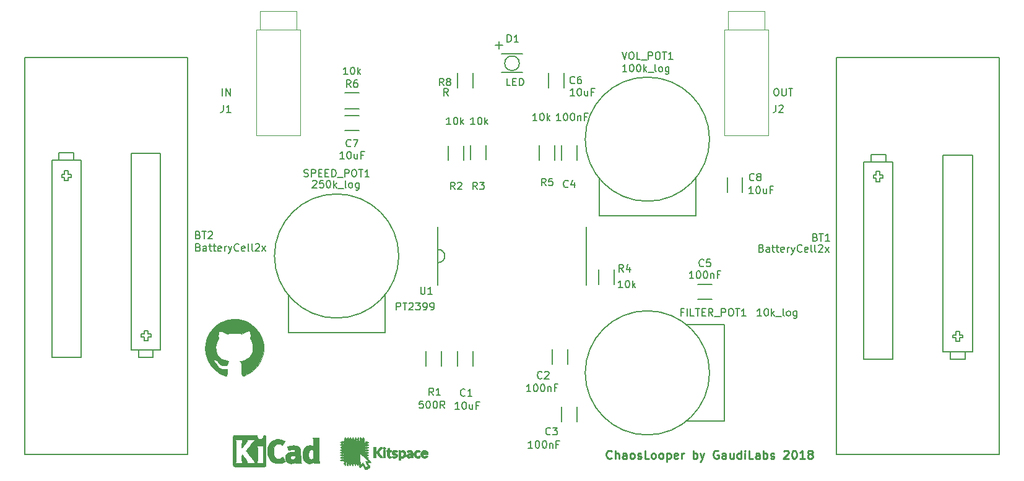
<source format=gbr>
G04 #@! TF.FileFunction,Legend,Top*
%FSLAX46Y46*%
G04 Gerber Fmt 4.6, Leading zero omitted, Abs format (unit mm)*
G04 Created by KiCad (PCBNEW 4.0.7-e2-6376~58~ubuntu16.04.1) date Fri Apr 20 13:11:04 2018*
%MOMM*%
%LPD*%
G01*
G04 APERTURE LIST*
%ADD10C,0.100000*%
%ADD11C,0.250000*%
%ADD12C,0.150000*%
%ADD13C,0.050000*%
%ADD14C,0.152400*%
%ADD15C,0.010000*%
G04 APERTURE END LIST*
D10*
D11*
X153610717Y-127660714D02*
X153555955Y-127715476D01*
X153391670Y-127770238D01*
X153282146Y-127770238D01*
X153117860Y-127715476D01*
X153008336Y-127605952D01*
X152953575Y-127496429D01*
X152898813Y-127277381D01*
X152898813Y-127113095D01*
X152953575Y-126894048D01*
X153008336Y-126784524D01*
X153117860Y-126675000D01*
X153282146Y-126620238D01*
X153391670Y-126620238D01*
X153555955Y-126675000D01*
X153610717Y-126729762D01*
X154103575Y-127770238D02*
X154103575Y-126620238D01*
X154596432Y-127770238D02*
X154596432Y-127167857D01*
X154541670Y-127058333D01*
X154432146Y-127003571D01*
X154267860Y-127003571D01*
X154158336Y-127058333D01*
X154103575Y-127113095D01*
X155636908Y-127770238D02*
X155636908Y-127167857D01*
X155582146Y-127058333D01*
X155472622Y-127003571D01*
X155253574Y-127003571D01*
X155144051Y-127058333D01*
X155636908Y-127715476D02*
X155527384Y-127770238D01*
X155253574Y-127770238D01*
X155144051Y-127715476D01*
X155089289Y-127605952D01*
X155089289Y-127496429D01*
X155144051Y-127386905D01*
X155253574Y-127332143D01*
X155527384Y-127332143D01*
X155636908Y-127277381D01*
X156348812Y-127770238D02*
X156239288Y-127715476D01*
X156184527Y-127660714D01*
X156129765Y-127551190D01*
X156129765Y-127222619D01*
X156184527Y-127113095D01*
X156239288Y-127058333D01*
X156348812Y-127003571D01*
X156513098Y-127003571D01*
X156622622Y-127058333D01*
X156677384Y-127113095D01*
X156732146Y-127222619D01*
X156732146Y-127551190D01*
X156677384Y-127660714D01*
X156622622Y-127715476D01*
X156513098Y-127770238D01*
X156348812Y-127770238D01*
X157170241Y-127715476D02*
X157279764Y-127770238D01*
X157498812Y-127770238D01*
X157608336Y-127715476D01*
X157663098Y-127605952D01*
X157663098Y-127551190D01*
X157608336Y-127441667D01*
X157498812Y-127386905D01*
X157334526Y-127386905D01*
X157225003Y-127332143D01*
X157170241Y-127222619D01*
X157170241Y-127167857D01*
X157225003Y-127058333D01*
X157334526Y-127003571D01*
X157498812Y-127003571D01*
X157608336Y-127058333D01*
X158703574Y-127770238D02*
X158155955Y-127770238D01*
X158155955Y-126620238D01*
X159251192Y-127770238D02*
X159141668Y-127715476D01*
X159086907Y-127660714D01*
X159032145Y-127551190D01*
X159032145Y-127222619D01*
X159086907Y-127113095D01*
X159141668Y-127058333D01*
X159251192Y-127003571D01*
X159415478Y-127003571D01*
X159525002Y-127058333D01*
X159579764Y-127113095D01*
X159634526Y-127222619D01*
X159634526Y-127551190D01*
X159579764Y-127660714D01*
X159525002Y-127715476D01*
X159415478Y-127770238D01*
X159251192Y-127770238D01*
X160291668Y-127770238D02*
X160182144Y-127715476D01*
X160127383Y-127660714D01*
X160072621Y-127551190D01*
X160072621Y-127222619D01*
X160127383Y-127113095D01*
X160182144Y-127058333D01*
X160291668Y-127003571D01*
X160455954Y-127003571D01*
X160565478Y-127058333D01*
X160620240Y-127113095D01*
X160675002Y-127222619D01*
X160675002Y-127551190D01*
X160620240Y-127660714D01*
X160565478Y-127715476D01*
X160455954Y-127770238D01*
X160291668Y-127770238D01*
X161167859Y-127003571D02*
X161167859Y-128153571D01*
X161167859Y-127058333D02*
X161277382Y-127003571D01*
X161496430Y-127003571D01*
X161605954Y-127058333D01*
X161660716Y-127113095D01*
X161715478Y-127222619D01*
X161715478Y-127551190D01*
X161660716Y-127660714D01*
X161605954Y-127715476D01*
X161496430Y-127770238D01*
X161277382Y-127770238D01*
X161167859Y-127715476D01*
X162646430Y-127715476D02*
X162536906Y-127770238D01*
X162317858Y-127770238D01*
X162208335Y-127715476D01*
X162153573Y-127605952D01*
X162153573Y-127167857D01*
X162208335Y-127058333D01*
X162317858Y-127003571D01*
X162536906Y-127003571D01*
X162646430Y-127058333D01*
X162701192Y-127167857D01*
X162701192Y-127277381D01*
X162153573Y-127386905D01*
X163194049Y-127770238D02*
X163194049Y-127003571D01*
X163194049Y-127222619D02*
X163248810Y-127113095D01*
X163303572Y-127058333D01*
X163413096Y-127003571D01*
X163522620Y-127003571D01*
X164782144Y-127770238D02*
X164782144Y-126620238D01*
X164782144Y-127058333D02*
X164891667Y-127003571D01*
X165110715Y-127003571D01*
X165220239Y-127058333D01*
X165275001Y-127113095D01*
X165329763Y-127222619D01*
X165329763Y-127551190D01*
X165275001Y-127660714D01*
X165220239Y-127715476D01*
X165110715Y-127770238D01*
X164891667Y-127770238D01*
X164782144Y-127715476D01*
X165713096Y-127003571D02*
X165986905Y-127770238D01*
X166260715Y-127003571D02*
X165986905Y-127770238D01*
X165877381Y-128044048D01*
X165822620Y-128098810D01*
X165713096Y-128153571D01*
X168177380Y-126675000D02*
X168067857Y-126620238D01*
X167903571Y-126620238D01*
X167739285Y-126675000D01*
X167629761Y-126784524D01*
X167575000Y-126894048D01*
X167520238Y-127113095D01*
X167520238Y-127277381D01*
X167575000Y-127496429D01*
X167629761Y-127605952D01*
X167739285Y-127715476D01*
X167903571Y-127770238D01*
X168013095Y-127770238D01*
X168177380Y-127715476D01*
X168232142Y-127660714D01*
X168232142Y-127277381D01*
X168013095Y-127277381D01*
X169217857Y-127770238D02*
X169217857Y-127167857D01*
X169163095Y-127058333D01*
X169053571Y-127003571D01*
X168834523Y-127003571D01*
X168725000Y-127058333D01*
X169217857Y-127715476D02*
X169108333Y-127770238D01*
X168834523Y-127770238D01*
X168725000Y-127715476D01*
X168670238Y-127605952D01*
X168670238Y-127496429D01*
X168725000Y-127386905D01*
X168834523Y-127332143D01*
X169108333Y-127332143D01*
X169217857Y-127277381D01*
X170258333Y-127003571D02*
X170258333Y-127770238D01*
X169765476Y-127003571D02*
X169765476Y-127605952D01*
X169820237Y-127715476D01*
X169929761Y-127770238D01*
X170094047Y-127770238D01*
X170203571Y-127715476D01*
X170258333Y-127660714D01*
X171298809Y-127770238D02*
X171298809Y-126620238D01*
X171298809Y-127715476D02*
X171189285Y-127770238D01*
X170970237Y-127770238D01*
X170860713Y-127715476D01*
X170805952Y-127660714D01*
X170751190Y-127551190D01*
X170751190Y-127222619D01*
X170805952Y-127113095D01*
X170860713Y-127058333D01*
X170970237Y-127003571D01*
X171189285Y-127003571D01*
X171298809Y-127058333D01*
X171846428Y-127770238D02*
X171846428Y-127003571D01*
X171846428Y-126620238D02*
X171791666Y-126675000D01*
X171846428Y-126729762D01*
X171901189Y-126675000D01*
X171846428Y-126620238D01*
X171846428Y-126729762D01*
X172941666Y-127770238D02*
X172394047Y-127770238D01*
X172394047Y-126620238D01*
X173817856Y-127770238D02*
X173817856Y-127167857D01*
X173763094Y-127058333D01*
X173653570Y-127003571D01*
X173434522Y-127003571D01*
X173324999Y-127058333D01*
X173817856Y-127715476D02*
X173708332Y-127770238D01*
X173434522Y-127770238D01*
X173324999Y-127715476D01*
X173270237Y-127605952D01*
X173270237Y-127496429D01*
X173324999Y-127386905D01*
X173434522Y-127332143D01*
X173708332Y-127332143D01*
X173817856Y-127277381D01*
X174365475Y-127770238D02*
X174365475Y-126620238D01*
X174365475Y-127058333D02*
X174474998Y-127003571D01*
X174694046Y-127003571D01*
X174803570Y-127058333D01*
X174858332Y-127113095D01*
X174913094Y-127222619D01*
X174913094Y-127551190D01*
X174858332Y-127660714D01*
X174803570Y-127715476D01*
X174694046Y-127770238D01*
X174474998Y-127770238D01*
X174365475Y-127715476D01*
X175351189Y-127715476D02*
X175460712Y-127770238D01*
X175679760Y-127770238D01*
X175789284Y-127715476D01*
X175844046Y-127605952D01*
X175844046Y-127551190D01*
X175789284Y-127441667D01*
X175679760Y-127386905D01*
X175515474Y-127386905D01*
X175405951Y-127332143D01*
X175351189Y-127222619D01*
X175351189Y-127167857D01*
X175405951Y-127058333D01*
X175515474Y-127003571D01*
X175679760Y-127003571D01*
X175789284Y-127058333D01*
X177158331Y-126729762D02*
X177213093Y-126675000D01*
X177322616Y-126620238D01*
X177596426Y-126620238D01*
X177705950Y-126675000D01*
X177760712Y-126729762D01*
X177815473Y-126839286D01*
X177815473Y-126948810D01*
X177760712Y-127113095D01*
X177103569Y-127770238D01*
X177815473Y-127770238D01*
X178527378Y-126620238D02*
X178636902Y-126620238D01*
X178746426Y-126675000D01*
X178801188Y-126729762D01*
X178855950Y-126839286D01*
X178910711Y-127058333D01*
X178910711Y-127332143D01*
X178855950Y-127551190D01*
X178801188Y-127660714D01*
X178746426Y-127715476D01*
X178636902Y-127770238D01*
X178527378Y-127770238D01*
X178417854Y-127715476D01*
X178363092Y-127660714D01*
X178308331Y-127551190D01*
X178253569Y-127332143D01*
X178253569Y-127058333D01*
X178308331Y-126839286D01*
X178363092Y-126729762D01*
X178417854Y-126675000D01*
X178527378Y-126620238D01*
X180005949Y-127770238D02*
X179348807Y-127770238D01*
X179677378Y-127770238D02*
X179677378Y-126620238D01*
X179567854Y-126784524D01*
X179458330Y-126894048D01*
X179348807Y-126948810D01*
X180663092Y-127113095D02*
X180553568Y-127058333D01*
X180498807Y-127003571D01*
X180444045Y-126894048D01*
X180444045Y-126839286D01*
X180498807Y-126729762D01*
X180553568Y-126675000D01*
X180663092Y-126620238D01*
X180882140Y-126620238D01*
X180991664Y-126675000D01*
X181046426Y-126729762D01*
X181101187Y-126839286D01*
X181101187Y-126894048D01*
X181046426Y-127003571D01*
X180991664Y-127058333D01*
X180882140Y-127113095D01*
X180663092Y-127113095D01*
X180553568Y-127167857D01*
X180498807Y-127222619D01*
X180444045Y-127332143D01*
X180444045Y-127551190D01*
X180498807Y-127660714D01*
X180553568Y-127715476D01*
X180663092Y-127770238D01*
X180882140Y-127770238D01*
X180991664Y-127715476D01*
X181046426Y-127660714D01*
X181101187Y-127551190D01*
X181101187Y-127332143D01*
X181046426Y-127222619D01*
X180991664Y-127167857D01*
X180882140Y-127113095D01*
D12*
X132579000Y-113046000D02*
X132579000Y-115046000D01*
X134629000Y-115046000D02*
X134629000Y-113046000D01*
X145533000Y-112792000D02*
X145533000Y-114792000D01*
X147583000Y-114792000D02*
X147583000Y-112792000D01*
X146803000Y-120666000D02*
X146803000Y-122666000D01*
X148853000Y-122666000D02*
X148853000Y-120666000D01*
X148853000Y-86852000D02*
X148853000Y-84852000D01*
X146803000Y-84852000D02*
X146803000Y-86852000D01*
X167370000Y-103877000D02*
X165370000Y-103877000D01*
X165370000Y-105927000D02*
X167370000Y-105927000D01*
X145025000Y-74946000D02*
X145025000Y-76946000D01*
X147075000Y-76946000D02*
X147075000Y-74946000D01*
X117110000Y-82813000D02*
X119110000Y-82813000D01*
X119110000Y-80763000D02*
X117110000Y-80763000D01*
X171525000Y-91250000D02*
X171525000Y-89250000D01*
X169475000Y-89250000D02*
X169475000Y-91250000D01*
X130361000Y-113046000D02*
X130361000Y-115046000D01*
X128211000Y-115046000D02*
X128211000Y-113046000D01*
X133409000Y-84884000D02*
X133409000Y-86884000D01*
X131259000Y-86884000D02*
X131259000Y-84884000D01*
X134307000Y-86820000D02*
X134307000Y-84820000D01*
X136457000Y-84820000D02*
X136457000Y-86820000D01*
X153983000Y-101870000D02*
X153983000Y-103870000D01*
X151833000Y-103870000D02*
X151833000Y-101870000D01*
X143705000Y-86852000D02*
X143705000Y-84852000D01*
X145855000Y-84852000D02*
X145855000Y-86852000D01*
X119110000Y-79815000D02*
X117110000Y-79815000D01*
X117110000Y-77665000D02*
X119110000Y-77665000D01*
X132529000Y-76946000D02*
X132529000Y-74946000D01*
X134679000Y-74946000D02*
X134679000Y-76946000D01*
D13*
X105000000Y-83500000D02*
X111000000Y-83500000D01*
X105500000Y-69000000D02*
X105500000Y-66500000D01*
X110500000Y-66500000D02*
X105500000Y-66500000D01*
X110500000Y-66500000D02*
X110500000Y-69000000D01*
X105000000Y-69000000D02*
X111000000Y-69000000D01*
X111000000Y-69000000D02*
X111000000Y-83500000D01*
X105000000Y-83500000D02*
X105000000Y-69000000D01*
X169000000Y-83500000D02*
X175000000Y-83500000D01*
X169500000Y-69000000D02*
X169500000Y-66500000D01*
X174500000Y-66500000D02*
X169500000Y-66500000D01*
X174500000Y-66500000D02*
X174500000Y-69000000D01*
X169000000Y-69000000D02*
X175000000Y-69000000D01*
X175000000Y-69000000D02*
X175000000Y-83500000D01*
X169000000Y-83500000D02*
X169000000Y-69000000D01*
D14*
X129900000Y-100900000D02*
G75*
G03X130800000Y-100000000I0J900000D01*
G01*
X130800000Y-100000000D02*
G75*
G03X129900000Y-99100000I-900000J0D01*
G01*
D12*
X129840000Y-96000000D02*
X129840000Y-104000000D01*
X150160000Y-96000000D02*
X150160000Y-104000000D01*
X138240000Y-71600000D02*
X138240000Y-70600000D01*
X137740000Y-71100000D02*
X138740000Y-71100000D01*
X140990000Y-73600000D02*
G75*
G03X140990000Y-73600000I-1000000J0D01*
G01*
X138590000Y-74870000D02*
X141390000Y-74870000D01*
X138590000Y-72330000D02*
X141390000Y-72330000D01*
X167000000Y-116000000D02*
G75*
G03X167000000Y-116000000I-8500000J0D01*
G01*
X169000000Y-122600000D02*
X163830000Y-122600000D01*
X169000000Y-109400000D02*
X169000000Y-122600000D01*
X163830000Y-109400000D02*
X169000000Y-109400000D01*
X124500000Y-100000000D02*
G75*
G03X124500000Y-100000000I-8500000J0D01*
G01*
X109400000Y-110500000D02*
X109400000Y-105330000D01*
X122600000Y-110500000D02*
X109400000Y-110500000D01*
X122600000Y-105330000D02*
X122600000Y-110500000D01*
X167000000Y-84000000D02*
G75*
G03X167000000Y-84000000I-8500000J0D01*
G01*
X151900000Y-94500000D02*
X151900000Y-89330000D01*
X165100000Y-94500000D02*
X151900000Y-94500000D01*
X165100000Y-89330000D02*
X165100000Y-94500000D01*
D14*
X200300000Y-110800000D02*
X200700000Y-110800000D01*
X200300000Y-111200000D02*
X200300000Y-110800000D01*
X200700000Y-111200000D02*
X200300000Y-111200000D01*
X201200000Y-111700000D02*
X200700000Y-111700000D01*
X201600000Y-111200000D02*
X201200000Y-111200000D01*
X201600000Y-110800000D02*
X201600000Y-111200000D01*
X201200000Y-110800000D02*
X201600000Y-110800000D01*
X201200000Y-110300000D02*
X201200000Y-110800000D01*
X200700000Y-110300000D02*
X201200000Y-110300000D01*
X200700000Y-110800000D02*
X200700000Y-110300000D01*
X200700000Y-111200000D02*
X200700000Y-111700000D01*
X201200000Y-111700000D02*
X201200000Y-111200000D01*
X190300000Y-89800000D02*
X190300000Y-89300000D01*
X189800000Y-89300000D02*
X189800000Y-89800000D01*
X189800000Y-88900000D02*
X189800000Y-88400000D01*
X189800000Y-88400000D02*
X190300000Y-88400000D01*
X190300000Y-88400000D02*
X190300000Y-88900000D01*
X190300000Y-88900000D02*
X190700000Y-88900000D01*
X190700000Y-88900000D02*
X190700000Y-89300000D01*
X190700000Y-89300000D02*
X190300000Y-89300000D01*
X190300000Y-89800000D02*
X189800000Y-89800000D01*
X189800000Y-89300000D02*
X189400000Y-89300000D01*
X189400000Y-89300000D02*
X189400000Y-88900000D01*
X189400000Y-88900000D02*
X189800000Y-88900000D01*
X192100000Y-87100000D02*
X192100000Y-114100000D01*
X188100000Y-87100000D02*
X192100000Y-87100000D01*
X191100000Y-86100000D02*
X191100000Y-87100000D01*
X191100000Y-86100000D02*
X189100000Y-86100000D01*
X189100000Y-87100000D02*
X189100000Y-86100000D01*
X188100000Y-114100000D02*
X188100000Y-87100000D01*
X188100000Y-114100000D02*
X192100000Y-114100000D01*
X202950000Y-86150000D02*
X198950000Y-86150000D01*
X202950000Y-86150000D02*
X202950000Y-113150000D01*
X201950000Y-113150000D02*
X201950000Y-114150000D01*
X199950000Y-114150000D02*
X201950000Y-114150000D01*
X199950000Y-114150000D02*
X199950000Y-113150000D01*
X202950000Y-113150000D02*
X198950000Y-113150000D01*
X198950000Y-113150000D02*
X198950000Y-86150000D01*
D12*
X184380000Y-127180000D02*
X206620000Y-127180000D01*
X206620000Y-127180000D02*
X206620000Y-72820000D01*
X206620000Y-72820000D02*
X184380000Y-72820000D01*
X184380000Y-127180000D02*
X184380000Y-72820000D01*
D14*
X79700000Y-89200000D02*
X79300000Y-89200000D01*
X79700000Y-88800000D02*
X79700000Y-89200000D01*
X79300000Y-88800000D02*
X79700000Y-88800000D01*
X78800000Y-88300000D02*
X79300000Y-88300000D01*
X78400000Y-88800000D02*
X78800000Y-88800000D01*
X78400000Y-89200000D02*
X78400000Y-88800000D01*
X78800000Y-89200000D02*
X78400000Y-89200000D01*
X78800000Y-89700000D02*
X78800000Y-89200000D01*
X79300000Y-89700000D02*
X78800000Y-89700000D01*
X79300000Y-89200000D02*
X79300000Y-89700000D01*
X79300000Y-88800000D02*
X79300000Y-88300000D01*
X78800000Y-88300000D02*
X78800000Y-88800000D01*
X89700000Y-110200000D02*
X89700000Y-110700000D01*
X90200000Y-110700000D02*
X90200000Y-110200000D01*
X90200000Y-111100000D02*
X90200000Y-111600000D01*
X90200000Y-111600000D02*
X89700000Y-111600000D01*
X89700000Y-111600000D02*
X89700000Y-111100000D01*
X89700000Y-111100000D02*
X89300000Y-111100000D01*
X89300000Y-111100000D02*
X89300000Y-110700000D01*
X89300000Y-110700000D02*
X89700000Y-110700000D01*
X89700000Y-110200000D02*
X90200000Y-110200000D01*
X90200000Y-110700000D02*
X90600000Y-110700000D01*
X90600000Y-110700000D02*
X90600000Y-111100000D01*
X90600000Y-111100000D02*
X90200000Y-111100000D01*
X87900000Y-112900000D02*
X87900000Y-85900000D01*
X91900000Y-112900000D02*
X87900000Y-112900000D01*
X88900000Y-113900000D02*
X88900000Y-112900000D01*
X88900000Y-113900000D02*
X90900000Y-113900000D01*
X90900000Y-112900000D02*
X90900000Y-113900000D01*
X91900000Y-85900000D02*
X91900000Y-112900000D01*
X91900000Y-85900000D02*
X87900000Y-85900000D01*
X77050000Y-113850000D02*
X81050000Y-113850000D01*
X77050000Y-113850000D02*
X77050000Y-86850000D01*
X78050000Y-86850000D02*
X78050000Y-85850000D01*
X80050000Y-85850000D02*
X78050000Y-85850000D01*
X80050000Y-85850000D02*
X80050000Y-86850000D01*
X77050000Y-86850000D02*
X81050000Y-86850000D01*
X81050000Y-86850000D02*
X81050000Y-113850000D01*
D12*
X95620000Y-72820000D02*
X73380000Y-72820000D01*
X73380000Y-72820000D02*
X73380000Y-127180000D01*
X73380000Y-127180000D02*
X95620000Y-127180000D01*
X95620000Y-72820000D02*
X95620000Y-127180000D01*
D15*
G36*
X119793886Y-125444127D02*
X119805798Y-125558795D01*
X119814333Y-125754937D01*
X119819422Y-126030988D01*
X119821000Y-126362501D01*
X119822805Y-126702638D01*
X119828105Y-126974370D01*
X119836724Y-127173649D01*
X119848486Y-127296429D01*
X119863215Y-127338664D01*
X119863333Y-127338667D01*
X119895156Y-127302438D01*
X119905666Y-127232833D01*
X119919335Y-127157197D01*
X119977439Y-127129527D01*
X120032666Y-127127000D01*
X120121837Y-127139262D01*
X120159656Y-127168806D01*
X120159666Y-127169333D01*
X120195272Y-127203261D01*
X120247861Y-127211667D01*
X120312376Y-127231888D01*
X120318416Y-127264583D01*
X120266454Y-127312994D01*
X120240805Y-127317500D01*
X120165429Y-127349362D01*
X120146979Y-127370417D01*
X120080327Y-127414597D01*
X120028064Y-127423333D01*
X119970865Y-127439969D01*
X119969166Y-127465667D01*
X120028876Y-127501229D01*
X120077498Y-127508000D01*
X120144946Y-127524522D01*
X120159666Y-127546370D01*
X120193379Y-127568146D01*
X120244333Y-127562599D01*
X120310293Y-127572747D01*
X120331931Y-127623235D01*
X120300100Y-127677390D01*
X120276083Y-127689897D01*
X120274980Y-127728018D01*
X120332770Y-127812951D01*
X120443907Y-127936590D01*
X120447016Y-127939793D01*
X120570899Y-128076639D01*
X120634402Y-128172594D01*
X120644336Y-128238281D01*
X120642349Y-128244383D01*
X120612271Y-128287572D01*
X120551467Y-128302686D01*
X120436514Y-128294132D01*
X120402077Y-128289573D01*
X120190321Y-128260449D01*
X120330900Y-128508641D01*
X120409933Y-128647469D01*
X120477387Y-128764721D01*
X120515596Y-128829860D01*
X120537728Y-128879867D01*
X120527770Y-128923907D01*
X120474196Y-128973509D01*
X120365479Y-129040200D01*
X120232795Y-129112671D01*
X120083745Y-129190390D01*
X119989837Y-129230281D01*
X119932616Y-129236372D01*
X119893627Y-129212691D01*
X119875052Y-129190750D01*
X119836441Y-129122323D01*
X119783588Y-129006736D01*
X119753451Y-128933433D01*
X119691399Y-128806616D01*
X119623235Y-128711525D01*
X119590515Y-128684120D01*
X119530993Y-128666544D01*
X119471581Y-128694750D01*
X119389769Y-128780346D01*
X119378849Y-128793272D01*
X119267049Y-128907547D01*
X119181780Y-128949134D01*
X119120783Y-128915752D01*
X119081798Y-128805122D01*
X119062566Y-128614964D01*
X119059578Y-128471083D01*
X119059000Y-128185333D01*
X118037816Y-128185333D01*
X117716521Y-128184823D01*
X117470885Y-128182903D01*
X117291905Y-128178992D01*
X117170577Y-128172506D01*
X117097898Y-128162863D01*
X117064865Y-128149480D01*
X117062473Y-128131775D01*
X117068683Y-128122616D01*
X117099860Y-128101554D01*
X117160844Y-128085070D01*
X117261565Y-128072429D01*
X117411952Y-128062893D01*
X117621935Y-128055727D01*
X117901442Y-128050195D01*
X118079283Y-128047698D01*
X119037833Y-128035496D01*
X118074750Y-128025748D01*
X117111666Y-128016000D01*
X117111666Y-126993528D01*
X119186000Y-126993528D01*
X119189137Y-127621180D01*
X119192210Y-127860134D01*
X119198485Y-128084299D01*
X119207139Y-128272673D01*
X119217350Y-128404252D01*
X119220887Y-128431414D01*
X119249500Y-128613994D01*
X119395387Y-128463164D01*
X119486690Y-128375781D01*
X119556633Y-128321336D01*
X119577712Y-128312333D01*
X119610833Y-128348181D01*
X119667000Y-128443567D01*
X119735806Y-128580250D01*
X119758553Y-128629205D01*
X119902956Y-128946077D01*
X120063061Y-128854390D01*
X120163772Y-128796287D01*
X120228046Y-128758401D01*
X120237609Y-128752381D01*
X120225499Y-128713467D01*
X120180319Y-128619902D01*
X120111234Y-128490418D01*
X120096454Y-128463826D01*
X120023534Y-128322931D01*
X119974117Y-128206836D01*
X119957505Y-128137826D01*
X119958393Y-128132987D01*
X120011970Y-128098176D01*
X120128832Y-128093560D01*
X120131297Y-128093768D01*
X120231735Y-128093474D01*
X120284381Y-128075863D01*
X120286666Y-128069653D01*
X120257287Y-128029867D01*
X120175723Y-127942450D01*
X120051836Y-127817379D01*
X119895486Y-127664631D01*
X119736333Y-127512840D01*
X119186000Y-126993528D01*
X117111666Y-126993528D01*
X117111666Y-125913144D01*
X117281000Y-125913144D01*
X117315909Y-126037651D01*
X117403998Y-126118619D01*
X117520310Y-126145111D01*
X117639887Y-126106192D01*
X117669249Y-126083272D01*
X117731577Y-125979520D01*
X117730488Y-125862441D01*
X117676037Y-125758897D01*
X117578277Y-125695751D01*
X117521188Y-125687667D01*
X117408790Y-125722353D01*
X117318385Y-125806997D01*
X117281001Y-125912472D01*
X117281000Y-125913144D01*
X117111666Y-125913144D01*
X117111666Y-125476000D01*
X119651666Y-125476000D01*
X119651666Y-126322667D01*
X119653740Y-126633935D01*
X119659799Y-126878750D01*
X119669597Y-127052194D01*
X119682887Y-127149348D01*
X119694000Y-127169333D01*
X119709437Y-127127823D01*
X119721609Y-127006474D01*
X119730281Y-126810061D01*
X119735219Y-126543357D01*
X119736333Y-126303998D01*
X119738381Y-125998963D01*
X119744286Y-125749706D01*
X119753690Y-125563772D01*
X119766234Y-125448709D01*
X119778666Y-125412500D01*
X119793886Y-125444127D01*
X119793886Y-125444127D01*
G37*
X119793886Y-125444127D02*
X119805798Y-125558795D01*
X119814333Y-125754937D01*
X119819422Y-126030988D01*
X119821000Y-126362501D01*
X119822805Y-126702638D01*
X119828105Y-126974370D01*
X119836724Y-127173649D01*
X119848486Y-127296429D01*
X119863215Y-127338664D01*
X119863333Y-127338667D01*
X119895156Y-127302438D01*
X119905666Y-127232833D01*
X119919335Y-127157197D01*
X119977439Y-127129527D01*
X120032666Y-127127000D01*
X120121837Y-127139262D01*
X120159656Y-127168806D01*
X120159666Y-127169333D01*
X120195272Y-127203261D01*
X120247861Y-127211667D01*
X120312376Y-127231888D01*
X120318416Y-127264583D01*
X120266454Y-127312994D01*
X120240805Y-127317500D01*
X120165429Y-127349362D01*
X120146979Y-127370417D01*
X120080327Y-127414597D01*
X120028064Y-127423333D01*
X119970865Y-127439969D01*
X119969166Y-127465667D01*
X120028876Y-127501229D01*
X120077498Y-127508000D01*
X120144946Y-127524522D01*
X120159666Y-127546370D01*
X120193379Y-127568146D01*
X120244333Y-127562599D01*
X120310293Y-127572747D01*
X120331931Y-127623235D01*
X120300100Y-127677390D01*
X120276083Y-127689897D01*
X120274980Y-127728018D01*
X120332770Y-127812951D01*
X120443907Y-127936590D01*
X120447016Y-127939793D01*
X120570899Y-128076639D01*
X120634402Y-128172594D01*
X120644336Y-128238281D01*
X120642349Y-128244383D01*
X120612271Y-128287572D01*
X120551467Y-128302686D01*
X120436514Y-128294132D01*
X120402077Y-128289573D01*
X120190321Y-128260449D01*
X120330900Y-128508641D01*
X120409933Y-128647469D01*
X120477387Y-128764721D01*
X120515596Y-128829860D01*
X120537728Y-128879867D01*
X120527770Y-128923907D01*
X120474196Y-128973509D01*
X120365479Y-129040200D01*
X120232795Y-129112671D01*
X120083745Y-129190390D01*
X119989837Y-129230281D01*
X119932616Y-129236372D01*
X119893627Y-129212691D01*
X119875052Y-129190750D01*
X119836441Y-129122323D01*
X119783588Y-129006736D01*
X119753451Y-128933433D01*
X119691399Y-128806616D01*
X119623235Y-128711525D01*
X119590515Y-128684120D01*
X119530993Y-128666544D01*
X119471581Y-128694750D01*
X119389769Y-128780346D01*
X119378849Y-128793272D01*
X119267049Y-128907547D01*
X119181780Y-128949134D01*
X119120783Y-128915752D01*
X119081798Y-128805122D01*
X119062566Y-128614964D01*
X119059578Y-128471083D01*
X119059000Y-128185333D01*
X118037816Y-128185333D01*
X117716521Y-128184823D01*
X117470885Y-128182903D01*
X117291905Y-128178992D01*
X117170577Y-128172506D01*
X117097898Y-128162863D01*
X117064865Y-128149480D01*
X117062473Y-128131775D01*
X117068683Y-128122616D01*
X117099860Y-128101554D01*
X117160844Y-128085070D01*
X117261565Y-128072429D01*
X117411952Y-128062893D01*
X117621935Y-128055727D01*
X117901442Y-128050195D01*
X118079283Y-128047698D01*
X119037833Y-128035496D01*
X118074750Y-128025748D01*
X117111666Y-128016000D01*
X117111666Y-126993528D01*
X119186000Y-126993528D01*
X119189137Y-127621180D01*
X119192210Y-127860134D01*
X119198485Y-128084299D01*
X119207139Y-128272673D01*
X119217350Y-128404252D01*
X119220887Y-128431414D01*
X119249500Y-128613994D01*
X119395387Y-128463164D01*
X119486690Y-128375781D01*
X119556633Y-128321336D01*
X119577712Y-128312333D01*
X119610833Y-128348181D01*
X119667000Y-128443567D01*
X119735806Y-128580250D01*
X119758553Y-128629205D01*
X119902956Y-128946077D01*
X120063061Y-128854390D01*
X120163772Y-128796287D01*
X120228046Y-128758401D01*
X120237609Y-128752381D01*
X120225499Y-128713467D01*
X120180319Y-128619902D01*
X120111234Y-128490418D01*
X120096454Y-128463826D01*
X120023534Y-128322931D01*
X119974117Y-128206836D01*
X119957505Y-128137826D01*
X119958393Y-128132987D01*
X120011970Y-128098176D01*
X120128832Y-128093560D01*
X120131297Y-128093768D01*
X120231735Y-128093474D01*
X120284381Y-128075863D01*
X120286666Y-128069653D01*
X120257287Y-128029867D01*
X120175723Y-127942450D01*
X120051836Y-127817379D01*
X119895486Y-127664631D01*
X119736333Y-127512840D01*
X119186000Y-126993528D01*
X117111666Y-126993528D01*
X117111666Y-125913144D01*
X117281000Y-125913144D01*
X117315909Y-126037651D01*
X117403998Y-126118619D01*
X117520310Y-126145111D01*
X117639887Y-126106192D01*
X117669249Y-126083272D01*
X117731577Y-125979520D01*
X117730488Y-125862441D01*
X117676037Y-125758897D01*
X117578277Y-125695751D01*
X117521188Y-125687667D01*
X117408790Y-125722353D01*
X117318385Y-125806997D01*
X117281001Y-125912472D01*
X117281000Y-125913144D01*
X117111666Y-125913144D01*
X117111666Y-125476000D01*
X119651666Y-125476000D01*
X119651666Y-126322667D01*
X119653740Y-126633935D01*
X119659799Y-126878750D01*
X119669597Y-127052194D01*
X119682887Y-127149348D01*
X119694000Y-127169333D01*
X119709437Y-127127823D01*
X119721609Y-127006474D01*
X119730281Y-126810061D01*
X119735219Y-126543357D01*
X119736333Y-126303998D01*
X119738381Y-125998963D01*
X119744286Y-125749706D01*
X119753690Y-125563772D01*
X119766234Y-125448709D01*
X119778666Y-125412500D01*
X119793886Y-125444127D01*
G36*
X117232108Y-128271253D02*
X117238663Y-128368880D01*
X117238666Y-128373021D01*
X117228544Y-128472071D01*
X117203598Y-128522410D01*
X117197661Y-128524000D01*
X117173539Y-128554684D01*
X117179381Y-128583218D01*
X117189486Y-128651921D01*
X117158326Y-128667014D01*
X117105605Y-128633633D01*
X117051030Y-128556911D01*
X117047018Y-128548727D01*
X116994669Y-128395477D01*
X117008446Y-128293702D01*
X117088830Y-128241404D01*
X117122611Y-128235438D01*
X117199884Y-128234430D01*
X117232108Y-128271253D01*
X117232108Y-128271253D01*
G37*
X117232108Y-128271253D02*
X117238663Y-128368880D01*
X117238666Y-128373021D01*
X117228544Y-128472071D01*
X117203598Y-128522410D01*
X117197661Y-128524000D01*
X117173539Y-128554684D01*
X117179381Y-128583218D01*
X117189486Y-128651921D01*
X117158326Y-128667014D01*
X117105605Y-128633633D01*
X117051030Y-128556911D01*
X117047018Y-128548727D01*
X116994669Y-128395477D01*
X117008446Y-128293702D01*
X117088830Y-128241404D01*
X117122611Y-128235438D01*
X117199884Y-128234430D01*
X117232108Y-128271253D01*
G36*
X117582683Y-128238235D02*
X117615848Y-128287528D01*
X117619666Y-128352168D01*
X117606617Y-128449932D01*
X117577333Y-128502833D01*
X117541770Y-128562543D01*
X117535000Y-128611165D01*
X117516429Y-128681639D01*
X117472735Y-128682986D01*
X117421942Y-128618925D01*
X117406952Y-128584744D01*
X117375287Y-128456716D01*
X117365666Y-128351911D01*
X117376478Y-128263841D01*
X117426845Y-128231394D01*
X117492666Y-128227667D01*
X117582683Y-128238235D01*
X117582683Y-128238235D01*
G37*
X117582683Y-128238235D02*
X117615848Y-128287528D01*
X117619666Y-128352168D01*
X117606617Y-128449932D01*
X117577333Y-128502833D01*
X117541770Y-128562543D01*
X117535000Y-128611165D01*
X117516429Y-128681639D01*
X117472735Y-128682986D01*
X117421942Y-128618925D01*
X117406952Y-128584744D01*
X117375287Y-128456716D01*
X117365666Y-128351911D01*
X117376478Y-128263841D01*
X117426845Y-128231394D01*
X117492666Y-128227667D01*
X117582683Y-128238235D01*
G36*
X117916659Y-128235926D02*
X117951657Y-128277821D01*
X117958333Y-128375833D01*
X117948437Y-128473777D01*
X117924105Y-128522724D01*
X117918944Y-128524000D01*
X117880999Y-128559558D01*
X117866027Y-128607581D01*
X117838492Y-128664930D01*
X117794159Y-128654647D01*
X117757317Y-128600881D01*
X117763100Y-128573991D01*
X117761056Y-128515875D01*
X117747357Y-128503260D01*
X117716351Y-128445695D01*
X117704333Y-128352168D01*
X117715113Y-128263923D01*
X117765395Y-128231410D01*
X117831333Y-128227667D01*
X117916659Y-128235926D01*
X117916659Y-128235926D01*
G37*
X117916659Y-128235926D02*
X117951657Y-128277821D01*
X117958333Y-128375833D01*
X117948437Y-128473777D01*
X117924105Y-128522724D01*
X117918944Y-128524000D01*
X117880999Y-128559558D01*
X117866027Y-128607581D01*
X117838492Y-128664930D01*
X117794159Y-128654647D01*
X117757317Y-128600881D01*
X117763100Y-128573991D01*
X117761056Y-128515875D01*
X117747357Y-128503260D01*
X117716351Y-128445695D01*
X117704333Y-128352168D01*
X117715113Y-128263923D01*
X117765395Y-128231410D01*
X117831333Y-128227667D01*
X117916659Y-128235926D01*
G36*
X118255326Y-128235926D02*
X118290323Y-128277821D01*
X118297000Y-128375833D01*
X118287104Y-128473777D01*
X118262772Y-128522724D01*
X118257610Y-128524000D01*
X118221563Y-128559987D01*
X118204281Y-128619250D01*
X118191521Y-128672968D01*
X118169242Y-128664503D01*
X118125206Y-128587032D01*
X118116670Y-128570412D01*
X118067177Y-128447698D01*
X118043374Y-128337751D01*
X118043000Y-128326996D01*
X118058112Y-128255659D01*
X118120032Y-128229715D01*
X118170000Y-128227667D01*
X118255326Y-128235926D01*
X118255326Y-128235926D01*
G37*
X118255326Y-128235926D02*
X118290323Y-128277821D01*
X118297000Y-128375833D01*
X118287104Y-128473777D01*
X118262772Y-128522724D01*
X118257610Y-128524000D01*
X118221563Y-128559987D01*
X118204281Y-128619250D01*
X118191521Y-128672968D01*
X118169242Y-128664503D01*
X118125206Y-128587032D01*
X118116670Y-128570412D01*
X118067177Y-128447698D01*
X118043374Y-128337751D01*
X118043000Y-128326996D01*
X118058112Y-128255659D01*
X118120032Y-128229715D01*
X118170000Y-128227667D01*
X118255326Y-128235926D01*
G36*
X118629108Y-128271253D02*
X118635663Y-128368880D01*
X118635666Y-128373021D01*
X118625544Y-128472071D01*
X118600598Y-128522410D01*
X118594661Y-128524000D01*
X118570539Y-128554684D01*
X118576381Y-128583218D01*
X118586486Y-128651921D01*
X118555326Y-128667014D01*
X118502605Y-128633633D01*
X118448030Y-128556911D01*
X118444018Y-128548727D01*
X118391669Y-128395477D01*
X118405446Y-128293702D01*
X118485830Y-128241404D01*
X118519611Y-128235438D01*
X118596884Y-128234430D01*
X118629108Y-128271253D01*
X118629108Y-128271253D01*
G37*
X118629108Y-128271253D02*
X118635663Y-128368880D01*
X118635666Y-128373021D01*
X118625544Y-128472071D01*
X118600598Y-128522410D01*
X118594661Y-128524000D01*
X118570539Y-128554684D01*
X118576381Y-128583218D01*
X118586486Y-128651921D01*
X118555326Y-128667014D01*
X118502605Y-128633633D01*
X118448030Y-128556911D01*
X118444018Y-128548727D01*
X118391669Y-128395477D01*
X118405446Y-128293702D01*
X118485830Y-128241404D01*
X118519611Y-128235438D01*
X118596884Y-128234430D01*
X118629108Y-128271253D01*
G36*
X118979683Y-128238235D02*
X119012848Y-128287528D01*
X119016666Y-128352168D01*
X119003617Y-128449932D01*
X118974333Y-128502833D01*
X118938770Y-128562543D01*
X118932000Y-128611165D01*
X118913429Y-128681639D01*
X118869735Y-128682986D01*
X118818942Y-128618925D01*
X118803952Y-128584744D01*
X118772287Y-128456716D01*
X118762666Y-128351911D01*
X118773478Y-128263841D01*
X118823845Y-128231394D01*
X118889666Y-128227667D01*
X118979683Y-128238235D01*
X118979683Y-128238235D01*
G37*
X118979683Y-128238235D02*
X119012848Y-128287528D01*
X119016666Y-128352168D01*
X119003617Y-128449932D01*
X118974333Y-128502833D01*
X118938770Y-128562543D01*
X118932000Y-128611165D01*
X118913429Y-128681639D01*
X118869735Y-128682986D01*
X118818942Y-128618925D01*
X118803952Y-128584744D01*
X118772287Y-128456716D01*
X118762666Y-128351911D01*
X118773478Y-128263841D01*
X118823845Y-128231394D01*
X118889666Y-128227667D01*
X118979683Y-128238235D01*
G36*
X119308453Y-125313374D02*
X119486364Y-125316107D01*
X119611039Y-125321265D01*
X119690333Y-125329155D01*
X119732101Y-125340082D01*
X119744199Y-125354351D01*
X119736812Y-125369589D01*
X119711266Y-125387980D01*
X119662690Y-125402574D01*
X119582314Y-125413786D01*
X119461369Y-125422031D01*
X119291086Y-125427726D01*
X119062694Y-125431287D01*
X118767425Y-125433128D01*
X118396509Y-125433666D01*
X118384949Y-125433667D01*
X117999163Y-125432283D01*
X117669896Y-125428252D01*
X117402948Y-125421758D01*
X117204117Y-125412981D01*
X117079204Y-125402103D01*
X117035466Y-125391333D01*
X117005673Y-125370697D01*
X117026999Y-125399800D01*
X117039521Y-125457278D01*
X117050096Y-125593605D01*
X117058544Y-125802983D01*
X117064682Y-126079612D01*
X117068328Y-126417693D01*
X117069333Y-126749283D01*
X117068825Y-127122444D01*
X117067026Y-127419712D01*
X117063520Y-127649856D01*
X117057890Y-127821648D01*
X117049721Y-127943855D01*
X117038598Y-128025247D01*
X117024105Y-128074594D01*
X117005825Y-128100666D01*
X117005255Y-128101146D01*
X116987855Y-128108341D01*
X116974062Y-128092646D01*
X116963569Y-128046205D01*
X116956071Y-127961163D01*
X116951262Y-127829665D01*
X116948838Y-127643855D01*
X116948491Y-127395878D01*
X116949917Y-127077879D01*
X116952338Y-126741079D01*
X116963500Y-125327833D01*
X118376746Y-125316672D01*
X118761499Y-125313962D01*
X119069450Y-125312761D01*
X119308453Y-125313374D01*
X119308453Y-125313374D01*
G37*
X119308453Y-125313374D02*
X119486364Y-125316107D01*
X119611039Y-125321265D01*
X119690333Y-125329155D01*
X119732101Y-125340082D01*
X119744199Y-125354351D01*
X119736812Y-125369589D01*
X119711266Y-125387980D01*
X119662690Y-125402574D01*
X119582314Y-125413786D01*
X119461369Y-125422031D01*
X119291086Y-125427726D01*
X119062694Y-125431287D01*
X118767425Y-125433128D01*
X118396509Y-125433666D01*
X118384949Y-125433667D01*
X117999163Y-125432283D01*
X117669896Y-125428252D01*
X117402948Y-125421758D01*
X117204117Y-125412981D01*
X117079204Y-125402103D01*
X117035466Y-125391333D01*
X117005673Y-125370697D01*
X117026999Y-125399800D01*
X117039521Y-125457278D01*
X117050096Y-125593605D01*
X117058544Y-125802983D01*
X117064682Y-126079612D01*
X117068328Y-126417693D01*
X117069333Y-126749283D01*
X117068825Y-127122444D01*
X117067026Y-127419712D01*
X117063520Y-127649856D01*
X117057890Y-127821648D01*
X117049721Y-127943855D01*
X117038598Y-128025247D01*
X117024105Y-128074594D01*
X117005825Y-128100666D01*
X117005255Y-128101146D01*
X116987855Y-128108341D01*
X116974062Y-128092646D01*
X116963569Y-128046205D01*
X116956071Y-127961163D01*
X116951262Y-127829665D01*
X116948838Y-127643855D01*
X116948491Y-127395878D01*
X116949917Y-127077879D01*
X116952338Y-126741079D01*
X116963500Y-125327833D01*
X118376746Y-125316672D01*
X118761499Y-125313962D01*
X119069450Y-125312761D01*
X119308453Y-125313374D01*
G36*
X116872677Y-127819941D02*
X116898100Y-127883152D01*
X116900000Y-127931333D01*
X116891740Y-128016660D01*
X116849845Y-128051657D01*
X116751833Y-128058333D01*
X116653899Y-128047700D01*
X116604946Y-128021556D01*
X116603666Y-128016000D01*
X116569378Y-127978443D01*
X116540166Y-127973667D01*
X116483952Y-127956468D01*
X116476996Y-127941917D01*
X116513660Y-127899582D01*
X116602048Y-127853746D01*
X116710885Y-127817625D01*
X116802606Y-127804333D01*
X116872677Y-127819941D01*
X116872677Y-127819941D01*
G37*
X116872677Y-127819941D02*
X116898100Y-127883152D01*
X116900000Y-127931333D01*
X116891740Y-128016660D01*
X116849845Y-128051657D01*
X116751833Y-128058333D01*
X116653899Y-128047700D01*
X116604946Y-128021556D01*
X116603666Y-128016000D01*
X116569378Y-127978443D01*
X116540166Y-127973667D01*
X116483952Y-127956468D01*
X116476996Y-127941917D01*
X116513660Y-127899582D01*
X116602048Y-127853746D01*
X116710885Y-127817625D01*
X116802606Y-127804333D01*
X116872677Y-127819941D01*
G36*
X124674550Y-126597578D02*
X124723200Y-126627467D01*
X124780806Y-126656469D01*
X124824800Y-126627467D01*
X124910328Y-126589313D01*
X125038607Y-126578419D01*
X125172077Y-126595237D01*
X125246033Y-126622407D01*
X125346659Y-126720099D01*
X125414259Y-126873112D01*
X125444514Y-127057118D01*
X125433108Y-127247788D01*
X125384562Y-127403081D01*
X125284273Y-127537294D01*
X125144936Y-127627772D01*
X124992755Y-127661649D01*
X124892437Y-127644726D01*
X124774000Y-127600021D01*
X124774000Y-127786844D01*
X124770644Y-127902427D01*
X124748277Y-127956611D01*
X124688445Y-127972661D01*
X124625833Y-127973667D01*
X124477666Y-127973667D01*
X124477666Y-127119037D01*
X124774000Y-127119037D01*
X124778482Y-127257131D01*
X124790081Y-127358716D01*
X124802222Y-127395111D01*
X124883979Y-127424838D01*
X124988621Y-127404687D01*
X125077963Y-127343427D01*
X125089099Y-127329247D01*
X125146420Y-127181803D01*
X125142678Y-127017026D01*
X125079024Y-126873324D01*
X125075306Y-126868629D01*
X125008085Y-126802503D01*
X124941083Y-126798505D01*
X124884806Y-126820698D01*
X124822092Y-126857249D01*
X124788847Y-126910000D01*
X124775902Y-127003637D01*
X124774000Y-127119037D01*
X124477666Y-127119037D01*
X124477666Y-126576667D01*
X124575033Y-126576667D01*
X124674550Y-126597578D01*
X124674550Y-126597578D01*
G37*
X124674550Y-126597578D02*
X124723200Y-126627467D01*
X124780806Y-126656469D01*
X124824800Y-126627467D01*
X124910328Y-126589313D01*
X125038607Y-126578419D01*
X125172077Y-126595237D01*
X125246033Y-126622407D01*
X125346659Y-126720099D01*
X125414259Y-126873112D01*
X125444514Y-127057118D01*
X125433108Y-127247788D01*
X125384562Y-127403081D01*
X125284273Y-127537294D01*
X125144936Y-127627772D01*
X124992755Y-127661649D01*
X124892437Y-127644726D01*
X124774000Y-127600021D01*
X124774000Y-127786844D01*
X124770644Y-127902427D01*
X124748277Y-127956611D01*
X124688445Y-127972661D01*
X124625833Y-127973667D01*
X124477666Y-127973667D01*
X124477666Y-127119037D01*
X124774000Y-127119037D01*
X124778482Y-127257131D01*
X124790081Y-127358716D01*
X124802222Y-127395111D01*
X124883979Y-127424838D01*
X124988621Y-127404687D01*
X125077963Y-127343427D01*
X125089099Y-127329247D01*
X125146420Y-127181803D01*
X125142678Y-127017026D01*
X125079024Y-126873324D01*
X125075306Y-126868629D01*
X125008085Y-126802503D01*
X124941083Y-126798505D01*
X124884806Y-126820698D01*
X124822092Y-126857249D01*
X124788847Y-126910000D01*
X124775902Y-127003637D01*
X124774000Y-127119037D01*
X124477666Y-127119037D01*
X124477666Y-126576667D01*
X124575033Y-126576667D01*
X124674550Y-126597578D01*
G36*
X116865195Y-127477025D02*
X116896533Y-127528894D01*
X116900000Y-127592667D01*
X116889829Y-127682159D01*
X116843094Y-127713331D01*
X116783583Y-127714469D01*
X116656543Y-127692552D01*
X116571757Y-127662028D01*
X116505520Y-127607958D01*
X116495323Y-127555051D01*
X116545274Y-127529283D01*
X116550750Y-127529167D01*
X116622104Y-127502967D01*
X116628361Y-127497417D01*
X116690445Y-127474096D01*
X116780055Y-127465667D01*
X116865195Y-127477025D01*
X116865195Y-127477025D01*
G37*
X116865195Y-127477025D02*
X116896533Y-127528894D01*
X116900000Y-127592667D01*
X116889829Y-127682159D01*
X116843094Y-127713331D01*
X116783583Y-127714469D01*
X116656543Y-127692552D01*
X116571757Y-127662028D01*
X116505520Y-127607958D01*
X116495323Y-127555051D01*
X116545274Y-127529283D01*
X116550750Y-127529167D01*
X116622104Y-127502967D01*
X116628361Y-127497417D01*
X116690445Y-127474096D01*
X116780055Y-127465667D01*
X116865195Y-127477025D01*
G36*
X123174561Y-126292034D02*
X123203182Y-126343745D01*
X123207666Y-126425818D01*
X123215879Y-126525268D01*
X123257015Y-126568999D01*
X123345250Y-126584568D01*
X123441764Y-126604985D01*
X123478806Y-126654630D01*
X123482833Y-126703667D01*
X123468652Y-126778890D01*
X123409577Y-126813221D01*
X123343380Y-126822905D01*
X123203926Y-126836310D01*
X123216380Y-127119238D01*
X123225293Y-127270141D01*
X123240104Y-127355104D01*
X123268026Y-127392845D01*
X123316270Y-127402082D01*
X123325394Y-127402167D01*
X123423291Y-127433905D01*
X123491557Y-127508551D01*
X123503351Y-127554121D01*
X123468271Y-127590912D01*
X123383335Y-127632654D01*
X123281323Y-127665867D01*
X123203750Y-127677333D01*
X123116922Y-127648686D01*
X123021100Y-127579154D01*
X123015242Y-127573424D01*
X122960619Y-127508841D01*
X122929210Y-127435078D01*
X122914840Y-127327248D01*
X122911335Y-127160466D01*
X122911333Y-127154620D01*
X122906944Y-126980794D01*
X122891849Y-126875825D01*
X122863157Y-126824261D01*
X122847833Y-126815358D01*
X122793378Y-126758641D01*
X122791705Y-126677419D01*
X122839781Y-126610856D01*
X122864559Y-126599243D01*
X122933848Y-126536108D01*
X122972311Y-126427056D01*
X123002689Y-126325479D01*
X123055346Y-126285041D01*
X123103751Y-126280333D01*
X123174561Y-126292034D01*
X123174561Y-126292034D01*
G37*
X123174561Y-126292034D02*
X123203182Y-126343745D01*
X123207666Y-126425818D01*
X123215879Y-126525268D01*
X123257015Y-126568999D01*
X123345250Y-126584568D01*
X123441764Y-126604985D01*
X123478806Y-126654630D01*
X123482833Y-126703667D01*
X123468652Y-126778890D01*
X123409577Y-126813221D01*
X123343380Y-126822905D01*
X123203926Y-126836310D01*
X123216380Y-127119238D01*
X123225293Y-127270141D01*
X123240104Y-127355104D01*
X123268026Y-127392845D01*
X123316270Y-127402082D01*
X123325394Y-127402167D01*
X123423291Y-127433905D01*
X123491557Y-127508551D01*
X123503351Y-127554121D01*
X123468271Y-127590912D01*
X123383335Y-127632654D01*
X123281323Y-127665867D01*
X123203750Y-127677333D01*
X123116922Y-127648686D01*
X123021100Y-127579154D01*
X123015242Y-127573424D01*
X122960619Y-127508841D01*
X122929210Y-127435078D01*
X122914840Y-127327248D01*
X122911335Y-127160466D01*
X122911333Y-127154620D01*
X122906944Y-126980794D01*
X122891849Y-126875825D01*
X122863157Y-126824261D01*
X122847833Y-126815358D01*
X122793378Y-126758641D01*
X122791705Y-126677419D01*
X122839781Y-126610856D01*
X122864559Y-126599243D01*
X122933848Y-126536108D01*
X122972311Y-126427056D01*
X123002689Y-126325479D01*
X123055346Y-126285041D01*
X123103751Y-126280333D01*
X123174561Y-126292034D01*
G36*
X124095552Y-126592830D02*
X124221712Y-126636011D01*
X124291507Y-126698243D01*
X124294546Y-126771559D01*
X124249571Y-126826734D01*
X124179089Y-126854255D01*
X124082937Y-126826353D01*
X123973887Y-126798958D01*
X123884564Y-126813121D01*
X123843099Y-126863630D01*
X123842666Y-126870855D01*
X123877731Y-126911725D01*
X123967661Y-126970257D01*
X124043622Y-127009767D01*
X124169289Y-127084226D01*
X124265094Y-127166666D01*
X124293577Y-127206368D01*
X124320281Y-127347658D01*
X124274540Y-127483652D01*
X124166606Y-127590898D01*
X124113464Y-127618387D01*
X123960933Y-127667115D01*
X123829208Y-127664320D01*
X123683916Y-127614220D01*
X123577952Y-127544596D01*
X123545397Y-127473415D01*
X123576933Y-127417139D01*
X123663240Y-127392225D01*
X123795001Y-127415133D01*
X123796363Y-127415606D01*
X123910514Y-127436918D01*
X123997976Y-127401615D01*
X124044638Y-127346465D01*
X124020335Y-127295907D01*
X123919919Y-127244100D01*
X123832214Y-127213541D01*
X123675515Y-127130832D01*
X123583182Y-127015856D01*
X123552660Y-126886447D01*
X123581396Y-126760440D01*
X123666834Y-126655670D01*
X123806423Y-126589972D01*
X123923417Y-126576667D01*
X124095552Y-126592830D01*
X124095552Y-126592830D01*
G37*
X124095552Y-126592830D02*
X124221712Y-126636011D01*
X124291507Y-126698243D01*
X124294546Y-126771559D01*
X124249571Y-126826734D01*
X124179089Y-126854255D01*
X124082937Y-126826353D01*
X123973887Y-126798958D01*
X123884564Y-126813121D01*
X123843099Y-126863630D01*
X123842666Y-126870855D01*
X123877731Y-126911725D01*
X123967661Y-126970257D01*
X124043622Y-127009767D01*
X124169289Y-127084226D01*
X124265094Y-127166666D01*
X124293577Y-127206368D01*
X124320281Y-127347658D01*
X124274540Y-127483652D01*
X124166606Y-127590898D01*
X124113464Y-127618387D01*
X123960933Y-127667115D01*
X123829208Y-127664320D01*
X123683916Y-127614220D01*
X123577952Y-127544596D01*
X123545397Y-127473415D01*
X123576933Y-127417139D01*
X123663240Y-127392225D01*
X123795001Y-127415133D01*
X123796363Y-127415606D01*
X123910514Y-127436918D01*
X123997976Y-127401615D01*
X124044638Y-127346465D01*
X124020335Y-127295907D01*
X123919919Y-127244100D01*
X123832214Y-127213541D01*
X123675515Y-127130832D01*
X123583182Y-127015856D01*
X123552660Y-126886447D01*
X123581396Y-126760440D01*
X123666834Y-126655670D01*
X123806423Y-126589972D01*
X123923417Y-126576667D01*
X124095552Y-126592830D01*
G36*
X126150304Y-126587366D02*
X126241560Y-126631442D01*
X126315403Y-126706915D01*
X126367192Y-126775303D01*
X126399518Y-126845222D01*
X126416906Y-126938515D01*
X126423879Y-127077028D01*
X126425000Y-127236081D01*
X126424194Y-127421498D01*
X126419029Y-127538169D01*
X126405379Y-127602016D01*
X126379122Y-127628960D01*
X126336131Y-127634922D01*
X126321665Y-127635000D01*
X126232070Y-127619451D01*
X126192262Y-127592822D01*
X126137224Y-127579000D01*
X126043699Y-127613988D01*
X125889484Y-127670122D01*
X125758923Y-127656513D01*
X125647542Y-127589594D01*
X125555658Y-127469587D01*
X125541704Y-127341594D01*
X125838251Y-127341594D01*
X125846550Y-127399321D01*
X125871425Y-127450171D01*
X125909925Y-127460763D01*
X125991192Y-127435304D01*
X126020077Y-127424381D01*
X126109736Y-127357769D01*
X126128666Y-127292792D01*
X126116552Y-127230876D01*
X126063634Y-127220634D01*
X126012250Y-127231240D01*
X125886642Y-127278220D01*
X125838251Y-127341594D01*
X125541704Y-127341594D01*
X125539796Y-127324102D01*
X125578008Y-127212274D01*
X125643065Y-127147294D01*
X125770257Y-127089287D01*
X125969937Y-127033767D01*
X126012250Y-127024162D01*
X126106274Y-126978073D01*
X126122236Y-126906930D01*
X126063133Y-126828979D01*
X126003400Y-126798895D01*
X125925599Y-126812093D01*
X125853050Y-126843522D01*
X125753398Y-126885243D01*
X125694194Y-126885909D01*
X125643417Y-126847369D01*
X125590756Y-126778881D01*
X125578333Y-126744063D01*
X125616338Y-126690448D01*
X125713772Y-126638471D01*
X125845761Y-126597626D01*
X125987431Y-126577405D01*
X126016967Y-126576667D01*
X126150304Y-126587366D01*
X126150304Y-126587366D01*
G37*
X126150304Y-126587366D02*
X126241560Y-126631442D01*
X126315403Y-126706915D01*
X126367192Y-126775303D01*
X126399518Y-126845222D01*
X126416906Y-126938515D01*
X126423879Y-127077028D01*
X126425000Y-127236081D01*
X126424194Y-127421498D01*
X126419029Y-127538169D01*
X126405379Y-127602016D01*
X126379122Y-127628960D01*
X126336131Y-127634922D01*
X126321665Y-127635000D01*
X126232070Y-127619451D01*
X126192262Y-127592822D01*
X126137224Y-127579000D01*
X126043699Y-127613988D01*
X125889484Y-127670122D01*
X125758923Y-127656513D01*
X125647542Y-127589594D01*
X125555658Y-127469587D01*
X125541704Y-127341594D01*
X125838251Y-127341594D01*
X125846550Y-127399321D01*
X125871425Y-127450171D01*
X125909925Y-127460763D01*
X125991192Y-127435304D01*
X126020077Y-127424381D01*
X126109736Y-127357769D01*
X126128666Y-127292792D01*
X126116552Y-127230876D01*
X126063634Y-127220634D01*
X126012250Y-127231240D01*
X125886642Y-127278220D01*
X125838251Y-127341594D01*
X125541704Y-127341594D01*
X125539796Y-127324102D01*
X125578008Y-127212274D01*
X125643065Y-127147294D01*
X125770257Y-127089287D01*
X125969937Y-127033767D01*
X126012250Y-127024162D01*
X126106274Y-126978073D01*
X126122236Y-126906930D01*
X126063133Y-126828979D01*
X126003400Y-126798895D01*
X125925599Y-126812093D01*
X125853050Y-126843522D01*
X125753398Y-126885243D01*
X125694194Y-126885909D01*
X125643417Y-126847369D01*
X125590756Y-126778881D01*
X125578333Y-126744063D01*
X125616338Y-126690448D01*
X125713772Y-126638471D01*
X125845761Y-126597626D01*
X125987431Y-126577405D01*
X126016967Y-126576667D01*
X126150304Y-126587366D01*
G36*
X127260463Y-126605787D02*
X127362226Y-126658602D01*
X127428153Y-126720065D01*
X127431916Y-126764344D01*
X127389647Y-126814276D01*
X127321323Y-126862705D01*
X127243224Y-126853129D01*
X127207738Y-126838174D01*
X127096590Y-126796214D01*
X127021332Y-126802272D01*
X126945127Y-126861019D01*
X126933000Y-126873000D01*
X126865696Y-126994006D01*
X126851832Y-127146173D01*
X126892875Y-127293821D01*
X126914233Y-127329247D01*
X127005833Y-127407381D01*
X127128286Y-127414843D01*
X127251539Y-127372823D01*
X127338668Y-127343992D01*
X127387920Y-127365354D01*
X127401050Y-127383407D01*
X127435943Y-127460270D01*
X127411906Y-127517691D01*
X127339644Y-127572459D01*
X127181645Y-127640771D01*
X127009512Y-127661492D01*
X126860435Y-127630614D01*
X126849603Y-127625264D01*
X126721464Y-127520018D01*
X126617062Y-127367479D01*
X126558048Y-127202912D01*
X126552000Y-127140546D01*
X126581548Y-126943306D01*
X126661351Y-126769634D01*
X126777568Y-126648820D01*
X126922990Y-126592025D01*
X127096032Y-126577883D01*
X127260463Y-126605787D01*
X127260463Y-126605787D01*
G37*
X127260463Y-126605787D02*
X127362226Y-126658602D01*
X127428153Y-126720065D01*
X127431916Y-126764344D01*
X127389647Y-126814276D01*
X127321323Y-126862705D01*
X127243224Y-126853129D01*
X127207738Y-126838174D01*
X127096590Y-126796214D01*
X127021332Y-126802272D01*
X126945127Y-126861019D01*
X126933000Y-126873000D01*
X126865696Y-126994006D01*
X126851832Y-127146173D01*
X126892875Y-127293821D01*
X126914233Y-127329247D01*
X127005833Y-127407381D01*
X127128286Y-127414843D01*
X127251539Y-127372823D01*
X127338668Y-127343992D01*
X127387920Y-127365354D01*
X127401050Y-127383407D01*
X127435943Y-127460270D01*
X127411906Y-127517691D01*
X127339644Y-127572459D01*
X127181645Y-127640771D01*
X127009512Y-127661492D01*
X126860435Y-127630614D01*
X126849603Y-127625264D01*
X126721464Y-127520018D01*
X126617062Y-127367479D01*
X126558048Y-127202912D01*
X126552000Y-127140546D01*
X126581548Y-126943306D01*
X126661351Y-126769634D01*
X126777568Y-126648820D01*
X126922990Y-126592025D01*
X127096032Y-126577883D01*
X127260463Y-126605787D01*
G36*
X128239675Y-126629894D02*
X128367186Y-126735221D01*
X128443043Y-126885640D01*
X128457000Y-126996743D01*
X128457000Y-127169333D01*
X128118333Y-127169333D01*
X127961059Y-127173122D01*
X127842627Y-127183191D01*
X127783067Y-127197592D01*
X127779666Y-127202247D01*
X127801709Y-127258231D01*
X127845567Y-127329247D01*
X127947726Y-127407365D01*
X128090168Y-127416028D01*
X128223738Y-127373492D01*
X128315345Y-127345690D01*
X128381021Y-127372923D01*
X128400072Y-127390596D01*
X128442014Y-127466634D01*
X128405461Y-127537349D01*
X128287605Y-127607395D01*
X128262691Y-127618153D01*
X128075521Y-127670230D01*
X127900265Y-127654172D01*
X127793445Y-127615563D01*
X127644526Y-127509850D01*
X127544647Y-127356837D01*
X127495610Y-127177171D01*
X127499215Y-126991499D01*
X127529232Y-126903055D01*
X127826916Y-126903055D01*
X127850578Y-126940521D01*
X127949502Y-126956330D01*
X128013989Y-126957667D01*
X128129579Y-126954592D01*
X128177440Y-126938870D01*
X128174463Y-126900751D01*
X128160666Y-126873000D01*
X128083189Y-126805827D01*
X127975629Y-126791478D01*
X127877534Y-126834603D01*
X127872800Y-126839133D01*
X127826916Y-126903055D01*
X127529232Y-126903055D01*
X127557262Y-126820467D01*
X127671553Y-126684721D01*
X127709947Y-126658215D01*
X127894783Y-126584018D01*
X128076783Y-126577035D01*
X128239675Y-126629894D01*
X128239675Y-126629894D01*
G37*
X128239675Y-126629894D02*
X128367186Y-126735221D01*
X128443043Y-126885640D01*
X128457000Y-126996743D01*
X128457000Y-127169333D01*
X128118333Y-127169333D01*
X127961059Y-127173122D01*
X127842627Y-127183191D01*
X127783067Y-127197592D01*
X127779666Y-127202247D01*
X127801709Y-127258231D01*
X127845567Y-127329247D01*
X127947726Y-127407365D01*
X128090168Y-127416028D01*
X128223738Y-127373492D01*
X128315345Y-127345690D01*
X128381021Y-127372923D01*
X128400072Y-127390596D01*
X128442014Y-127466634D01*
X128405461Y-127537349D01*
X128287605Y-127607395D01*
X128262691Y-127618153D01*
X128075521Y-127670230D01*
X127900265Y-127654172D01*
X127793445Y-127615563D01*
X127644526Y-127509850D01*
X127544647Y-127356837D01*
X127495610Y-127177171D01*
X127499215Y-126991499D01*
X127529232Y-126903055D01*
X127826916Y-126903055D01*
X127850578Y-126940521D01*
X127949502Y-126956330D01*
X128013989Y-126957667D01*
X128129579Y-126954592D01*
X128177440Y-126938870D01*
X128174463Y-126900751D01*
X128160666Y-126873000D01*
X128083189Y-126805827D01*
X127975629Y-126791478D01*
X127877534Y-126834603D01*
X127872800Y-126839133D01*
X127826916Y-126903055D01*
X127529232Y-126903055D01*
X127557262Y-126820467D01*
X127671553Y-126684721D01*
X127709947Y-126658215D01*
X127894783Y-126584018D01*
X128076783Y-126577035D01*
X128239675Y-126629894D01*
G36*
X121345000Y-126447111D02*
X121351135Y-126618395D01*
X121373579Y-126715033D01*
X121418389Y-126737483D01*
X121491624Y-126686201D01*
X121599342Y-126561645D01*
X121668403Y-126471526D01*
X121799623Y-126309203D01*
X121908833Y-126210213D01*
X122014078Y-126163294D01*
X122133402Y-126157189D01*
X122166671Y-126160611D01*
X122215040Y-126169298D01*
X122235106Y-126188537D01*
X122221193Y-126230604D01*
X122167625Y-126307775D01*
X122068724Y-126432324D01*
X122004499Y-126511294D01*
X121885954Y-126664672D01*
X121802751Y-126788508D01*
X121763115Y-126869811D01*
X121763282Y-126892294D01*
X121952743Y-127146283D01*
X122101590Y-127349346D01*
X122206715Y-127497144D01*
X122265015Y-127585341D01*
X122276333Y-127608852D01*
X122238779Y-127625331D01*
X122145131Y-127634395D01*
X122109474Y-127635000D01*
X122021018Y-127629791D01*
X121952146Y-127604608D01*
X121883010Y-127545118D01*
X121793761Y-127436987D01*
X121743088Y-127370417D01*
X121601194Y-127189214D01*
X121496216Y-127072423D01*
X121420635Y-127012388D01*
X121379242Y-127000000D01*
X121362874Y-127038873D01*
X121350766Y-127141703D01*
X121345149Y-127287802D01*
X121345000Y-127317500D01*
X121345000Y-127635000D01*
X121004334Y-127635000D01*
X121027500Y-126174500D01*
X121345000Y-126148222D01*
X121345000Y-126447111D01*
X121345000Y-126447111D01*
G37*
X121345000Y-126447111D02*
X121351135Y-126618395D01*
X121373579Y-126715033D01*
X121418389Y-126737483D01*
X121491624Y-126686201D01*
X121599342Y-126561645D01*
X121668403Y-126471526D01*
X121799623Y-126309203D01*
X121908833Y-126210213D01*
X122014078Y-126163294D01*
X122133402Y-126157189D01*
X122166671Y-126160611D01*
X122215040Y-126169298D01*
X122235106Y-126188537D01*
X122221193Y-126230604D01*
X122167625Y-126307775D01*
X122068724Y-126432324D01*
X122004499Y-126511294D01*
X121885954Y-126664672D01*
X121802751Y-126788508D01*
X121763115Y-126869811D01*
X121763282Y-126892294D01*
X121952743Y-127146283D01*
X122101590Y-127349346D01*
X122206715Y-127497144D01*
X122265015Y-127585341D01*
X122276333Y-127608852D01*
X122238779Y-127625331D01*
X122145131Y-127634395D01*
X122109474Y-127635000D01*
X122021018Y-127629791D01*
X121952146Y-127604608D01*
X121883010Y-127545118D01*
X121793761Y-127436987D01*
X121743088Y-127370417D01*
X121601194Y-127189214D01*
X121496216Y-127072423D01*
X121420635Y-127012388D01*
X121379242Y-127000000D01*
X121362874Y-127038873D01*
X121350766Y-127141703D01*
X121345149Y-127287802D01*
X121345000Y-127317500D01*
X121345000Y-127635000D01*
X121004334Y-127635000D01*
X121027500Y-126174500D01*
X121345000Y-126148222D01*
X121345000Y-126447111D01*
G36*
X122657333Y-127635000D02*
X122361000Y-127635000D01*
X122361000Y-126576667D01*
X122657333Y-126576667D01*
X122657333Y-127635000D01*
X122657333Y-127635000D01*
G37*
X122657333Y-127635000D02*
X122361000Y-127635000D01*
X122361000Y-126576667D01*
X122657333Y-126576667D01*
X122657333Y-127635000D01*
G36*
X116851380Y-127134080D02*
X116892211Y-127169990D01*
X116900000Y-127254000D01*
X116889444Y-127344006D01*
X116840122Y-127377170D01*
X116775103Y-127381000D01*
X116674277Y-127364548D01*
X116616353Y-127328083D01*
X116553816Y-127279687D01*
X116529583Y-127275167D01*
X116487352Y-127249399D01*
X116487250Y-127232833D01*
X116531061Y-127197102D01*
X116550750Y-127196379D01*
X116599697Y-127178450D01*
X116603666Y-127164629D01*
X116640895Y-127139753D01*
X116732434Y-127127323D01*
X116751833Y-127127000D01*
X116851380Y-127134080D01*
X116851380Y-127134080D01*
G37*
X116851380Y-127134080D02*
X116892211Y-127169990D01*
X116900000Y-127254000D01*
X116889444Y-127344006D01*
X116840122Y-127377170D01*
X116775103Y-127381000D01*
X116674277Y-127364548D01*
X116616353Y-127328083D01*
X116553816Y-127279687D01*
X116529583Y-127275167D01*
X116487352Y-127249399D01*
X116487250Y-127232833D01*
X116531061Y-127197102D01*
X116550750Y-127196379D01*
X116599697Y-127178450D01*
X116603666Y-127164629D01*
X116640895Y-127139753D01*
X116732434Y-127127323D01*
X116751833Y-127127000D01*
X116851380Y-127134080D01*
G36*
X120121837Y-126800595D02*
X120159656Y-126830140D01*
X120159666Y-126830667D01*
X120195272Y-126864594D01*
X120247861Y-126873000D01*
X120312376Y-126893221D01*
X120318416Y-126925917D01*
X120266454Y-126974328D01*
X120240805Y-126978833D01*
X120165429Y-127010695D01*
X120146979Y-127031750D01*
X120082048Y-127072869D01*
X120009396Y-127084667D01*
X119939171Y-127073214D01*
X119910437Y-127022339D01*
X119905666Y-126936500D01*
X119912746Y-126836952D01*
X119948656Y-126796122D01*
X120032666Y-126788333D01*
X120121837Y-126800595D01*
X120121837Y-126800595D01*
G37*
X120121837Y-126800595D02*
X120159656Y-126830140D01*
X120159666Y-126830667D01*
X120195272Y-126864594D01*
X120247861Y-126873000D01*
X120312376Y-126893221D01*
X120318416Y-126925917D01*
X120266454Y-126974328D01*
X120240805Y-126978833D01*
X120165429Y-127010695D01*
X120146979Y-127031750D01*
X120082048Y-127072869D01*
X120009396Y-127084667D01*
X119939171Y-127073214D01*
X119910437Y-127022339D01*
X119905666Y-126936500D01*
X119912746Y-126836952D01*
X119948656Y-126796122D01*
X120032666Y-126788333D01*
X120121837Y-126800595D01*
G36*
X116872677Y-126761607D02*
X116898100Y-126824819D01*
X116900000Y-126873000D01*
X116891740Y-126958326D01*
X116849845Y-126993324D01*
X116751833Y-127000000D01*
X116653894Y-126989700D01*
X116604944Y-126964373D01*
X116603666Y-126958995D01*
X116572636Y-126935703D01*
X116540166Y-126942358D01*
X116485643Y-126936791D01*
X116476996Y-126909279D01*
X116514388Y-126849843D01*
X116606458Y-126793453D01*
X116724014Y-126754749D01*
X116802606Y-126746000D01*
X116872677Y-126761607D01*
X116872677Y-126761607D01*
G37*
X116872677Y-126761607D02*
X116898100Y-126824819D01*
X116900000Y-126873000D01*
X116891740Y-126958326D01*
X116849845Y-126993324D01*
X116751833Y-127000000D01*
X116653894Y-126989700D01*
X116604944Y-126964373D01*
X116603666Y-126958995D01*
X116572636Y-126935703D01*
X116540166Y-126942358D01*
X116485643Y-126936791D01*
X116476996Y-126909279D01*
X116514388Y-126849843D01*
X116606458Y-126793453D01*
X116724014Y-126754749D01*
X116802606Y-126746000D01*
X116872677Y-126761607D01*
G36*
X120121837Y-126461929D02*
X120159656Y-126491473D01*
X120159666Y-126492000D01*
X120195272Y-126525928D01*
X120247861Y-126534333D01*
X120312218Y-126554430D01*
X120317552Y-126587250D01*
X120266663Y-126626818D01*
X120229358Y-126627727D01*
X120169880Y-126638341D01*
X120159666Y-126659477D01*
X120122888Y-126690501D01*
X120034272Y-126703663D01*
X120032666Y-126703667D01*
X119942712Y-126693177D01*
X119909557Y-126643697D01*
X119905666Y-126576667D01*
X119916156Y-126486712D01*
X119965636Y-126453557D01*
X120032666Y-126449667D01*
X120121837Y-126461929D01*
X120121837Y-126461929D01*
G37*
X120121837Y-126461929D02*
X120159656Y-126491473D01*
X120159666Y-126492000D01*
X120195272Y-126525928D01*
X120247861Y-126534333D01*
X120312218Y-126554430D01*
X120317552Y-126587250D01*
X120266663Y-126626818D01*
X120229358Y-126627727D01*
X120169880Y-126638341D01*
X120159666Y-126659477D01*
X120122888Y-126690501D01*
X120034272Y-126703663D01*
X120032666Y-126703667D01*
X119942712Y-126693177D01*
X119909557Y-126643697D01*
X119905666Y-126576667D01*
X119916156Y-126486712D01*
X119965636Y-126453557D01*
X120032666Y-126449667D01*
X120121837Y-126461929D01*
G36*
X116872677Y-126422941D02*
X116898100Y-126486152D01*
X116900000Y-126534333D01*
X116891740Y-126619660D01*
X116849845Y-126654657D01*
X116751833Y-126661333D01*
X116653899Y-126650700D01*
X116604946Y-126624556D01*
X116603666Y-126619000D01*
X116569378Y-126581443D01*
X116540166Y-126576667D01*
X116483952Y-126559468D01*
X116476996Y-126544917D01*
X116513660Y-126502582D01*
X116602048Y-126456746D01*
X116710885Y-126420625D01*
X116802606Y-126407333D01*
X116872677Y-126422941D01*
X116872677Y-126422941D01*
G37*
X116872677Y-126422941D02*
X116898100Y-126486152D01*
X116900000Y-126534333D01*
X116891740Y-126619660D01*
X116849845Y-126654657D01*
X116751833Y-126661333D01*
X116653899Y-126650700D01*
X116604946Y-126624556D01*
X116603666Y-126619000D01*
X116569378Y-126581443D01*
X116540166Y-126576667D01*
X116483952Y-126559468D01*
X116476996Y-126544917D01*
X116513660Y-126502582D01*
X116602048Y-126456746D01*
X116710885Y-126420625D01*
X116802606Y-126407333D01*
X116872677Y-126422941D01*
G36*
X122569389Y-126134711D02*
X122640770Y-126217918D01*
X122685669Y-126298715D01*
X122678547Y-126354272D01*
X122635185Y-126408418D01*
X122538455Y-126481840D01*
X122447046Y-126473484D01*
X122385190Y-126425476D01*
X122324487Y-126328960D01*
X122346637Y-126236110D01*
X122396083Y-126181061D01*
X122491346Y-126119204D01*
X122569389Y-126134711D01*
X122569389Y-126134711D01*
G37*
X122569389Y-126134711D02*
X122640770Y-126217918D01*
X122685669Y-126298715D01*
X122678547Y-126354272D01*
X122635185Y-126408418D01*
X122538455Y-126481840D01*
X122447046Y-126473484D01*
X122385190Y-126425476D01*
X122324487Y-126328960D01*
X122346637Y-126236110D01*
X122396083Y-126181061D01*
X122491346Y-126119204D01*
X122569389Y-126134711D01*
G36*
X120121854Y-126122119D02*
X120159657Y-126148908D01*
X120159666Y-126149370D01*
X120193379Y-126171146D01*
X120244333Y-126165599D01*
X120312863Y-126167984D01*
X120329000Y-126216833D01*
X120304773Y-126270458D01*
X120247067Y-126268782D01*
X120168763Y-126276199D01*
X120142562Y-126306178D01*
X120087649Y-126350903D01*
X120012828Y-126365000D01*
X119936306Y-126351591D01*
X119908288Y-126294180D01*
X119905666Y-126238000D01*
X119916156Y-126148046D01*
X119965636Y-126114891D01*
X120032666Y-126111000D01*
X120121854Y-126122119D01*
X120121854Y-126122119D01*
G37*
X120121854Y-126122119D02*
X120159657Y-126148908D01*
X120159666Y-126149370D01*
X120193379Y-126171146D01*
X120244333Y-126165599D01*
X120312863Y-126167984D01*
X120329000Y-126216833D01*
X120304773Y-126270458D01*
X120247067Y-126268782D01*
X120168763Y-126276199D01*
X120142562Y-126306178D01*
X120087649Y-126350903D01*
X120012828Y-126365000D01*
X119936306Y-126351591D01*
X119908288Y-126294180D01*
X119905666Y-126238000D01*
X119916156Y-126148046D01*
X119965636Y-126114891D01*
X120032666Y-126111000D01*
X120121854Y-126122119D01*
G36*
X116865195Y-126080025D02*
X116896533Y-126131894D01*
X116900000Y-126195667D01*
X116889829Y-126285159D01*
X116843094Y-126316331D01*
X116783583Y-126317469D01*
X116656543Y-126295552D01*
X116571757Y-126265028D01*
X116505520Y-126210958D01*
X116495323Y-126158051D01*
X116545274Y-126132283D01*
X116550750Y-126132167D01*
X116622104Y-126105967D01*
X116628361Y-126100417D01*
X116690445Y-126077096D01*
X116780055Y-126068667D01*
X116865195Y-126080025D01*
X116865195Y-126080025D01*
G37*
X116865195Y-126080025D02*
X116896533Y-126131894D01*
X116900000Y-126195667D01*
X116889829Y-126285159D01*
X116843094Y-126316331D01*
X116783583Y-126317469D01*
X116656543Y-126295552D01*
X116571757Y-126265028D01*
X116505520Y-126210958D01*
X116495323Y-126158051D01*
X116545274Y-126132283D01*
X116550750Y-126132167D01*
X116622104Y-126105967D01*
X116628361Y-126100417D01*
X116690445Y-126077096D01*
X116780055Y-126068667D01*
X116865195Y-126080025D01*
G36*
X120121837Y-125742262D02*
X120159656Y-125771806D01*
X120159666Y-125772333D01*
X120195272Y-125806261D01*
X120247861Y-125814667D01*
X120312376Y-125834888D01*
X120318416Y-125867583D01*
X120266454Y-125915994D01*
X120240805Y-125920500D01*
X120165429Y-125952362D01*
X120146979Y-125973417D01*
X120082048Y-126014536D01*
X120009396Y-126026333D01*
X119939171Y-126014881D01*
X119910437Y-125964006D01*
X119905666Y-125878167D01*
X119912746Y-125778619D01*
X119948656Y-125737789D01*
X120032666Y-125730000D01*
X120121837Y-125742262D01*
X120121837Y-125742262D01*
G37*
X120121837Y-125742262D02*
X120159656Y-125771806D01*
X120159666Y-125772333D01*
X120195272Y-125806261D01*
X120247861Y-125814667D01*
X120312376Y-125834888D01*
X120318416Y-125867583D01*
X120266454Y-125915994D01*
X120240805Y-125920500D01*
X120165429Y-125952362D01*
X120146979Y-125973417D01*
X120082048Y-126014536D01*
X120009396Y-126026333D01*
X119939171Y-126014881D01*
X119910437Y-125964006D01*
X119905666Y-125878167D01*
X119912746Y-125778619D01*
X119948656Y-125737789D01*
X120032666Y-125730000D01*
X120121837Y-125742262D01*
G36*
X116859050Y-125696142D02*
X116893480Y-125738655D01*
X116900000Y-125835833D01*
X116892855Y-125935420D01*
X116857019Y-125976265D01*
X116775103Y-125984000D01*
X116674277Y-125967548D01*
X116616353Y-125931083D01*
X116553816Y-125882687D01*
X116529583Y-125878167D01*
X116480407Y-125851426D01*
X116476666Y-125835833D01*
X116510092Y-125796492D01*
X116529583Y-125793500D01*
X116598179Y-125761924D01*
X116616353Y-125740583D01*
X116679660Y-125702324D01*
X116775103Y-125687667D01*
X116859050Y-125696142D01*
X116859050Y-125696142D01*
G37*
X116859050Y-125696142D02*
X116893480Y-125738655D01*
X116900000Y-125835833D01*
X116892855Y-125935420D01*
X116857019Y-125976265D01*
X116775103Y-125984000D01*
X116674277Y-125967548D01*
X116616353Y-125931083D01*
X116553816Y-125882687D01*
X116529583Y-125878167D01*
X116480407Y-125851426D01*
X116476666Y-125835833D01*
X116510092Y-125796492D01*
X116529583Y-125793500D01*
X116598179Y-125761924D01*
X116616353Y-125740583D01*
X116679660Y-125702324D01*
X116775103Y-125687667D01*
X116859050Y-125696142D01*
G36*
X116873670Y-125365415D02*
X116898579Y-125430957D01*
X116900000Y-125471195D01*
X116886523Y-125560403D01*
X116828606Y-125600848D01*
X116771152Y-125612301D01*
X116655648Y-125607425D01*
X116604796Y-125564189D01*
X116557610Y-125514093D01*
X116533619Y-125510925D01*
X116490767Y-125494893D01*
X116488669Y-125489758D01*
X116513966Y-125448110D01*
X116593483Y-125402193D01*
X116698527Y-125364871D01*
X116800401Y-125349010D01*
X116802606Y-125349000D01*
X116873670Y-125365415D01*
X116873670Y-125365415D01*
G37*
X116873670Y-125365415D02*
X116898579Y-125430957D01*
X116900000Y-125471195D01*
X116886523Y-125560403D01*
X116828606Y-125600848D01*
X116771152Y-125612301D01*
X116655648Y-125607425D01*
X116604796Y-125564189D01*
X116557610Y-125514093D01*
X116533619Y-125510925D01*
X116490767Y-125494893D01*
X116488669Y-125489758D01*
X116513966Y-125448110D01*
X116593483Y-125402193D01*
X116698527Y-125364871D01*
X116800401Y-125349010D01*
X116802606Y-125349000D01*
X116873670Y-125365415D01*
G36*
X120121837Y-125403595D02*
X120159656Y-125433140D01*
X120159666Y-125433667D01*
X120195272Y-125467594D01*
X120247861Y-125476000D01*
X120312188Y-125496071D01*
X120317388Y-125528917D01*
X120265283Y-125572118D01*
X120229193Y-125575954D01*
X120169301Y-125589466D01*
X120159666Y-125607704D01*
X120122860Y-125634130D01*
X120034187Y-125645330D01*
X120032666Y-125645333D01*
X119942712Y-125634844D01*
X119909557Y-125585363D01*
X119905666Y-125518333D01*
X119916156Y-125428379D01*
X119965636Y-125395224D01*
X120032666Y-125391333D01*
X120121837Y-125403595D01*
X120121837Y-125403595D01*
G37*
X120121837Y-125403595D02*
X120159656Y-125433140D01*
X120159666Y-125433667D01*
X120195272Y-125467594D01*
X120247861Y-125476000D01*
X120312188Y-125496071D01*
X120317388Y-125528917D01*
X120265283Y-125572118D01*
X120229193Y-125575954D01*
X120169301Y-125589466D01*
X120159666Y-125607704D01*
X120122860Y-125634130D01*
X120034187Y-125645330D01*
X120032666Y-125645333D01*
X119942712Y-125634844D01*
X119909557Y-125585363D01*
X119905666Y-125518333D01*
X119916156Y-125428379D01*
X119965636Y-125395224D01*
X120032666Y-125391333D01*
X120121837Y-125403595D01*
G36*
X117192779Y-124875434D02*
X117196333Y-124904500D01*
X117219192Y-124960836D01*
X117238666Y-124968000D01*
X117266647Y-125005214D01*
X117280634Y-125096722D01*
X117281000Y-125116167D01*
X117273920Y-125215714D01*
X117238010Y-125256544D01*
X117154000Y-125264333D01*
X117062627Y-125252364D01*
X117029476Y-125203888D01*
X117027000Y-125166940D01*
X117042373Y-125067030D01*
X117079683Y-124958643D01*
X117125715Y-124873053D01*
X117164583Y-124841330D01*
X117192779Y-124875434D01*
X117192779Y-124875434D01*
G37*
X117192779Y-124875434D02*
X117196333Y-124904500D01*
X117219192Y-124960836D01*
X117238666Y-124968000D01*
X117266647Y-125005214D01*
X117280634Y-125096722D01*
X117281000Y-125116167D01*
X117273920Y-125215714D01*
X117238010Y-125256544D01*
X117154000Y-125264333D01*
X117062627Y-125252364D01*
X117029476Y-125203888D01*
X117027000Y-125166940D01*
X117042373Y-125067030D01*
X117079683Y-124958643D01*
X117125715Y-124873053D01*
X117164583Y-124841330D01*
X117192779Y-124875434D01*
G36*
X117567840Y-124879831D02*
X117603132Y-124982686D01*
X117618836Y-125129839D01*
X117619088Y-125147917D01*
X117605134Y-125234166D01*
X117548315Y-125263151D01*
X117520888Y-125264333D01*
X117431984Y-125253390D01*
X117393888Y-125236111D01*
X117370687Y-125163953D01*
X117382933Y-125057046D01*
X117420590Y-124946932D01*
X117473624Y-124865156D01*
X117519479Y-124841330D01*
X117567840Y-124879831D01*
X117567840Y-124879831D01*
G37*
X117567840Y-124879831D02*
X117603132Y-124982686D01*
X117618836Y-125129839D01*
X117619088Y-125147917D01*
X117605134Y-125234166D01*
X117548315Y-125263151D01*
X117520888Y-125264333D01*
X117431984Y-125253390D01*
X117393888Y-125236111D01*
X117370687Y-125163953D01*
X117382933Y-125057046D01*
X117420590Y-124946932D01*
X117473624Y-124865156D01*
X117519479Y-124841330D01*
X117567840Y-124879831D01*
G36*
X117909294Y-124875000D02*
X117916000Y-124904500D01*
X117940276Y-124960813D01*
X117961015Y-124968000D01*
X117988445Y-125004823D01*
X117993573Y-125096184D01*
X117992765Y-125105583D01*
X117970656Y-125204336D01*
X117914508Y-125247071D01*
X117863083Y-125256562D01*
X117776825Y-125253506D01*
X117747640Y-125207496D01*
X117746666Y-125187770D01*
X117758948Y-125042993D01*
X117790654Y-124922751D01*
X117834079Y-124851094D01*
X117857791Y-124841000D01*
X117909294Y-124875000D01*
X117909294Y-124875000D01*
G37*
X117909294Y-124875000D02*
X117916000Y-124904500D01*
X117940276Y-124960813D01*
X117961015Y-124968000D01*
X117988445Y-125004823D01*
X117993573Y-125096184D01*
X117992765Y-125105583D01*
X117970656Y-125204336D01*
X117914508Y-125247071D01*
X117863083Y-125256562D01*
X117776825Y-125253506D01*
X117747640Y-125207496D01*
X117746666Y-125187770D01*
X117758948Y-125042993D01*
X117790654Y-124922751D01*
X117834079Y-124851094D01*
X117857791Y-124841000D01*
X117909294Y-124875000D01*
G36*
X118251113Y-124875434D02*
X118254666Y-124904500D01*
X118277525Y-124960836D01*
X118297000Y-124968000D01*
X118324981Y-125005214D01*
X118338967Y-125096722D01*
X118339333Y-125116167D01*
X118332253Y-125215714D01*
X118296343Y-125256544D01*
X118212333Y-125264333D01*
X118120960Y-125252364D01*
X118087810Y-125203888D01*
X118085333Y-125166940D01*
X118100706Y-125067030D01*
X118138016Y-124958643D01*
X118184048Y-124873053D01*
X118222916Y-124841330D01*
X118251113Y-124875434D01*
X118251113Y-124875434D01*
G37*
X118251113Y-124875434D02*
X118254666Y-124904500D01*
X118277525Y-124960836D01*
X118297000Y-124968000D01*
X118324981Y-125005214D01*
X118338967Y-125096722D01*
X118339333Y-125116167D01*
X118332253Y-125215714D01*
X118296343Y-125256544D01*
X118212333Y-125264333D01*
X118120960Y-125252364D01*
X118087810Y-125203888D01*
X118085333Y-125166940D01*
X118100706Y-125067030D01*
X118138016Y-124958643D01*
X118184048Y-124873053D01*
X118222916Y-124841330D01*
X118251113Y-124875434D01*
G36*
X118613814Y-124871583D02*
X118608642Y-124904500D01*
X118610504Y-124958868D01*
X118631137Y-124968000D01*
X118662106Y-125005198D01*
X118677593Y-125096672D01*
X118678000Y-125116167D01*
X118670920Y-125215714D01*
X118635010Y-125256544D01*
X118551000Y-125264333D01*
X118459627Y-125252364D01*
X118426476Y-125203888D01*
X118424000Y-125166940D01*
X118441873Y-125052550D01*
X118485915Y-124940873D01*
X118541758Y-124861626D01*
X118581421Y-124841330D01*
X118613814Y-124871583D01*
X118613814Y-124871583D01*
G37*
X118613814Y-124871583D02*
X118608642Y-124904500D01*
X118610504Y-124958868D01*
X118631137Y-124968000D01*
X118662106Y-125005198D01*
X118677593Y-125096672D01*
X118678000Y-125116167D01*
X118670920Y-125215714D01*
X118635010Y-125256544D01*
X118551000Y-125264333D01*
X118459627Y-125252364D01*
X118426476Y-125203888D01*
X118424000Y-125166940D01*
X118441873Y-125052550D01*
X118485915Y-124940873D01*
X118541758Y-124861626D01*
X118581421Y-124841330D01*
X118613814Y-124871583D01*
G36*
X118964840Y-124879831D02*
X119000132Y-124982686D01*
X119015836Y-125129839D01*
X119016088Y-125147917D01*
X119002134Y-125234166D01*
X118945315Y-125263151D01*
X118917888Y-125264333D01*
X118828984Y-125253390D01*
X118790888Y-125236111D01*
X118767687Y-125163953D01*
X118779933Y-125057046D01*
X118817590Y-124946932D01*
X118870624Y-124865156D01*
X118916479Y-124841330D01*
X118964840Y-124879831D01*
X118964840Y-124879831D01*
G37*
X118964840Y-124879831D02*
X119000132Y-124982686D01*
X119015836Y-125129839D01*
X119016088Y-125147917D01*
X119002134Y-125234166D01*
X118945315Y-125263151D01*
X118917888Y-125264333D01*
X118828984Y-125253390D01*
X118790888Y-125236111D01*
X118767687Y-125163953D01*
X118779933Y-125057046D01*
X118817590Y-124946932D01*
X118870624Y-124865156D01*
X118916479Y-124841330D01*
X118964840Y-124879831D01*
G36*
X119303950Y-124872952D02*
X119313000Y-124904500D01*
X119335858Y-124960836D01*
X119355333Y-124968000D01*
X119383314Y-125005214D01*
X119397301Y-125096722D01*
X119397666Y-125116167D01*
X119390586Y-125215714D01*
X119354676Y-125256544D01*
X119270666Y-125264333D01*
X119180650Y-125253765D01*
X119147485Y-125204472D01*
X119143666Y-125139832D01*
X119156124Y-125042496D01*
X119184151Y-124990309D01*
X119207213Y-124935238D01*
X119200788Y-124903144D01*
X119209075Y-124849981D01*
X119244970Y-124841000D01*
X119303950Y-124872952D01*
X119303950Y-124872952D01*
G37*
X119303950Y-124872952D02*
X119313000Y-124904500D01*
X119335858Y-124960836D01*
X119355333Y-124968000D01*
X119383314Y-125005214D01*
X119397301Y-125096722D01*
X119397666Y-125116167D01*
X119390586Y-125215714D01*
X119354676Y-125256544D01*
X119270666Y-125264333D01*
X119180650Y-125253765D01*
X119147485Y-125204472D01*
X119143666Y-125139832D01*
X119156124Y-125042496D01*
X119184151Y-124990309D01*
X119207213Y-124935238D01*
X119200788Y-124903144D01*
X119209075Y-124849981D01*
X119244970Y-124841000D01*
X119303950Y-124872952D01*
G36*
X119648113Y-124875434D02*
X119651666Y-124904500D01*
X119674525Y-124960836D01*
X119694000Y-124968000D01*
X119721981Y-125005214D01*
X119735967Y-125096722D01*
X119736333Y-125116167D01*
X119729253Y-125215714D01*
X119693343Y-125256544D01*
X119609333Y-125264333D01*
X119517960Y-125252364D01*
X119484810Y-125203888D01*
X119482333Y-125166940D01*
X119497706Y-125067030D01*
X119535016Y-124958643D01*
X119581048Y-124873053D01*
X119619916Y-124841330D01*
X119648113Y-124875434D01*
X119648113Y-124875434D01*
G37*
X119648113Y-124875434D02*
X119651666Y-124904500D01*
X119674525Y-124960836D01*
X119694000Y-124968000D01*
X119721981Y-125005214D01*
X119735967Y-125096722D01*
X119736333Y-125116167D01*
X119729253Y-125215714D01*
X119693343Y-125256544D01*
X119609333Y-125264333D01*
X119517960Y-125252364D01*
X119484810Y-125203888D01*
X119482333Y-125166940D01*
X119497706Y-125067030D01*
X119535016Y-124958643D01*
X119581048Y-124873053D01*
X119619916Y-124841330D01*
X119648113Y-124875434D01*
G36*
X117603970Y-125804055D02*
X117636976Y-125853718D01*
X117640833Y-125920500D01*
X117627930Y-126013328D01*
X117573073Y-126052527D01*
X117524175Y-126060918D01*
X117420606Y-126049612D01*
X117383012Y-126010474D01*
X117366202Y-125891117D01*
X117418028Y-125815809D01*
X117514413Y-125793500D01*
X117603970Y-125804055D01*
X117603970Y-125804055D01*
G37*
X117603970Y-125804055D02*
X117636976Y-125853718D01*
X117640833Y-125920500D01*
X117627930Y-126013328D01*
X117573073Y-126052527D01*
X117524175Y-126060918D01*
X117420606Y-126049612D01*
X117383012Y-126010474D01*
X117366202Y-125891117D01*
X117418028Y-125815809D01*
X117514413Y-125793500D01*
X117603970Y-125804055D01*
G36*
X102393462Y-108640008D02*
X102939062Y-108732200D01*
X103468087Y-108897557D01*
X103971141Y-109133866D01*
X104438830Y-109438911D01*
X104839233Y-109787767D01*
X105217889Y-110224307D01*
X105524772Y-110701188D01*
X105758176Y-111211224D01*
X105916398Y-111747228D01*
X105997733Y-112302014D01*
X106000476Y-112868396D01*
X105922923Y-113439189D01*
X105808479Y-113873870D01*
X105613206Y-114353715D01*
X105346475Y-114811436D01*
X105018650Y-115236157D01*
X104640093Y-115617005D01*
X104221167Y-115943103D01*
X103772234Y-116203576D01*
X103463763Y-116334537D01*
X103315784Y-116385091D01*
X103222129Y-116405494D01*
X103158991Y-116398217D01*
X103110258Y-116371220D01*
X103079568Y-116344546D01*
X103056755Y-116305507D01*
X103040326Y-116241767D01*
X103028791Y-116140989D01*
X103020656Y-115990836D01*
X103014430Y-115778974D01*
X103009461Y-115537849D01*
X103003724Y-115262429D01*
X102997193Y-115057124D01*
X102987986Y-114907391D01*
X102974220Y-114798686D01*
X102954015Y-114716465D01*
X102925487Y-114646184D01*
X102886756Y-114573300D01*
X102884029Y-114568459D01*
X102773224Y-114372085D01*
X102983768Y-114344156D01*
X103245341Y-114286789D01*
X103523372Y-114188430D01*
X103781591Y-114063675D01*
X103947383Y-113956317D01*
X104172956Y-113732311D01*
X104349869Y-113445563D01*
X104474347Y-113105120D01*
X104542612Y-112720032D01*
X104554706Y-112501184D01*
X104533263Y-112132278D01*
X104454511Y-111817117D01*
X104315602Y-111544616D01*
X104304667Y-111528470D01*
X104225872Y-111407257D01*
X104190090Y-111322356D01*
X104189182Y-111242610D01*
X104208486Y-111160185D01*
X104232373Y-110985622D01*
X104227688Y-110769082D01*
X104196989Y-110547322D01*
X104154815Y-110389122D01*
X104117425Y-110299597D01*
X104069721Y-110263260D01*
X103980881Y-110263712D01*
X103930937Y-110269982D01*
X103816615Y-110299308D01*
X103654492Y-110358681D01*
X103471221Y-110437838D01*
X103375833Y-110483700D01*
X102994833Y-110674181D01*
X102698500Y-110614980D01*
X102384407Y-110572745D01*
X102029743Y-110558187D01*
X101673957Y-110571317D01*
X101356497Y-110612145D01*
X101343833Y-110614616D01*
X101047500Y-110673453D01*
X100651564Y-110478809D01*
X100383721Y-110358903D01*
X100179441Y-110293737D01*
X100082172Y-110280832D01*
X99970574Y-110284382D01*
X99910911Y-110315854D01*
X99872364Y-110397964D01*
X99856945Y-110446833D01*
X99821465Y-110618242D01*
X99804622Y-110818619D01*
X99807117Y-111014481D01*
X99829649Y-111172348D01*
X99841017Y-111208879D01*
X99859779Y-111296360D01*
X99832575Y-111379293D01*
X99778787Y-111457382D01*
X99609185Y-111747828D01*
X99504314Y-112083692D01*
X99466158Y-112453554D01*
X99496698Y-112845992D01*
X99518085Y-112959563D01*
X99631146Y-113333414D01*
X99800101Y-113646774D01*
X100028053Y-113902552D01*
X100318106Y-114103656D01*
X100673365Y-114252992D01*
X100984000Y-114332678D01*
X101113880Y-114360007D01*
X101204970Y-114381464D01*
X101232245Y-114390017D01*
X101222702Y-114428911D01*
X101179872Y-114512582D01*
X101163600Y-114540356D01*
X101098876Y-114667319D01*
X101054068Y-114788873D01*
X101051756Y-114798080D01*
X101001960Y-114896207D01*
X100900579Y-114959018D01*
X100736702Y-114991018D01*
X100568494Y-114997508D01*
X100369286Y-114979522D01*
X100204921Y-114917932D01*
X100054928Y-114800854D01*
X99898831Y-114616402D01*
X99888829Y-114602939D01*
X99775103Y-114466127D01*
X99652869Y-114345140D01*
X99566819Y-114278609D01*
X99439367Y-114220472D01*
X99298375Y-114186004D01*
X99173525Y-114179706D01*
X99094497Y-114206077D01*
X99093683Y-114206872D01*
X99107441Y-114248059D01*
X99171252Y-114329729D01*
X99272186Y-114435784D01*
X99296114Y-114458909D01*
X99520325Y-114719700D01*
X99659130Y-114955600D01*
X99749344Y-115118991D01*
X99847759Y-115255263D01*
X99919504Y-115325861D01*
X100103453Y-115419153D01*
X100344905Y-115479201D01*
X100621709Y-115501468D01*
X100757673Y-115497594D01*
X101029108Y-115480311D01*
X101017137Y-115900692D01*
X101009532Y-116097624D01*
X100997816Y-116227321D01*
X100978449Y-116307211D01*
X100947891Y-116354721D01*
X100920500Y-116376397D01*
X100855852Y-116405123D01*
X100776691Y-116402597D01*
X100654544Y-116366880D01*
X100624167Y-116356196D01*
X100125637Y-116134334D01*
X99664191Y-115841576D01*
X99246547Y-115486060D01*
X98879425Y-115075923D01*
X98569544Y-114619305D01*
X98323624Y-114124343D01*
X98148384Y-113599176D01*
X98080338Y-113275253D01*
X98026536Y-112699223D01*
X98053298Y-112135298D01*
X98156704Y-111590008D01*
X98332837Y-111069883D01*
X98577775Y-110581455D01*
X98887602Y-110131255D01*
X99258397Y-109725813D01*
X99686241Y-109371660D01*
X100167215Y-109075326D01*
X100697401Y-108843344D01*
X100751167Y-108824555D01*
X101290119Y-108683971D01*
X101840683Y-108623193D01*
X102393462Y-108640008D01*
X102393462Y-108640008D01*
G37*
X102393462Y-108640008D02*
X102939062Y-108732200D01*
X103468087Y-108897557D01*
X103971141Y-109133866D01*
X104438830Y-109438911D01*
X104839233Y-109787767D01*
X105217889Y-110224307D01*
X105524772Y-110701188D01*
X105758176Y-111211224D01*
X105916398Y-111747228D01*
X105997733Y-112302014D01*
X106000476Y-112868396D01*
X105922923Y-113439189D01*
X105808479Y-113873870D01*
X105613206Y-114353715D01*
X105346475Y-114811436D01*
X105018650Y-115236157D01*
X104640093Y-115617005D01*
X104221167Y-115943103D01*
X103772234Y-116203576D01*
X103463763Y-116334537D01*
X103315784Y-116385091D01*
X103222129Y-116405494D01*
X103158991Y-116398217D01*
X103110258Y-116371220D01*
X103079568Y-116344546D01*
X103056755Y-116305507D01*
X103040326Y-116241767D01*
X103028791Y-116140989D01*
X103020656Y-115990836D01*
X103014430Y-115778974D01*
X103009461Y-115537849D01*
X103003724Y-115262429D01*
X102997193Y-115057124D01*
X102987986Y-114907391D01*
X102974220Y-114798686D01*
X102954015Y-114716465D01*
X102925487Y-114646184D01*
X102886756Y-114573300D01*
X102884029Y-114568459D01*
X102773224Y-114372085D01*
X102983768Y-114344156D01*
X103245341Y-114286789D01*
X103523372Y-114188430D01*
X103781591Y-114063675D01*
X103947383Y-113956317D01*
X104172956Y-113732311D01*
X104349869Y-113445563D01*
X104474347Y-113105120D01*
X104542612Y-112720032D01*
X104554706Y-112501184D01*
X104533263Y-112132278D01*
X104454511Y-111817117D01*
X104315602Y-111544616D01*
X104304667Y-111528470D01*
X104225872Y-111407257D01*
X104190090Y-111322356D01*
X104189182Y-111242610D01*
X104208486Y-111160185D01*
X104232373Y-110985622D01*
X104227688Y-110769082D01*
X104196989Y-110547322D01*
X104154815Y-110389122D01*
X104117425Y-110299597D01*
X104069721Y-110263260D01*
X103980881Y-110263712D01*
X103930937Y-110269982D01*
X103816615Y-110299308D01*
X103654492Y-110358681D01*
X103471221Y-110437838D01*
X103375833Y-110483700D01*
X102994833Y-110674181D01*
X102698500Y-110614980D01*
X102384407Y-110572745D01*
X102029743Y-110558187D01*
X101673957Y-110571317D01*
X101356497Y-110612145D01*
X101343833Y-110614616D01*
X101047500Y-110673453D01*
X100651564Y-110478809D01*
X100383721Y-110358903D01*
X100179441Y-110293737D01*
X100082172Y-110280832D01*
X99970574Y-110284382D01*
X99910911Y-110315854D01*
X99872364Y-110397964D01*
X99856945Y-110446833D01*
X99821465Y-110618242D01*
X99804622Y-110818619D01*
X99807117Y-111014481D01*
X99829649Y-111172348D01*
X99841017Y-111208879D01*
X99859779Y-111296360D01*
X99832575Y-111379293D01*
X99778787Y-111457382D01*
X99609185Y-111747828D01*
X99504314Y-112083692D01*
X99466158Y-112453554D01*
X99496698Y-112845992D01*
X99518085Y-112959563D01*
X99631146Y-113333414D01*
X99800101Y-113646774D01*
X100028053Y-113902552D01*
X100318106Y-114103656D01*
X100673365Y-114252992D01*
X100984000Y-114332678D01*
X101113880Y-114360007D01*
X101204970Y-114381464D01*
X101232245Y-114390017D01*
X101222702Y-114428911D01*
X101179872Y-114512582D01*
X101163600Y-114540356D01*
X101098876Y-114667319D01*
X101054068Y-114788873D01*
X101051756Y-114798080D01*
X101001960Y-114896207D01*
X100900579Y-114959018D01*
X100736702Y-114991018D01*
X100568494Y-114997508D01*
X100369286Y-114979522D01*
X100204921Y-114917932D01*
X100054928Y-114800854D01*
X99898831Y-114616402D01*
X99888829Y-114602939D01*
X99775103Y-114466127D01*
X99652869Y-114345140D01*
X99566819Y-114278609D01*
X99439367Y-114220472D01*
X99298375Y-114186004D01*
X99173525Y-114179706D01*
X99094497Y-114206077D01*
X99093683Y-114206872D01*
X99107441Y-114248059D01*
X99171252Y-114329729D01*
X99272186Y-114435784D01*
X99296114Y-114458909D01*
X99520325Y-114719700D01*
X99659130Y-114955600D01*
X99749344Y-115118991D01*
X99847759Y-115255263D01*
X99919504Y-115325861D01*
X100103453Y-115419153D01*
X100344905Y-115479201D01*
X100621709Y-115501468D01*
X100757673Y-115497594D01*
X101029108Y-115480311D01*
X101017137Y-115900692D01*
X101009532Y-116097624D01*
X100997816Y-116227321D01*
X100978449Y-116307211D01*
X100947891Y-116354721D01*
X100920500Y-116376397D01*
X100855852Y-116405123D01*
X100776691Y-116402597D01*
X100654544Y-116366880D01*
X100624167Y-116356196D01*
X100125637Y-116134334D01*
X99664191Y-115841576D01*
X99246547Y-115486060D01*
X98879425Y-115075923D01*
X98569544Y-114619305D01*
X98323624Y-114124343D01*
X98148384Y-113599176D01*
X98080338Y-113275253D01*
X98026536Y-112699223D01*
X98053298Y-112135298D01*
X98156704Y-111590008D01*
X98332837Y-111069883D01*
X98577775Y-110581455D01*
X98887602Y-110131255D01*
X99258397Y-109725813D01*
X99686241Y-109371660D01*
X100167215Y-109075326D01*
X100697401Y-108843344D01*
X100751167Y-108824555D01*
X101290119Y-108683971D01*
X101840683Y-108623193D01*
X102393462Y-108640008D01*
G36*
X106201363Y-124542699D02*
X106223155Y-124549976D01*
X106241586Y-124566420D01*
X106256935Y-124595197D01*
X106269481Y-124639474D01*
X106279505Y-124702418D01*
X106287283Y-124787194D01*
X106293096Y-124896971D01*
X106297223Y-125034914D01*
X106299943Y-125204191D01*
X106301535Y-125407968D01*
X106302277Y-125649411D01*
X106302450Y-125931687D01*
X106302332Y-126257964D01*
X106302203Y-126631407D01*
X106302200Y-126690500D01*
X106302122Y-127065884D01*
X106301849Y-127393711D01*
X106301318Y-127677221D01*
X106300469Y-127919658D01*
X106299240Y-128124261D01*
X106297569Y-128294274D01*
X106295395Y-128432939D01*
X106292657Y-128543496D01*
X106289292Y-128629188D01*
X106285241Y-128693257D01*
X106280441Y-128738944D01*
X106274831Y-128769492D01*
X106268349Y-128788141D01*
X106262285Y-128796885D01*
X106251209Y-128803992D01*
X106231001Y-128810213D01*
X106198490Y-128815606D01*
X106150503Y-128820229D01*
X106083867Y-128824140D01*
X105995410Y-128827396D01*
X105881960Y-128830056D01*
X105740344Y-128832175D01*
X105567390Y-128833813D01*
X105359924Y-128835028D01*
X105114776Y-128835876D01*
X104828771Y-128836415D01*
X104498739Y-128836703D01*
X104121505Y-128836798D01*
X104066999Y-128836800D01*
X103683176Y-128836726D01*
X103346980Y-128836467D01*
X103055239Y-128835965D01*
X102804781Y-128835162D01*
X102592432Y-128834000D01*
X102415021Y-128832422D01*
X102269375Y-128830371D01*
X102152322Y-128827787D01*
X102060688Y-128824615D01*
X101991303Y-128820795D01*
X101940992Y-128816271D01*
X101906584Y-128810985D01*
X101884907Y-128804879D01*
X101872787Y-128797895D01*
X101871714Y-128796885D01*
X101864465Y-128785627D01*
X101858138Y-128765152D01*
X101852672Y-128732219D01*
X101848006Y-128683586D01*
X101844078Y-128616011D01*
X101840826Y-128526252D01*
X101838190Y-128411068D01*
X101836107Y-128267217D01*
X101834517Y-128091456D01*
X101833358Y-127880544D01*
X101832568Y-127631239D01*
X101832086Y-127340300D01*
X101831851Y-127004484D01*
X101831800Y-126690500D01*
X101831877Y-126315115D01*
X101832150Y-125987288D01*
X101832681Y-125703778D01*
X101833530Y-125461341D01*
X101834759Y-125256738D01*
X101835948Y-125135729D01*
X102111199Y-125135729D01*
X102121637Y-125160638D01*
X102147944Y-125214844D01*
X102161999Y-125242699D01*
X102172932Y-125265774D01*
X102182174Y-125291420D01*
X102189867Y-125323859D01*
X102196152Y-125367308D01*
X102201172Y-125425988D01*
X102205068Y-125504117D01*
X102207983Y-125605917D01*
X102210057Y-125735605D01*
X102211434Y-125897401D01*
X102212254Y-126095525D01*
X102212659Y-126334197D01*
X102212791Y-126617635D01*
X102212799Y-126754290D01*
X102212439Y-127017726D01*
X102211402Y-127266037D01*
X102209756Y-127494556D01*
X102207568Y-127698618D01*
X102204903Y-127873558D01*
X102201830Y-128014711D01*
X102198415Y-128117410D01*
X102194724Y-128176991D01*
X102192224Y-128190370D01*
X102167800Y-128230136D01*
X102141968Y-128284350D01*
X102112289Y-128354200D01*
X102638794Y-128353811D01*
X102793967Y-128352849D01*
X102928350Y-128350381D01*
X103034999Y-128346674D01*
X103106970Y-128341992D01*
X103137319Y-128336600D01*
X103137094Y-128334761D01*
X103107145Y-128300826D01*
X103071332Y-128242626D01*
X103067244Y-128234811D01*
X103052318Y-128197521D01*
X103041307Y-128147267D01*
X103033669Y-128076556D01*
X103028866Y-127977898D01*
X103026356Y-127843800D01*
X103025601Y-127666772D01*
X103025600Y-127656961D01*
X103026833Y-127479347D01*
X103030396Y-127336876D01*
X103036078Y-127233727D01*
X103043672Y-127174078D01*
X103050414Y-127160400D01*
X103079914Y-127179770D01*
X103117641Y-127226744D01*
X103119915Y-127230250D01*
X103160493Y-127287268D01*
X103194699Y-127325500D01*
X103225147Y-127362632D01*
X103265083Y-127424966D01*
X103278671Y-127448833D01*
X103320820Y-127515930D01*
X103383527Y-127604720D01*
X103454592Y-127698064D01*
X103468542Y-127715533D01*
X103576661Y-127858344D01*
X103667138Y-127994967D01*
X103735389Y-128117349D01*
X103776831Y-128217440D01*
X103787600Y-128275923D01*
X103787600Y-128354200D01*
X104914055Y-128354200D01*
X104901929Y-128340488D01*
X105057600Y-128340488D01*
X105081699Y-128344757D01*
X105148796Y-128348485D01*
X105251089Y-128351448D01*
X105380778Y-128353426D01*
X105530061Y-128354196D01*
X105540200Y-128354200D01*
X105716967Y-128353408D01*
X105848101Y-128350806D01*
X105938747Y-128346056D01*
X105994050Y-128338818D01*
X106019156Y-128328752D01*
X106021992Y-128322450D01*
X106007038Y-128278554D01*
X105983892Y-128241395D01*
X105974698Y-128222692D01*
X105967102Y-128190195D01*
X105960959Y-128139498D01*
X105956127Y-128066196D01*
X105952464Y-127965883D01*
X105949826Y-127834154D01*
X105948070Y-127666604D01*
X105947053Y-127458827D01*
X105946633Y-127206418D01*
X105946600Y-127092045D01*
X105946600Y-125992000D01*
X105081695Y-125992000D01*
X105120447Y-126066938D01*
X105130478Y-126092815D01*
X105138667Y-126131092D01*
X105145192Y-126186607D01*
X105150226Y-126264197D01*
X105153947Y-126368700D01*
X105156529Y-126504954D01*
X105158148Y-126677797D01*
X105158979Y-126892067D01*
X105159200Y-127134750D01*
X105159086Y-127386440D01*
X105158585Y-127592511D01*
X105157455Y-127758147D01*
X105155455Y-127888527D01*
X105152345Y-127988835D01*
X105147883Y-128064251D01*
X105141829Y-128119957D01*
X105133941Y-128161135D01*
X105123979Y-128192967D01*
X105111701Y-128220635D01*
X105108400Y-128227200D01*
X105077490Y-128290636D01*
X105059480Y-128333110D01*
X105057600Y-128340488D01*
X104901929Y-128340488D01*
X104852477Y-128284570D01*
X104808555Y-128235266D01*
X104780373Y-128204290D01*
X104778200Y-128202020D01*
X104720445Y-128138905D01*
X104648963Y-128054689D01*
X104573897Y-127962065D01*
X104505391Y-127873725D01*
X104453588Y-127802361D01*
X104433376Y-127770547D01*
X104393155Y-127706584D01*
X104329662Y-127615299D01*
X104251804Y-127508680D01*
X104168487Y-127398715D01*
X104088617Y-127297390D01*
X104026273Y-127222607D01*
X103965829Y-127145548D01*
X103909159Y-127061943D01*
X103904978Y-127055050D01*
X103777637Y-126856936D01*
X103681994Y-126726356D01*
X103612036Y-126635212D01*
X103693468Y-126547760D01*
X103763660Y-126468661D01*
X103853715Y-126361892D01*
X103953057Y-126240451D01*
X104051107Y-126117339D01*
X104137289Y-126005555D01*
X104166151Y-125966815D01*
X104470941Y-125586892D01*
X104710279Y-125329787D01*
X104909059Y-125128400D01*
X104363747Y-125128400D01*
X104178550Y-125128523D01*
X104037998Y-125129861D01*
X103935937Y-125133867D01*
X103866212Y-125141993D01*
X103822669Y-125155691D01*
X103799153Y-125176416D01*
X103789511Y-125205618D01*
X103787586Y-125244751D01*
X103787600Y-125264390D01*
X103772012Y-125317842D01*
X103732941Y-125385121D01*
X103715299Y-125408362D01*
X103656652Y-125485668D01*
X103593890Y-125576586D01*
X103571802Y-125611000D01*
X103528552Y-125677764D01*
X103494912Y-125724931D01*
X103483239Y-125738000D01*
X103453445Y-125767339D01*
X103404245Y-125823018D01*
X103344522Y-125894108D01*
X103283162Y-125969681D01*
X103229047Y-126038808D01*
X103191063Y-126090561D01*
X103178000Y-126113483D01*
X103161182Y-126142974D01*
X103119146Y-126190717D01*
X103101799Y-126207900D01*
X103025599Y-126280904D01*
X103025600Y-125861088D01*
X103027193Y-125678302D01*
X103032895Y-125535476D01*
X103044093Y-125421840D01*
X103062172Y-125326629D01*
X103088518Y-125239075D01*
X103114164Y-125172850D01*
X103117394Y-125157771D01*
X103108649Y-125146538D01*
X103081705Y-125138591D01*
X103030338Y-125133367D01*
X102948324Y-125130303D01*
X102829439Y-125128838D01*
X102667460Y-125128410D01*
X102621917Y-125128400D01*
X102467083Y-125128746D01*
X102331122Y-125129712D01*
X102221617Y-125131190D01*
X102146151Y-125133071D01*
X102112308Y-125135245D01*
X102111199Y-125135729D01*
X101835948Y-125135729D01*
X101836430Y-125086725D01*
X101838604Y-124948060D01*
X101841342Y-124837503D01*
X101844707Y-124751811D01*
X101848758Y-124687742D01*
X101853558Y-124642055D01*
X101859168Y-124611507D01*
X101865650Y-124592858D01*
X101871714Y-124584114D01*
X101884178Y-124575934D01*
X101906437Y-124568938D01*
X101942191Y-124563034D01*
X101995141Y-124558133D01*
X102068988Y-124554144D01*
X102167431Y-124550978D01*
X102294173Y-124548544D01*
X102452913Y-124546752D01*
X102647353Y-124545511D01*
X102881193Y-124544733D01*
X103158135Y-124544326D01*
X103481878Y-124544200D01*
X105108400Y-124544200D01*
X105108400Y-124640418D01*
X105128479Y-124756335D01*
X105181525Y-124875000D01*
X105256754Y-124975991D01*
X105309006Y-125020244D01*
X105422546Y-125067370D01*
X105553500Y-125077636D01*
X105687628Y-125053918D01*
X105810690Y-124999089D01*
X105908448Y-124916023D01*
X105923800Y-124896147D01*
X105970806Y-124795428D01*
X105992439Y-124679877D01*
X106003690Y-124544199D01*
X106113030Y-124544200D01*
X106146580Y-124542977D01*
X106175931Y-124541421D01*
X106201363Y-124542699D01*
X106201363Y-124542699D01*
G37*
X106201363Y-124542699D02*
X106223155Y-124549976D01*
X106241586Y-124566420D01*
X106256935Y-124595197D01*
X106269481Y-124639474D01*
X106279505Y-124702418D01*
X106287283Y-124787194D01*
X106293096Y-124896971D01*
X106297223Y-125034914D01*
X106299943Y-125204191D01*
X106301535Y-125407968D01*
X106302277Y-125649411D01*
X106302450Y-125931687D01*
X106302332Y-126257964D01*
X106302203Y-126631407D01*
X106302200Y-126690500D01*
X106302122Y-127065884D01*
X106301849Y-127393711D01*
X106301318Y-127677221D01*
X106300469Y-127919658D01*
X106299240Y-128124261D01*
X106297569Y-128294274D01*
X106295395Y-128432939D01*
X106292657Y-128543496D01*
X106289292Y-128629188D01*
X106285241Y-128693257D01*
X106280441Y-128738944D01*
X106274831Y-128769492D01*
X106268349Y-128788141D01*
X106262285Y-128796885D01*
X106251209Y-128803992D01*
X106231001Y-128810213D01*
X106198490Y-128815606D01*
X106150503Y-128820229D01*
X106083867Y-128824140D01*
X105995410Y-128827396D01*
X105881960Y-128830056D01*
X105740344Y-128832175D01*
X105567390Y-128833813D01*
X105359924Y-128835028D01*
X105114776Y-128835876D01*
X104828771Y-128836415D01*
X104498739Y-128836703D01*
X104121505Y-128836798D01*
X104066999Y-128836800D01*
X103683176Y-128836726D01*
X103346980Y-128836467D01*
X103055239Y-128835965D01*
X102804781Y-128835162D01*
X102592432Y-128834000D01*
X102415021Y-128832422D01*
X102269375Y-128830371D01*
X102152322Y-128827787D01*
X102060688Y-128824615D01*
X101991303Y-128820795D01*
X101940992Y-128816271D01*
X101906584Y-128810985D01*
X101884907Y-128804879D01*
X101872787Y-128797895D01*
X101871714Y-128796885D01*
X101864465Y-128785627D01*
X101858138Y-128765152D01*
X101852672Y-128732219D01*
X101848006Y-128683586D01*
X101844078Y-128616011D01*
X101840826Y-128526252D01*
X101838190Y-128411068D01*
X101836107Y-128267217D01*
X101834517Y-128091456D01*
X101833358Y-127880544D01*
X101832568Y-127631239D01*
X101832086Y-127340300D01*
X101831851Y-127004484D01*
X101831800Y-126690500D01*
X101831877Y-126315115D01*
X101832150Y-125987288D01*
X101832681Y-125703778D01*
X101833530Y-125461341D01*
X101834759Y-125256738D01*
X101835948Y-125135729D01*
X102111199Y-125135729D01*
X102121637Y-125160638D01*
X102147944Y-125214844D01*
X102161999Y-125242699D01*
X102172932Y-125265774D01*
X102182174Y-125291420D01*
X102189867Y-125323859D01*
X102196152Y-125367308D01*
X102201172Y-125425988D01*
X102205068Y-125504117D01*
X102207983Y-125605917D01*
X102210057Y-125735605D01*
X102211434Y-125897401D01*
X102212254Y-126095525D01*
X102212659Y-126334197D01*
X102212791Y-126617635D01*
X102212799Y-126754290D01*
X102212439Y-127017726D01*
X102211402Y-127266037D01*
X102209756Y-127494556D01*
X102207568Y-127698618D01*
X102204903Y-127873558D01*
X102201830Y-128014711D01*
X102198415Y-128117410D01*
X102194724Y-128176991D01*
X102192224Y-128190370D01*
X102167800Y-128230136D01*
X102141968Y-128284350D01*
X102112289Y-128354200D01*
X102638794Y-128353811D01*
X102793967Y-128352849D01*
X102928350Y-128350381D01*
X103034999Y-128346674D01*
X103106970Y-128341992D01*
X103137319Y-128336600D01*
X103137094Y-128334761D01*
X103107145Y-128300826D01*
X103071332Y-128242626D01*
X103067244Y-128234811D01*
X103052318Y-128197521D01*
X103041307Y-128147267D01*
X103033669Y-128076556D01*
X103028866Y-127977898D01*
X103026356Y-127843800D01*
X103025601Y-127666772D01*
X103025600Y-127656961D01*
X103026833Y-127479347D01*
X103030396Y-127336876D01*
X103036078Y-127233727D01*
X103043672Y-127174078D01*
X103050414Y-127160400D01*
X103079914Y-127179770D01*
X103117641Y-127226744D01*
X103119915Y-127230250D01*
X103160493Y-127287268D01*
X103194699Y-127325500D01*
X103225147Y-127362632D01*
X103265083Y-127424966D01*
X103278671Y-127448833D01*
X103320820Y-127515930D01*
X103383527Y-127604720D01*
X103454592Y-127698064D01*
X103468542Y-127715533D01*
X103576661Y-127858344D01*
X103667138Y-127994967D01*
X103735389Y-128117349D01*
X103776831Y-128217440D01*
X103787600Y-128275923D01*
X103787600Y-128354200D01*
X104914055Y-128354200D01*
X104901929Y-128340488D01*
X105057600Y-128340488D01*
X105081699Y-128344757D01*
X105148796Y-128348485D01*
X105251089Y-128351448D01*
X105380778Y-128353426D01*
X105530061Y-128354196D01*
X105540200Y-128354200D01*
X105716967Y-128353408D01*
X105848101Y-128350806D01*
X105938747Y-128346056D01*
X105994050Y-128338818D01*
X106019156Y-128328752D01*
X106021992Y-128322450D01*
X106007038Y-128278554D01*
X105983892Y-128241395D01*
X105974698Y-128222692D01*
X105967102Y-128190195D01*
X105960959Y-128139498D01*
X105956127Y-128066196D01*
X105952464Y-127965883D01*
X105949826Y-127834154D01*
X105948070Y-127666604D01*
X105947053Y-127458827D01*
X105946633Y-127206418D01*
X105946600Y-127092045D01*
X105946600Y-125992000D01*
X105081695Y-125992000D01*
X105120447Y-126066938D01*
X105130478Y-126092815D01*
X105138667Y-126131092D01*
X105145192Y-126186607D01*
X105150226Y-126264197D01*
X105153947Y-126368700D01*
X105156529Y-126504954D01*
X105158148Y-126677797D01*
X105158979Y-126892067D01*
X105159200Y-127134750D01*
X105159086Y-127386440D01*
X105158585Y-127592511D01*
X105157455Y-127758147D01*
X105155455Y-127888527D01*
X105152345Y-127988835D01*
X105147883Y-128064251D01*
X105141829Y-128119957D01*
X105133941Y-128161135D01*
X105123979Y-128192967D01*
X105111701Y-128220635D01*
X105108400Y-128227200D01*
X105077490Y-128290636D01*
X105059480Y-128333110D01*
X105057600Y-128340488D01*
X104901929Y-128340488D01*
X104852477Y-128284570D01*
X104808555Y-128235266D01*
X104780373Y-128204290D01*
X104778200Y-128202020D01*
X104720445Y-128138905D01*
X104648963Y-128054689D01*
X104573897Y-127962065D01*
X104505391Y-127873725D01*
X104453588Y-127802361D01*
X104433376Y-127770547D01*
X104393155Y-127706584D01*
X104329662Y-127615299D01*
X104251804Y-127508680D01*
X104168487Y-127398715D01*
X104088617Y-127297390D01*
X104026273Y-127222607D01*
X103965829Y-127145548D01*
X103909159Y-127061943D01*
X103904978Y-127055050D01*
X103777637Y-126856936D01*
X103681994Y-126726356D01*
X103612036Y-126635212D01*
X103693468Y-126547760D01*
X103763660Y-126468661D01*
X103853715Y-126361892D01*
X103953057Y-126240451D01*
X104051107Y-126117339D01*
X104137289Y-126005555D01*
X104166151Y-125966815D01*
X104470941Y-125586892D01*
X104710279Y-125329787D01*
X104909059Y-125128400D01*
X104363747Y-125128400D01*
X104178550Y-125128523D01*
X104037998Y-125129861D01*
X103935937Y-125133867D01*
X103866212Y-125141993D01*
X103822669Y-125155691D01*
X103799153Y-125176416D01*
X103789511Y-125205618D01*
X103787586Y-125244751D01*
X103787600Y-125264390D01*
X103772012Y-125317842D01*
X103732941Y-125385121D01*
X103715299Y-125408362D01*
X103656652Y-125485668D01*
X103593890Y-125576586D01*
X103571802Y-125611000D01*
X103528552Y-125677764D01*
X103494912Y-125724931D01*
X103483239Y-125738000D01*
X103453445Y-125767339D01*
X103404245Y-125823018D01*
X103344522Y-125894108D01*
X103283162Y-125969681D01*
X103229047Y-126038808D01*
X103191063Y-126090561D01*
X103178000Y-126113483D01*
X103161182Y-126142974D01*
X103119146Y-126190717D01*
X103101799Y-126207900D01*
X103025599Y-126280904D01*
X103025600Y-125861088D01*
X103027193Y-125678302D01*
X103032895Y-125535476D01*
X103044093Y-125421840D01*
X103062172Y-125326629D01*
X103088518Y-125239075D01*
X103114164Y-125172850D01*
X103117394Y-125157771D01*
X103108649Y-125146538D01*
X103081705Y-125138591D01*
X103030338Y-125133367D01*
X102948324Y-125130303D01*
X102829439Y-125128838D01*
X102667460Y-125128410D01*
X102621917Y-125128400D01*
X102467083Y-125128746D01*
X102331122Y-125129712D01*
X102221617Y-125131190D01*
X102146151Y-125133071D01*
X102112308Y-125135245D01*
X102111199Y-125135729D01*
X101835948Y-125135729D01*
X101836430Y-125086725D01*
X101838604Y-124948060D01*
X101841342Y-124837503D01*
X101844707Y-124751811D01*
X101848758Y-124687742D01*
X101853558Y-124642055D01*
X101859168Y-124611507D01*
X101865650Y-124592858D01*
X101871714Y-124584114D01*
X101884178Y-124575934D01*
X101906437Y-124568938D01*
X101942191Y-124563034D01*
X101995141Y-124558133D01*
X102068988Y-124554144D01*
X102167431Y-124550978D01*
X102294173Y-124548544D01*
X102452913Y-124546752D01*
X102647353Y-124545511D01*
X102881193Y-124544733D01*
X103158135Y-124544326D01*
X103481878Y-124544200D01*
X105108400Y-124544200D01*
X105108400Y-124640418D01*
X105128479Y-124756335D01*
X105181525Y-124875000D01*
X105256754Y-124975991D01*
X105309006Y-125020244D01*
X105422546Y-125067370D01*
X105553500Y-125077636D01*
X105687628Y-125053918D01*
X105810690Y-124999089D01*
X105908448Y-124916023D01*
X105923800Y-124896147D01*
X105970806Y-124795428D01*
X105992439Y-124679877D01*
X106003690Y-124544199D01*
X106113030Y-124544200D01*
X106146580Y-124542977D01*
X106175931Y-124541421D01*
X106201363Y-124542699D01*
G36*
X108294676Y-125106341D02*
X108335911Y-125116143D01*
X108406879Y-125138829D01*
X108502173Y-125174963D01*
X108609521Y-125219187D01*
X108716653Y-125266147D01*
X108811298Y-125310487D01*
X108881185Y-125346851D01*
X108912064Y-125367598D01*
X108902374Y-125390582D01*
X108870036Y-125445508D01*
X108821464Y-125522651D01*
X108763074Y-125612288D01*
X108701281Y-125704695D01*
X108642502Y-125790151D01*
X108593152Y-125858930D01*
X108560677Y-125900159D01*
X108532236Y-125897624D01*
X108480081Y-125867335D01*
X108436407Y-125833312D01*
X108291298Y-125741226D01*
X108126487Y-125695559D01*
X107968098Y-125694284D01*
X107797398Y-125734902D01*
X107653259Y-125818127D01*
X107536245Y-125942925D01*
X107446919Y-126108260D01*
X107385843Y-126313097D01*
X107353581Y-126556401D01*
X107350426Y-126830200D01*
X107371867Y-127077826D01*
X107416984Y-127283741D01*
X107487630Y-127452105D01*
X107585657Y-127587080D01*
X107712917Y-127692826D01*
X107742579Y-127711151D01*
X107819773Y-127751415D01*
X107891238Y-127772876D01*
X107979027Y-127780676D01*
X108042100Y-127781009D01*
X108201817Y-127765354D01*
X108340547Y-127717392D01*
X108474625Y-127630613D01*
X108524846Y-127588663D01*
X108579092Y-127544162D01*
X108615414Y-127520225D01*
X108623055Y-127518969D01*
X108645216Y-127552288D01*
X108684498Y-127616333D01*
X108735230Y-127701348D01*
X108791743Y-127797575D01*
X108848366Y-127895257D01*
X108899431Y-127984636D01*
X108939265Y-128055956D01*
X108962201Y-128099460D01*
X108965453Y-128108180D01*
X108940218Y-128121554D01*
X108882344Y-128152253D01*
X108804062Y-128193786D01*
X108799457Y-128196230D01*
X108637147Y-128276612D01*
X108494212Y-128331928D01*
X108352272Y-128366986D01*
X108192947Y-128386593D01*
X108042100Y-128394340D01*
X107849285Y-128395569D01*
X107697250Y-128386113D01*
X107606436Y-128370565D01*
X107374201Y-128285718D01*
X107161159Y-128156718D01*
X106971366Y-127987906D01*
X106808878Y-127783623D01*
X106677752Y-127548209D01*
X106582044Y-127286005D01*
X106577548Y-127269632D01*
X106541250Y-127083026D01*
X106522345Y-126868920D01*
X106520823Y-126645257D01*
X106536669Y-126429982D01*
X106569872Y-126241040D01*
X106578297Y-126209044D01*
X106680061Y-125935435D01*
X106822732Y-125689468D01*
X107003804Y-125474653D01*
X107220770Y-125294495D01*
X107242000Y-125280082D01*
X107419644Y-125187504D01*
X107627698Y-125121748D01*
X107852198Y-125084907D01*
X108079178Y-125079073D01*
X108294676Y-125106341D01*
X108294676Y-125106341D01*
G37*
X108294676Y-125106341D02*
X108335911Y-125116143D01*
X108406879Y-125138829D01*
X108502173Y-125174963D01*
X108609521Y-125219187D01*
X108716653Y-125266147D01*
X108811298Y-125310487D01*
X108881185Y-125346851D01*
X108912064Y-125367598D01*
X108902374Y-125390582D01*
X108870036Y-125445508D01*
X108821464Y-125522651D01*
X108763074Y-125612288D01*
X108701281Y-125704695D01*
X108642502Y-125790151D01*
X108593152Y-125858930D01*
X108560677Y-125900159D01*
X108532236Y-125897624D01*
X108480081Y-125867335D01*
X108436407Y-125833312D01*
X108291298Y-125741226D01*
X108126487Y-125695559D01*
X107968098Y-125694284D01*
X107797398Y-125734902D01*
X107653259Y-125818127D01*
X107536245Y-125942925D01*
X107446919Y-126108260D01*
X107385843Y-126313097D01*
X107353581Y-126556401D01*
X107350426Y-126830200D01*
X107371867Y-127077826D01*
X107416984Y-127283741D01*
X107487630Y-127452105D01*
X107585657Y-127587080D01*
X107712917Y-127692826D01*
X107742579Y-127711151D01*
X107819773Y-127751415D01*
X107891238Y-127772876D01*
X107979027Y-127780676D01*
X108042100Y-127781009D01*
X108201817Y-127765354D01*
X108340547Y-127717392D01*
X108474625Y-127630613D01*
X108524846Y-127588663D01*
X108579092Y-127544162D01*
X108615414Y-127520225D01*
X108623055Y-127518969D01*
X108645216Y-127552288D01*
X108684498Y-127616333D01*
X108735230Y-127701348D01*
X108791743Y-127797575D01*
X108848366Y-127895257D01*
X108899431Y-127984636D01*
X108939265Y-128055956D01*
X108962201Y-128099460D01*
X108965453Y-128108180D01*
X108940218Y-128121554D01*
X108882344Y-128152253D01*
X108804062Y-128193786D01*
X108799457Y-128196230D01*
X108637147Y-128276612D01*
X108494212Y-128331928D01*
X108352272Y-128366986D01*
X108192947Y-128386593D01*
X108042100Y-128394340D01*
X107849285Y-128395569D01*
X107697250Y-128386113D01*
X107606436Y-128370565D01*
X107374201Y-128285718D01*
X107161159Y-128156718D01*
X106971366Y-127987906D01*
X106808878Y-127783623D01*
X106677752Y-127548209D01*
X106582044Y-127286005D01*
X106577548Y-127269632D01*
X106541250Y-127083026D01*
X106522345Y-126868920D01*
X106520823Y-126645257D01*
X106536669Y-126429982D01*
X106569872Y-126241040D01*
X106578297Y-126209044D01*
X106680061Y-125935435D01*
X106822732Y-125689468D01*
X107003804Y-125474653D01*
X107220770Y-125294495D01*
X107242000Y-125280082D01*
X107419644Y-125187504D01*
X107627698Y-125121748D01*
X107852198Y-125084907D01*
X108079178Y-125079073D01*
X108294676Y-125106341D01*
G36*
X110377620Y-125952359D02*
X110553576Y-125992264D01*
X110672513Y-126036895D01*
X110765098Y-126092778D01*
X110847779Y-126166360D01*
X110900917Y-126221188D01*
X110944396Y-126272829D01*
X110979291Y-126326992D01*
X111006676Y-126389387D01*
X111027624Y-126465723D01*
X111043209Y-126561710D01*
X111054504Y-126683058D01*
X111062585Y-126835475D01*
X111068523Y-127024670D01*
X111073394Y-127256355D01*
X111075549Y-127377477D01*
X111079807Y-127609434D01*
X111083930Y-127796051D01*
X111088276Y-127942785D01*
X111093203Y-128055095D01*
X111099068Y-128138437D01*
X111106231Y-128198269D01*
X111115049Y-128240049D01*
X111125880Y-128269234D01*
X111135135Y-128285527D01*
X111180171Y-128354200D01*
X110369418Y-128354200D01*
X110353500Y-128200698D01*
X110254102Y-128268483D01*
X110097946Y-128347254D01*
X109917092Y-128393178D01*
X109727295Y-128404137D01*
X109544309Y-128378011D01*
X109510834Y-128368436D01*
X109324429Y-128286112D01*
X109173520Y-128168585D01*
X109060652Y-128019321D01*
X108988375Y-127841786D01*
X108959235Y-127639443D01*
X108958788Y-127617600D01*
X108959452Y-127588545D01*
X109687707Y-127588545D01*
X109691963Y-127677884D01*
X109702090Y-127708502D01*
X109764779Y-127789089D01*
X109859723Y-127843481D01*
X109973327Y-127867352D01*
X110091996Y-127856378D01*
X110129596Y-127844508D01*
X110216783Y-127802968D01*
X110272424Y-127750366D01*
X110302894Y-127675280D01*
X110314566Y-127566289D01*
X110315400Y-127511572D01*
X110315400Y-127312800D01*
X110149484Y-127312800D01*
X109985747Y-127327824D01*
X109847128Y-127370733D01*
X109751676Y-127431555D01*
X109709069Y-127498298D01*
X109687707Y-127588545D01*
X108959452Y-127588545D01*
X108961403Y-127503273D01*
X108975051Y-127415974D01*
X109004550Y-127332311D01*
X109027882Y-127282215D01*
X109132223Y-127125636D01*
X109276604Y-126999758D01*
X109460369Y-126904878D01*
X109682862Y-126841291D01*
X109943426Y-126809295D01*
X110083794Y-126805241D01*
X110322088Y-126804800D01*
X110308196Y-126701228D01*
X110272262Y-126587960D01*
X110200344Y-126509507D01*
X110093724Y-126466163D01*
X109953687Y-126458223D01*
X109781516Y-126485980D01*
X109604509Y-126540144D01*
X109520051Y-126567413D01*
X109455058Y-126582373D01*
X109423195Y-126581908D01*
X109422862Y-126581589D01*
X109405276Y-126549872D01*
X109375180Y-126483912D01*
X109337902Y-126396745D01*
X109298773Y-126301404D01*
X109263122Y-126210925D01*
X109236280Y-126138340D01*
X109223575Y-126096685D01*
X109223200Y-126093302D01*
X109244990Y-126074617D01*
X109288447Y-126068200D01*
X109340031Y-126062037D01*
X109426850Y-126045424D01*
X109535103Y-126021175D01*
X109612297Y-126002173D01*
X109878096Y-125951360D01*
X110136776Y-125934718D01*
X110377620Y-125952359D01*
X110377620Y-125952359D01*
G37*
X110377620Y-125952359D02*
X110553576Y-125992264D01*
X110672513Y-126036895D01*
X110765098Y-126092778D01*
X110847779Y-126166360D01*
X110900917Y-126221188D01*
X110944396Y-126272829D01*
X110979291Y-126326992D01*
X111006676Y-126389387D01*
X111027624Y-126465723D01*
X111043209Y-126561710D01*
X111054504Y-126683058D01*
X111062585Y-126835475D01*
X111068523Y-127024670D01*
X111073394Y-127256355D01*
X111075549Y-127377477D01*
X111079807Y-127609434D01*
X111083930Y-127796051D01*
X111088276Y-127942785D01*
X111093203Y-128055095D01*
X111099068Y-128138437D01*
X111106231Y-128198269D01*
X111115049Y-128240049D01*
X111125880Y-128269234D01*
X111135135Y-128285527D01*
X111180171Y-128354200D01*
X110369418Y-128354200D01*
X110353500Y-128200698D01*
X110254102Y-128268483D01*
X110097946Y-128347254D01*
X109917092Y-128393178D01*
X109727295Y-128404137D01*
X109544309Y-128378011D01*
X109510834Y-128368436D01*
X109324429Y-128286112D01*
X109173520Y-128168585D01*
X109060652Y-128019321D01*
X108988375Y-127841786D01*
X108959235Y-127639443D01*
X108958788Y-127617600D01*
X108959452Y-127588545D01*
X109687707Y-127588545D01*
X109691963Y-127677884D01*
X109702090Y-127708502D01*
X109764779Y-127789089D01*
X109859723Y-127843481D01*
X109973327Y-127867352D01*
X110091996Y-127856378D01*
X110129596Y-127844508D01*
X110216783Y-127802968D01*
X110272424Y-127750366D01*
X110302894Y-127675280D01*
X110314566Y-127566289D01*
X110315400Y-127511572D01*
X110315400Y-127312800D01*
X110149484Y-127312800D01*
X109985747Y-127327824D01*
X109847128Y-127370733D01*
X109751676Y-127431555D01*
X109709069Y-127498298D01*
X109687707Y-127588545D01*
X108959452Y-127588545D01*
X108961403Y-127503273D01*
X108975051Y-127415974D01*
X109004550Y-127332311D01*
X109027882Y-127282215D01*
X109132223Y-127125636D01*
X109276604Y-126999758D01*
X109460369Y-126904878D01*
X109682862Y-126841291D01*
X109943426Y-126809295D01*
X110083794Y-126805241D01*
X110322088Y-126804800D01*
X110308196Y-126701228D01*
X110272262Y-126587960D01*
X110200344Y-126509507D01*
X110093724Y-126466163D01*
X109953687Y-126458223D01*
X109781516Y-126485980D01*
X109604509Y-126540144D01*
X109520051Y-126567413D01*
X109455058Y-126582373D01*
X109423195Y-126581908D01*
X109422862Y-126581589D01*
X109405276Y-126549872D01*
X109375180Y-126483912D01*
X109337902Y-126396745D01*
X109298773Y-126301404D01*
X109263122Y-126210925D01*
X109236280Y-126138340D01*
X109223575Y-126096685D01*
X109223200Y-126093302D01*
X109244990Y-126074617D01*
X109288447Y-126068200D01*
X109340031Y-126062037D01*
X109426850Y-126045424D01*
X109535103Y-126021175D01*
X109612297Y-126002173D01*
X109878096Y-125951360D01*
X110136776Y-125934718D01*
X110377620Y-125952359D01*
G36*
X113597464Y-126557150D02*
X113599006Y-126887052D01*
X113600566Y-127169981D01*
X113602261Y-127409761D01*
X113604208Y-127610219D01*
X113606523Y-127775181D01*
X113609322Y-127908472D01*
X113612724Y-128013918D01*
X113616844Y-128095345D01*
X113621799Y-128156580D01*
X113627707Y-128201447D01*
X113634683Y-128233774D01*
X113642845Y-128257385D01*
X113649802Y-128271650D01*
X113694904Y-128354200D01*
X112880800Y-128354200D01*
X112880800Y-128278000D01*
X112877441Y-128224452D01*
X112869351Y-128201804D01*
X112869227Y-128201800D01*
X112843109Y-128214784D01*
X112790726Y-128247537D01*
X112763903Y-128265421D01*
X112631603Y-128332647D01*
X112471937Y-128379589D01*
X112303022Y-128403338D01*
X112142977Y-128400984D01*
X112042600Y-128381247D01*
X111858538Y-128299939D01*
X111693410Y-128178200D01*
X111558517Y-128025510D01*
X111497155Y-127923694D01*
X111429731Y-127766029D01*
X111385855Y-127599951D01*
X111362714Y-127411403D01*
X111357241Y-127224913D01*
X111358002Y-127211200D01*
X112158136Y-127211200D01*
X112162634Y-127386895D01*
X112176249Y-127520414D01*
X112201477Y-127619949D01*
X112240812Y-127693691D01*
X112296751Y-127749831D01*
X112329016Y-127772170D01*
X112435421Y-127810164D01*
X112561144Y-127807176D01*
X112696203Y-127763728D01*
X112720499Y-127751773D01*
X112817300Y-127701557D01*
X112824142Y-127152487D01*
X112830985Y-126603416D01*
X112763891Y-126559454D01*
X112700360Y-126532707D01*
X112610668Y-126512044D01*
X112552633Y-126505065D01*
X112464255Y-126501970D01*
X112405291Y-126512095D01*
X112354985Y-126540683D01*
X112328927Y-126561568D01*
X112261583Y-126635167D01*
X112212664Y-126730737D01*
X112180341Y-126855234D01*
X112162787Y-127015611D01*
X112158136Y-127211200D01*
X111358002Y-127211200D01*
X111373675Y-126928965D01*
X111421542Y-126669134D01*
X111500171Y-126446509D01*
X111608889Y-126262180D01*
X111747025Y-126117237D01*
X111913906Y-126012768D01*
X112108860Y-125949864D01*
X112148170Y-125942835D01*
X112263703Y-125934575D01*
X112391063Y-125941429D01*
X112517661Y-125960852D01*
X112630912Y-125990299D01*
X112718228Y-126027225D01*
X112766262Y-126067815D01*
X112787127Y-126092282D01*
X112803170Y-126087192D01*
X112814925Y-126048657D01*
X112822924Y-125972788D01*
X112827702Y-125855701D01*
X112829793Y-125693506D01*
X112830000Y-125603670D01*
X112829477Y-125429573D01*
X112827469Y-125298217D01*
X112823311Y-125201550D01*
X112816343Y-125131519D01*
X112805901Y-125080073D01*
X112791322Y-125039158D01*
X112781938Y-125019470D01*
X112733876Y-124925200D01*
X113590228Y-124925200D01*
X113597464Y-126557150D01*
X113597464Y-126557150D01*
G37*
X113597464Y-126557150D02*
X113599006Y-126887052D01*
X113600566Y-127169981D01*
X113602261Y-127409761D01*
X113604208Y-127610219D01*
X113606523Y-127775181D01*
X113609322Y-127908472D01*
X113612724Y-128013918D01*
X113616844Y-128095345D01*
X113621799Y-128156580D01*
X113627707Y-128201447D01*
X113634683Y-128233774D01*
X113642845Y-128257385D01*
X113649802Y-128271650D01*
X113694904Y-128354200D01*
X112880800Y-128354200D01*
X112880800Y-128278000D01*
X112877441Y-128224452D01*
X112869351Y-128201804D01*
X112869227Y-128201800D01*
X112843109Y-128214784D01*
X112790726Y-128247537D01*
X112763903Y-128265421D01*
X112631603Y-128332647D01*
X112471937Y-128379589D01*
X112303022Y-128403338D01*
X112142977Y-128400984D01*
X112042600Y-128381247D01*
X111858538Y-128299939D01*
X111693410Y-128178200D01*
X111558517Y-128025510D01*
X111497155Y-127923694D01*
X111429731Y-127766029D01*
X111385855Y-127599951D01*
X111362714Y-127411403D01*
X111357241Y-127224913D01*
X111358002Y-127211200D01*
X112158136Y-127211200D01*
X112162634Y-127386895D01*
X112176249Y-127520414D01*
X112201477Y-127619949D01*
X112240812Y-127693691D01*
X112296751Y-127749831D01*
X112329016Y-127772170D01*
X112435421Y-127810164D01*
X112561144Y-127807176D01*
X112696203Y-127763728D01*
X112720499Y-127751773D01*
X112817300Y-127701557D01*
X112824142Y-127152487D01*
X112830985Y-126603416D01*
X112763891Y-126559454D01*
X112700360Y-126532707D01*
X112610668Y-126512044D01*
X112552633Y-126505065D01*
X112464255Y-126501970D01*
X112405291Y-126512095D01*
X112354985Y-126540683D01*
X112328927Y-126561568D01*
X112261583Y-126635167D01*
X112212664Y-126730737D01*
X112180341Y-126855234D01*
X112162787Y-127015611D01*
X112158136Y-127211200D01*
X111358002Y-127211200D01*
X111373675Y-126928965D01*
X111421542Y-126669134D01*
X111500171Y-126446509D01*
X111608889Y-126262180D01*
X111747025Y-126117237D01*
X111913906Y-126012768D01*
X112108860Y-125949864D01*
X112148170Y-125942835D01*
X112263703Y-125934575D01*
X112391063Y-125941429D01*
X112517661Y-125960852D01*
X112630912Y-125990299D01*
X112718228Y-126027225D01*
X112766262Y-126067815D01*
X112787127Y-126092282D01*
X112803170Y-126087192D01*
X112814925Y-126048657D01*
X112822924Y-125972788D01*
X112827702Y-125855701D01*
X112829793Y-125693506D01*
X112830000Y-125603670D01*
X112829477Y-125429573D01*
X112827469Y-125298217D01*
X112823311Y-125201550D01*
X112816343Y-125131519D01*
X112805901Y-125080073D01*
X112791322Y-125039158D01*
X112781938Y-125019470D01*
X112733876Y-124925200D01*
X113590228Y-124925200D01*
X113597464Y-126557150D01*
D12*
X133564334Y-119102143D02*
X133516715Y-119149762D01*
X133373858Y-119197381D01*
X133278620Y-119197381D01*
X133135762Y-119149762D01*
X133040524Y-119054524D01*
X132992905Y-118959286D01*
X132945286Y-118768810D01*
X132945286Y-118625952D01*
X132992905Y-118435476D01*
X133040524Y-118340238D01*
X133135762Y-118245000D01*
X133278620Y-118197381D01*
X133373858Y-118197381D01*
X133516715Y-118245000D01*
X133564334Y-118292619D01*
X134516715Y-119197381D02*
X133945286Y-119197381D01*
X134231000Y-119197381D02*
X134231000Y-118197381D01*
X134135762Y-118340238D01*
X134040524Y-118435476D01*
X133945286Y-118483095D01*
X132786572Y-120975381D02*
X132215143Y-120975381D01*
X132500857Y-120975381D02*
X132500857Y-119975381D01*
X132405619Y-120118238D01*
X132310381Y-120213476D01*
X132215143Y-120261095D01*
X133405619Y-119975381D02*
X133500858Y-119975381D01*
X133596096Y-120023000D01*
X133643715Y-120070619D01*
X133691334Y-120165857D01*
X133738953Y-120356333D01*
X133738953Y-120594429D01*
X133691334Y-120784905D01*
X133643715Y-120880143D01*
X133596096Y-120927762D01*
X133500858Y-120975381D01*
X133405619Y-120975381D01*
X133310381Y-120927762D01*
X133262762Y-120880143D01*
X133215143Y-120784905D01*
X133167524Y-120594429D01*
X133167524Y-120356333D01*
X133215143Y-120165857D01*
X133262762Y-120070619D01*
X133310381Y-120023000D01*
X133405619Y-119975381D01*
X134596096Y-120308714D02*
X134596096Y-120975381D01*
X134167524Y-120308714D02*
X134167524Y-120832524D01*
X134215143Y-120927762D01*
X134310381Y-120975381D01*
X134453239Y-120975381D01*
X134548477Y-120927762D01*
X134596096Y-120880143D01*
X135405620Y-120451571D02*
X135072286Y-120451571D01*
X135072286Y-120975381D02*
X135072286Y-119975381D01*
X135548477Y-119975381D01*
X144083334Y-116707143D02*
X144035715Y-116754762D01*
X143892858Y-116802381D01*
X143797620Y-116802381D01*
X143654762Y-116754762D01*
X143559524Y-116659524D01*
X143511905Y-116564286D01*
X143464286Y-116373810D01*
X143464286Y-116230952D01*
X143511905Y-116040476D01*
X143559524Y-115945238D01*
X143654762Y-115850000D01*
X143797620Y-115802381D01*
X143892858Y-115802381D01*
X144035715Y-115850000D01*
X144083334Y-115897619D01*
X144464286Y-115897619D02*
X144511905Y-115850000D01*
X144607143Y-115802381D01*
X144845239Y-115802381D01*
X144940477Y-115850000D01*
X144988096Y-115897619D01*
X145035715Y-115992857D01*
X145035715Y-116088095D01*
X144988096Y-116230952D01*
X144416667Y-116802381D01*
X145035715Y-116802381D01*
X142552381Y-118552381D02*
X141980952Y-118552381D01*
X142266666Y-118552381D02*
X142266666Y-117552381D01*
X142171428Y-117695238D01*
X142076190Y-117790476D01*
X141980952Y-117838095D01*
X143171428Y-117552381D02*
X143266667Y-117552381D01*
X143361905Y-117600000D01*
X143409524Y-117647619D01*
X143457143Y-117742857D01*
X143504762Y-117933333D01*
X143504762Y-118171429D01*
X143457143Y-118361905D01*
X143409524Y-118457143D01*
X143361905Y-118504762D01*
X143266667Y-118552381D01*
X143171428Y-118552381D01*
X143076190Y-118504762D01*
X143028571Y-118457143D01*
X142980952Y-118361905D01*
X142933333Y-118171429D01*
X142933333Y-117933333D01*
X142980952Y-117742857D01*
X143028571Y-117647619D01*
X143076190Y-117600000D01*
X143171428Y-117552381D01*
X144123809Y-117552381D02*
X144219048Y-117552381D01*
X144314286Y-117600000D01*
X144361905Y-117647619D01*
X144409524Y-117742857D01*
X144457143Y-117933333D01*
X144457143Y-118171429D01*
X144409524Y-118361905D01*
X144361905Y-118457143D01*
X144314286Y-118504762D01*
X144219048Y-118552381D01*
X144123809Y-118552381D01*
X144028571Y-118504762D01*
X143980952Y-118457143D01*
X143933333Y-118361905D01*
X143885714Y-118171429D01*
X143885714Y-117933333D01*
X143933333Y-117742857D01*
X143980952Y-117647619D01*
X144028571Y-117600000D01*
X144123809Y-117552381D01*
X144885714Y-117885714D02*
X144885714Y-118552381D01*
X144885714Y-117980952D02*
X144933333Y-117933333D01*
X145028571Y-117885714D01*
X145171429Y-117885714D01*
X145266667Y-117933333D01*
X145314286Y-118028571D01*
X145314286Y-118552381D01*
X146123810Y-118028571D02*
X145790476Y-118028571D01*
X145790476Y-118552381D02*
X145790476Y-117552381D01*
X146266667Y-117552381D01*
X145233334Y-124407143D02*
X145185715Y-124454762D01*
X145042858Y-124502381D01*
X144947620Y-124502381D01*
X144804762Y-124454762D01*
X144709524Y-124359524D01*
X144661905Y-124264286D01*
X144614286Y-124073810D01*
X144614286Y-123930952D01*
X144661905Y-123740476D01*
X144709524Y-123645238D01*
X144804762Y-123550000D01*
X144947620Y-123502381D01*
X145042858Y-123502381D01*
X145185715Y-123550000D01*
X145233334Y-123597619D01*
X145566667Y-123502381D02*
X146185715Y-123502381D01*
X145852381Y-123883333D01*
X145995239Y-123883333D01*
X146090477Y-123930952D01*
X146138096Y-123978571D01*
X146185715Y-124073810D01*
X146185715Y-124311905D01*
X146138096Y-124407143D01*
X146090477Y-124454762D01*
X145995239Y-124502381D01*
X145709524Y-124502381D01*
X145614286Y-124454762D01*
X145566667Y-124407143D01*
X142802381Y-126302381D02*
X142230952Y-126302381D01*
X142516666Y-126302381D02*
X142516666Y-125302381D01*
X142421428Y-125445238D01*
X142326190Y-125540476D01*
X142230952Y-125588095D01*
X143421428Y-125302381D02*
X143516667Y-125302381D01*
X143611905Y-125350000D01*
X143659524Y-125397619D01*
X143707143Y-125492857D01*
X143754762Y-125683333D01*
X143754762Y-125921429D01*
X143707143Y-126111905D01*
X143659524Y-126207143D01*
X143611905Y-126254762D01*
X143516667Y-126302381D01*
X143421428Y-126302381D01*
X143326190Y-126254762D01*
X143278571Y-126207143D01*
X143230952Y-126111905D01*
X143183333Y-125921429D01*
X143183333Y-125683333D01*
X143230952Y-125492857D01*
X143278571Y-125397619D01*
X143326190Y-125350000D01*
X143421428Y-125302381D01*
X144373809Y-125302381D02*
X144469048Y-125302381D01*
X144564286Y-125350000D01*
X144611905Y-125397619D01*
X144659524Y-125492857D01*
X144707143Y-125683333D01*
X144707143Y-125921429D01*
X144659524Y-126111905D01*
X144611905Y-126207143D01*
X144564286Y-126254762D01*
X144469048Y-126302381D01*
X144373809Y-126302381D01*
X144278571Y-126254762D01*
X144230952Y-126207143D01*
X144183333Y-126111905D01*
X144135714Y-125921429D01*
X144135714Y-125683333D01*
X144183333Y-125492857D01*
X144230952Y-125397619D01*
X144278571Y-125350000D01*
X144373809Y-125302381D01*
X145135714Y-125635714D02*
X145135714Y-126302381D01*
X145135714Y-125730952D02*
X145183333Y-125683333D01*
X145278571Y-125635714D01*
X145421429Y-125635714D01*
X145516667Y-125683333D01*
X145564286Y-125778571D01*
X145564286Y-126302381D01*
X146373810Y-125778571D02*
X146040476Y-125778571D01*
X146040476Y-126302381D02*
X146040476Y-125302381D01*
X146516667Y-125302381D01*
X147661334Y-90527143D02*
X147613715Y-90574762D01*
X147470858Y-90622381D01*
X147375620Y-90622381D01*
X147232762Y-90574762D01*
X147137524Y-90479524D01*
X147089905Y-90384286D01*
X147042286Y-90193810D01*
X147042286Y-90050952D01*
X147089905Y-89860476D01*
X147137524Y-89765238D01*
X147232762Y-89670000D01*
X147375620Y-89622381D01*
X147470858Y-89622381D01*
X147613715Y-89670000D01*
X147661334Y-89717619D01*
X148518477Y-89955714D02*
X148518477Y-90622381D01*
X148280381Y-89574762D02*
X148042286Y-90289048D01*
X148661334Y-90289048D01*
X146652381Y-81452381D02*
X146080952Y-81452381D01*
X146366666Y-81452381D02*
X146366666Y-80452381D01*
X146271428Y-80595238D01*
X146176190Y-80690476D01*
X146080952Y-80738095D01*
X147271428Y-80452381D02*
X147366667Y-80452381D01*
X147461905Y-80500000D01*
X147509524Y-80547619D01*
X147557143Y-80642857D01*
X147604762Y-80833333D01*
X147604762Y-81071429D01*
X147557143Y-81261905D01*
X147509524Y-81357143D01*
X147461905Y-81404762D01*
X147366667Y-81452381D01*
X147271428Y-81452381D01*
X147176190Y-81404762D01*
X147128571Y-81357143D01*
X147080952Y-81261905D01*
X147033333Y-81071429D01*
X147033333Y-80833333D01*
X147080952Y-80642857D01*
X147128571Y-80547619D01*
X147176190Y-80500000D01*
X147271428Y-80452381D01*
X148223809Y-80452381D02*
X148319048Y-80452381D01*
X148414286Y-80500000D01*
X148461905Y-80547619D01*
X148509524Y-80642857D01*
X148557143Y-80833333D01*
X148557143Y-81071429D01*
X148509524Y-81261905D01*
X148461905Y-81357143D01*
X148414286Y-81404762D01*
X148319048Y-81452381D01*
X148223809Y-81452381D01*
X148128571Y-81404762D01*
X148080952Y-81357143D01*
X148033333Y-81261905D01*
X147985714Y-81071429D01*
X147985714Y-80833333D01*
X148033333Y-80642857D01*
X148080952Y-80547619D01*
X148128571Y-80500000D01*
X148223809Y-80452381D01*
X148985714Y-80785714D02*
X148985714Y-81452381D01*
X148985714Y-80880952D02*
X149033333Y-80833333D01*
X149128571Y-80785714D01*
X149271429Y-80785714D01*
X149366667Y-80833333D01*
X149414286Y-80928571D01*
X149414286Y-81452381D01*
X150223810Y-80928571D02*
X149890476Y-80928571D01*
X149890476Y-81452381D02*
X149890476Y-80452381D01*
X150366667Y-80452381D01*
X166203334Y-101357143D02*
X166155715Y-101404762D01*
X166012858Y-101452381D01*
X165917620Y-101452381D01*
X165774762Y-101404762D01*
X165679524Y-101309524D01*
X165631905Y-101214286D01*
X165584286Y-101023810D01*
X165584286Y-100880952D01*
X165631905Y-100690476D01*
X165679524Y-100595238D01*
X165774762Y-100500000D01*
X165917620Y-100452381D01*
X166012858Y-100452381D01*
X166155715Y-100500000D01*
X166203334Y-100547619D01*
X167108096Y-100452381D02*
X166631905Y-100452381D01*
X166584286Y-100928571D01*
X166631905Y-100880952D01*
X166727143Y-100833333D01*
X166965239Y-100833333D01*
X167060477Y-100880952D01*
X167108096Y-100928571D01*
X167155715Y-101023810D01*
X167155715Y-101261905D01*
X167108096Y-101357143D01*
X167060477Y-101404762D01*
X166965239Y-101452381D01*
X166727143Y-101452381D01*
X166631905Y-101404762D01*
X166584286Y-101357143D01*
X164822381Y-103054381D02*
X164250952Y-103054381D01*
X164536666Y-103054381D02*
X164536666Y-102054381D01*
X164441428Y-102197238D01*
X164346190Y-102292476D01*
X164250952Y-102340095D01*
X165441428Y-102054381D02*
X165536667Y-102054381D01*
X165631905Y-102102000D01*
X165679524Y-102149619D01*
X165727143Y-102244857D01*
X165774762Y-102435333D01*
X165774762Y-102673429D01*
X165727143Y-102863905D01*
X165679524Y-102959143D01*
X165631905Y-103006762D01*
X165536667Y-103054381D01*
X165441428Y-103054381D01*
X165346190Y-103006762D01*
X165298571Y-102959143D01*
X165250952Y-102863905D01*
X165203333Y-102673429D01*
X165203333Y-102435333D01*
X165250952Y-102244857D01*
X165298571Y-102149619D01*
X165346190Y-102102000D01*
X165441428Y-102054381D01*
X166393809Y-102054381D02*
X166489048Y-102054381D01*
X166584286Y-102102000D01*
X166631905Y-102149619D01*
X166679524Y-102244857D01*
X166727143Y-102435333D01*
X166727143Y-102673429D01*
X166679524Y-102863905D01*
X166631905Y-102959143D01*
X166584286Y-103006762D01*
X166489048Y-103054381D01*
X166393809Y-103054381D01*
X166298571Y-103006762D01*
X166250952Y-102959143D01*
X166203333Y-102863905D01*
X166155714Y-102673429D01*
X166155714Y-102435333D01*
X166203333Y-102244857D01*
X166250952Y-102149619D01*
X166298571Y-102102000D01*
X166393809Y-102054381D01*
X167155714Y-102387714D02*
X167155714Y-103054381D01*
X167155714Y-102482952D02*
X167203333Y-102435333D01*
X167298571Y-102387714D01*
X167441429Y-102387714D01*
X167536667Y-102435333D01*
X167584286Y-102530571D01*
X167584286Y-103054381D01*
X168393810Y-102530571D02*
X168060476Y-102530571D01*
X168060476Y-103054381D02*
X168060476Y-102054381D01*
X168536667Y-102054381D01*
X148550334Y-76303143D02*
X148502715Y-76350762D01*
X148359858Y-76398381D01*
X148264620Y-76398381D01*
X148121762Y-76350762D01*
X148026524Y-76255524D01*
X147978905Y-76160286D01*
X147931286Y-75969810D01*
X147931286Y-75826952D01*
X147978905Y-75636476D01*
X148026524Y-75541238D01*
X148121762Y-75446000D01*
X148264620Y-75398381D01*
X148359858Y-75398381D01*
X148502715Y-75446000D01*
X148550334Y-75493619D01*
X149407477Y-75398381D02*
X149217000Y-75398381D01*
X149121762Y-75446000D01*
X149074143Y-75493619D01*
X148978905Y-75636476D01*
X148931286Y-75826952D01*
X148931286Y-76207905D01*
X148978905Y-76303143D01*
X149026524Y-76350762D01*
X149121762Y-76398381D01*
X149312239Y-76398381D01*
X149407477Y-76350762D01*
X149455096Y-76303143D01*
X149502715Y-76207905D01*
X149502715Y-75969810D01*
X149455096Y-75874571D01*
X149407477Y-75826952D01*
X149312239Y-75779333D01*
X149121762Y-75779333D01*
X149026524Y-75826952D01*
X148978905Y-75874571D01*
X148931286Y-75969810D01*
X148534572Y-78049381D02*
X147963143Y-78049381D01*
X148248857Y-78049381D02*
X148248857Y-77049381D01*
X148153619Y-77192238D01*
X148058381Y-77287476D01*
X147963143Y-77335095D01*
X149153619Y-77049381D02*
X149248858Y-77049381D01*
X149344096Y-77097000D01*
X149391715Y-77144619D01*
X149439334Y-77239857D01*
X149486953Y-77430333D01*
X149486953Y-77668429D01*
X149439334Y-77858905D01*
X149391715Y-77954143D01*
X149344096Y-78001762D01*
X149248858Y-78049381D01*
X149153619Y-78049381D01*
X149058381Y-78001762D01*
X149010762Y-77954143D01*
X148963143Y-77858905D01*
X148915524Y-77668429D01*
X148915524Y-77430333D01*
X148963143Y-77239857D01*
X149010762Y-77144619D01*
X149058381Y-77097000D01*
X149153619Y-77049381D01*
X150344096Y-77382714D02*
X150344096Y-78049381D01*
X149915524Y-77382714D02*
X149915524Y-77906524D01*
X149963143Y-78001762D01*
X150058381Y-78049381D01*
X150201239Y-78049381D01*
X150296477Y-78001762D01*
X150344096Y-77954143D01*
X151153620Y-77525571D02*
X150820286Y-77525571D01*
X150820286Y-78049381D02*
X150820286Y-77049381D01*
X151296477Y-77049381D01*
X117943334Y-84939143D02*
X117895715Y-84986762D01*
X117752858Y-85034381D01*
X117657620Y-85034381D01*
X117514762Y-84986762D01*
X117419524Y-84891524D01*
X117371905Y-84796286D01*
X117324286Y-84605810D01*
X117324286Y-84462952D01*
X117371905Y-84272476D01*
X117419524Y-84177238D01*
X117514762Y-84082000D01*
X117657620Y-84034381D01*
X117752858Y-84034381D01*
X117895715Y-84082000D01*
X117943334Y-84129619D01*
X118276667Y-84034381D02*
X118943334Y-84034381D01*
X118514762Y-85034381D01*
X117038572Y-86685381D02*
X116467143Y-86685381D01*
X116752857Y-86685381D02*
X116752857Y-85685381D01*
X116657619Y-85828238D01*
X116562381Y-85923476D01*
X116467143Y-85971095D01*
X117657619Y-85685381D02*
X117752858Y-85685381D01*
X117848096Y-85733000D01*
X117895715Y-85780619D01*
X117943334Y-85875857D01*
X117990953Y-86066333D01*
X117990953Y-86304429D01*
X117943334Y-86494905D01*
X117895715Y-86590143D01*
X117848096Y-86637762D01*
X117752858Y-86685381D01*
X117657619Y-86685381D01*
X117562381Y-86637762D01*
X117514762Y-86590143D01*
X117467143Y-86494905D01*
X117419524Y-86304429D01*
X117419524Y-86066333D01*
X117467143Y-85875857D01*
X117514762Y-85780619D01*
X117562381Y-85733000D01*
X117657619Y-85685381D01*
X118848096Y-86018714D02*
X118848096Y-86685381D01*
X118419524Y-86018714D02*
X118419524Y-86542524D01*
X118467143Y-86637762D01*
X118562381Y-86685381D01*
X118705239Y-86685381D01*
X118800477Y-86637762D01*
X118848096Y-86590143D01*
X119657620Y-86161571D02*
X119324286Y-86161571D01*
X119324286Y-86685381D02*
X119324286Y-85685381D01*
X119800477Y-85685381D01*
X173083334Y-89607143D02*
X173035715Y-89654762D01*
X172892858Y-89702381D01*
X172797620Y-89702381D01*
X172654762Y-89654762D01*
X172559524Y-89559524D01*
X172511905Y-89464286D01*
X172464286Y-89273810D01*
X172464286Y-89130952D01*
X172511905Y-88940476D01*
X172559524Y-88845238D01*
X172654762Y-88750000D01*
X172797620Y-88702381D01*
X172892858Y-88702381D01*
X173035715Y-88750000D01*
X173083334Y-88797619D01*
X173654762Y-89130952D02*
X173559524Y-89083333D01*
X173511905Y-89035714D01*
X173464286Y-88940476D01*
X173464286Y-88892857D01*
X173511905Y-88797619D01*
X173559524Y-88750000D01*
X173654762Y-88702381D01*
X173845239Y-88702381D01*
X173940477Y-88750000D01*
X173988096Y-88797619D01*
X174035715Y-88892857D01*
X174035715Y-88940476D01*
X173988096Y-89035714D01*
X173940477Y-89083333D01*
X173845239Y-89130952D01*
X173654762Y-89130952D01*
X173559524Y-89178571D01*
X173511905Y-89226190D01*
X173464286Y-89321429D01*
X173464286Y-89511905D01*
X173511905Y-89607143D01*
X173559524Y-89654762D01*
X173654762Y-89702381D01*
X173845239Y-89702381D01*
X173940477Y-89654762D01*
X173988096Y-89607143D01*
X174035715Y-89511905D01*
X174035715Y-89321429D01*
X173988096Y-89226190D01*
X173940477Y-89178571D01*
X173845239Y-89130952D01*
X172984572Y-91452381D02*
X172413143Y-91452381D01*
X172698857Y-91452381D02*
X172698857Y-90452381D01*
X172603619Y-90595238D01*
X172508381Y-90690476D01*
X172413143Y-90738095D01*
X173603619Y-90452381D02*
X173698858Y-90452381D01*
X173794096Y-90500000D01*
X173841715Y-90547619D01*
X173889334Y-90642857D01*
X173936953Y-90833333D01*
X173936953Y-91071429D01*
X173889334Y-91261905D01*
X173841715Y-91357143D01*
X173794096Y-91404762D01*
X173698858Y-91452381D01*
X173603619Y-91452381D01*
X173508381Y-91404762D01*
X173460762Y-91357143D01*
X173413143Y-91261905D01*
X173365524Y-91071429D01*
X173365524Y-90833333D01*
X173413143Y-90642857D01*
X173460762Y-90547619D01*
X173508381Y-90500000D01*
X173603619Y-90452381D01*
X174794096Y-90785714D02*
X174794096Y-91452381D01*
X174365524Y-90785714D02*
X174365524Y-91309524D01*
X174413143Y-91404762D01*
X174508381Y-91452381D01*
X174651239Y-91452381D01*
X174746477Y-91404762D01*
X174794096Y-91357143D01*
X175603620Y-90928571D02*
X175270286Y-90928571D01*
X175270286Y-91452381D02*
X175270286Y-90452381D01*
X175746477Y-90452381D01*
X129246334Y-119070381D02*
X128913000Y-118594190D01*
X128674905Y-119070381D02*
X128674905Y-118070381D01*
X129055858Y-118070381D01*
X129151096Y-118118000D01*
X129198715Y-118165619D01*
X129246334Y-118260857D01*
X129246334Y-118403714D01*
X129198715Y-118498952D01*
X129151096Y-118546571D01*
X129055858Y-118594190D01*
X128674905Y-118594190D01*
X130198715Y-119070381D02*
X129627286Y-119070381D01*
X129913000Y-119070381D02*
X129913000Y-118070381D01*
X129817762Y-118213238D01*
X129722524Y-118308476D01*
X129627286Y-118356095D01*
X127817715Y-119848381D02*
X127341524Y-119848381D01*
X127293905Y-120324571D01*
X127341524Y-120276952D01*
X127436762Y-120229333D01*
X127674858Y-120229333D01*
X127770096Y-120276952D01*
X127817715Y-120324571D01*
X127865334Y-120419810D01*
X127865334Y-120657905D01*
X127817715Y-120753143D01*
X127770096Y-120800762D01*
X127674858Y-120848381D01*
X127436762Y-120848381D01*
X127341524Y-120800762D01*
X127293905Y-120753143D01*
X128484381Y-119848381D02*
X128579620Y-119848381D01*
X128674858Y-119896000D01*
X128722477Y-119943619D01*
X128770096Y-120038857D01*
X128817715Y-120229333D01*
X128817715Y-120467429D01*
X128770096Y-120657905D01*
X128722477Y-120753143D01*
X128674858Y-120800762D01*
X128579620Y-120848381D01*
X128484381Y-120848381D01*
X128389143Y-120800762D01*
X128341524Y-120753143D01*
X128293905Y-120657905D01*
X128246286Y-120467429D01*
X128246286Y-120229333D01*
X128293905Y-120038857D01*
X128341524Y-119943619D01*
X128389143Y-119896000D01*
X128484381Y-119848381D01*
X129436762Y-119848381D02*
X129532001Y-119848381D01*
X129627239Y-119896000D01*
X129674858Y-119943619D01*
X129722477Y-120038857D01*
X129770096Y-120229333D01*
X129770096Y-120467429D01*
X129722477Y-120657905D01*
X129674858Y-120753143D01*
X129627239Y-120800762D01*
X129532001Y-120848381D01*
X129436762Y-120848381D01*
X129341524Y-120800762D01*
X129293905Y-120753143D01*
X129246286Y-120657905D01*
X129198667Y-120467429D01*
X129198667Y-120229333D01*
X129246286Y-120038857D01*
X129293905Y-119943619D01*
X129341524Y-119896000D01*
X129436762Y-119848381D01*
X130770096Y-120848381D02*
X130436762Y-120372190D01*
X130198667Y-120848381D02*
X130198667Y-119848381D01*
X130579620Y-119848381D01*
X130674858Y-119896000D01*
X130722477Y-119943619D01*
X130770096Y-120038857D01*
X130770096Y-120181714D01*
X130722477Y-120276952D01*
X130674858Y-120324571D01*
X130579620Y-120372190D01*
X130198667Y-120372190D01*
X132167334Y-90876381D02*
X131834000Y-90400190D01*
X131595905Y-90876381D02*
X131595905Y-89876381D01*
X131976858Y-89876381D01*
X132072096Y-89924000D01*
X132119715Y-89971619D01*
X132167334Y-90066857D01*
X132167334Y-90209714D01*
X132119715Y-90304952D01*
X132072096Y-90352571D01*
X131976858Y-90400190D01*
X131595905Y-90400190D01*
X132548286Y-89971619D02*
X132595905Y-89924000D01*
X132691143Y-89876381D01*
X132929239Y-89876381D01*
X133024477Y-89924000D01*
X133072096Y-89971619D01*
X133119715Y-90066857D01*
X133119715Y-90162095D01*
X133072096Y-90304952D01*
X132500667Y-90876381D01*
X133119715Y-90876381D01*
X131611762Y-81986381D02*
X131040333Y-81986381D01*
X131326047Y-81986381D02*
X131326047Y-80986381D01*
X131230809Y-81129238D01*
X131135571Y-81224476D01*
X131040333Y-81272095D01*
X132230809Y-80986381D02*
X132326048Y-80986381D01*
X132421286Y-81034000D01*
X132468905Y-81081619D01*
X132516524Y-81176857D01*
X132564143Y-81367333D01*
X132564143Y-81605429D01*
X132516524Y-81795905D01*
X132468905Y-81891143D01*
X132421286Y-81938762D01*
X132326048Y-81986381D01*
X132230809Y-81986381D01*
X132135571Y-81938762D01*
X132087952Y-81891143D01*
X132040333Y-81795905D01*
X131992714Y-81605429D01*
X131992714Y-81367333D01*
X132040333Y-81176857D01*
X132087952Y-81081619D01*
X132135571Y-81034000D01*
X132230809Y-80986381D01*
X132992714Y-81986381D02*
X132992714Y-80986381D01*
X133087952Y-81605429D02*
X133373667Y-81986381D01*
X133373667Y-81319714D02*
X132992714Y-81700667D01*
X135215334Y-90876381D02*
X134882000Y-90400190D01*
X134643905Y-90876381D02*
X134643905Y-89876381D01*
X135024858Y-89876381D01*
X135120096Y-89924000D01*
X135167715Y-89971619D01*
X135215334Y-90066857D01*
X135215334Y-90209714D01*
X135167715Y-90304952D01*
X135120096Y-90352571D01*
X135024858Y-90400190D01*
X134643905Y-90400190D01*
X135548667Y-89876381D02*
X136167715Y-89876381D01*
X135834381Y-90257333D01*
X135977239Y-90257333D01*
X136072477Y-90304952D01*
X136120096Y-90352571D01*
X136167715Y-90447810D01*
X136167715Y-90685905D01*
X136120096Y-90781143D01*
X136072477Y-90828762D01*
X135977239Y-90876381D01*
X135691524Y-90876381D01*
X135596286Y-90828762D01*
X135548667Y-90781143D01*
X134913762Y-81986381D02*
X134342333Y-81986381D01*
X134628047Y-81986381D02*
X134628047Y-80986381D01*
X134532809Y-81129238D01*
X134437571Y-81224476D01*
X134342333Y-81272095D01*
X135532809Y-80986381D02*
X135628048Y-80986381D01*
X135723286Y-81034000D01*
X135770905Y-81081619D01*
X135818524Y-81176857D01*
X135866143Y-81367333D01*
X135866143Y-81605429D01*
X135818524Y-81795905D01*
X135770905Y-81891143D01*
X135723286Y-81938762D01*
X135628048Y-81986381D01*
X135532809Y-81986381D01*
X135437571Y-81938762D01*
X135389952Y-81891143D01*
X135342333Y-81795905D01*
X135294714Y-81605429D01*
X135294714Y-81367333D01*
X135342333Y-81176857D01*
X135389952Y-81081619D01*
X135437571Y-81034000D01*
X135532809Y-80986381D01*
X136294714Y-81986381D02*
X136294714Y-80986381D01*
X136389952Y-81605429D02*
X136675667Y-81986381D01*
X136675667Y-81319714D02*
X136294714Y-81700667D01*
X155233334Y-102152381D02*
X154900000Y-101676190D01*
X154661905Y-102152381D02*
X154661905Y-101152381D01*
X155042858Y-101152381D01*
X155138096Y-101200000D01*
X155185715Y-101247619D01*
X155233334Y-101342857D01*
X155233334Y-101485714D01*
X155185715Y-101580952D01*
X155138096Y-101628571D01*
X155042858Y-101676190D01*
X154661905Y-101676190D01*
X156090477Y-101485714D02*
X156090477Y-102152381D01*
X155852381Y-101104762D02*
X155614286Y-101819048D01*
X156233334Y-101819048D01*
X155104762Y-104352381D02*
X154533333Y-104352381D01*
X154819047Y-104352381D02*
X154819047Y-103352381D01*
X154723809Y-103495238D01*
X154628571Y-103590476D01*
X154533333Y-103638095D01*
X155723809Y-103352381D02*
X155819048Y-103352381D01*
X155914286Y-103400000D01*
X155961905Y-103447619D01*
X156009524Y-103542857D01*
X156057143Y-103733333D01*
X156057143Y-103971429D01*
X156009524Y-104161905D01*
X155961905Y-104257143D01*
X155914286Y-104304762D01*
X155819048Y-104352381D01*
X155723809Y-104352381D01*
X155628571Y-104304762D01*
X155580952Y-104257143D01*
X155533333Y-104161905D01*
X155485714Y-103971429D01*
X155485714Y-103733333D01*
X155533333Y-103542857D01*
X155580952Y-103447619D01*
X155628571Y-103400000D01*
X155723809Y-103352381D01*
X156485714Y-104352381D02*
X156485714Y-103352381D01*
X156580952Y-103971429D02*
X156866667Y-104352381D01*
X156866667Y-103685714D02*
X156485714Y-104066667D01*
X144613334Y-90368381D02*
X144280000Y-89892190D01*
X144041905Y-90368381D02*
X144041905Y-89368381D01*
X144422858Y-89368381D01*
X144518096Y-89416000D01*
X144565715Y-89463619D01*
X144613334Y-89558857D01*
X144613334Y-89701714D01*
X144565715Y-89796952D01*
X144518096Y-89844571D01*
X144422858Y-89892190D01*
X144041905Y-89892190D01*
X145518096Y-89368381D02*
X145041905Y-89368381D01*
X144994286Y-89844571D01*
X145041905Y-89796952D01*
X145137143Y-89749333D01*
X145375239Y-89749333D01*
X145470477Y-89796952D01*
X145518096Y-89844571D01*
X145565715Y-89939810D01*
X145565715Y-90177905D01*
X145518096Y-90273143D01*
X145470477Y-90320762D01*
X145375239Y-90368381D01*
X145137143Y-90368381D01*
X145041905Y-90320762D01*
X144994286Y-90273143D01*
X143404762Y-81452381D02*
X142833333Y-81452381D01*
X143119047Y-81452381D02*
X143119047Y-80452381D01*
X143023809Y-80595238D01*
X142928571Y-80690476D01*
X142833333Y-80738095D01*
X144023809Y-80452381D02*
X144119048Y-80452381D01*
X144214286Y-80500000D01*
X144261905Y-80547619D01*
X144309524Y-80642857D01*
X144357143Y-80833333D01*
X144357143Y-81071429D01*
X144309524Y-81261905D01*
X144261905Y-81357143D01*
X144214286Y-81404762D01*
X144119048Y-81452381D01*
X144023809Y-81452381D01*
X143928571Y-81404762D01*
X143880952Y-81357143D01*
X143833333Y-81261905D01*
X143785714Y-81071429D01*
X143785714Y-80833333D01*
X143833333Y-80642857D01*
X143880952Y-80547619D01*
X143928571Y-80500000D01*
X144023809Y-80452381D01*
X144785714Y-81452381D02*
X144785714Y-80452381D01*
X144880952Y-81071429D02*
X145166667Y-81452381D01*
X145166667Y-80785714D02*
X144785714Y-81166667D01*
X117943334Y-76892381D02*
X117610000Y-76416190D01*
X117371905Y-76892381D02*
X117371905Y-75892381D01*
X117752858Y-75892381D01*
X117848096Y-75940000D01*
X117895715Y-75987619D01*
X117943334Y-76082857D01*
X117943334Y-76225714D01*
X117895715Y-76320952D01*
X117848096Y-76368571D01*
X117752858Y-76416190D01*
X117371905Y-76416190D01*
X118800477Y-75892381D02*
X118610000Y-75892381D01*
X118514762Y-75940000D01*
X118467143Y-75987619D01*
X118371905Y-76130476D01*
X118324286Y-76320952D01*
X118324286Y-76701905D01*
X118371905Y-76797143D01*
X118419524Y-76844762D01*
X118514762Y-76892381D01*
X118705239Y-76892381D01*
X118800477Y-76844762D01*
X118848096Y-76797143D01*
X118895715Y-76701905D01*
X118895715Y-76463810D01*
X118848096Y-76368571D01*
X118800477Y-76320952D01*
X118705239Y-76273333D01*
X118514762Y-76273333D01*
X118419524Y-76320952D01*
X118371905Y-76368571D01*
X118324286Y-76463810D01*
X117514762Y-75128381D02*
X116943333Y-75128381D01*
X117229047Y-75128381D02*
X117229047Y-74128381D01*
X117133809Y-74271238D01*
X117038571Y-74366476D01*
X116943333Y-74414095D01*
X118133809Y-74128381D02*
X118229048Y-74128381D01*
X118324286Y-74176000D01*
X118371905Y-74223619D01*
X118419524Y-74318857D01*
X118467143Y-74509333D01*
X118467143Y-74747429D01*
X118419524Y-74937905D01*
X118371905Y-75033143D01*
X118324286Y-75080762D01*
X118229048Y-75128381D01*
X118133809Y-75128381D01*
X118038571Y-75080762D01*
X117990952Y-75033143D01*
X117943333Y-74937905D01*
X117895714Y-74747429D01*
X117895714Y-74509333D01*
X117943333Y-74318857D01*
X117990952Y-74223619D01*
X118038571Y-74176000D01*
X118133809Y-74128381D01*
X118895714Y-75128381D02*
X118895714Y-74128381D01*
X118990952Y-74747429D02*
X119276667Y-75128381D01*
X119276667Y-74461714D02*
X118895714Y-74842667D01*
X130643334Y-76652381D02*
X130310000Y-76176190D01*
X130071905Y-76652381D02*
X130071905Y-75652381D01*
X130452858Y-75652381D01*
X130548096Y-75700000D01*
X130595715Y-75747619D01*
X130643334Y-75842857D01*
X130643334Y-75985714D01*
X130595715Y-76080952D01*
X130548096Y-76128571D01*
X130452858Y-76176190D01*
X130071905Y-76176190D01*
X131214762Y-76080952D02*
X131119524Y-76033333D01*
X131071905Y-75985714D01*
X131024286Y-75890476D01*
X131024286Y-75842857D01*
X131071905Y-75747619D01*
X131119524Y-75700000D01*
X131214762Y-75652381D01*
X131405239Y-75652381D01*
X131500477Y-75700000D01*
X131548096Y-75747619D01*
X131595715Y-75842857D01*
X131595715Y-75890476D01*
X131548096Y-75985714D01*
X131500477Y-76033333D01*
X131405239Y-76080952D01*
X131214762Y-76080952D01*
X131119524Y-76128571D01*
X131071905Y-76176190D01*
X131024286Y-76271429D01*
X131024286Y-76461905D01*
X131071905Y-76557143D01*
X131119524Y-76604762D01*
X131214762Y-76652381D01*
X131405239Y-76652381D01*
X131500477Y-76604762D01*
X131548096Y-76557143D01*
X131595715Y-76461905D01*
X131595715Y-76271429D01*
X131548096Y-76176190D01*
X131500477Y-76128571D01*
X131405239Y-76080952D01*
X131246524Y-78049381D02*
X130913190Y-77573190D01*
X130675095Y-78049381D02*
X130675095Y-77049381D01*
X131056048Y-77049381D01*
X131151286Y-77097000D01*
X131198905Y-77144619D01*
X131246524Y-77239857D01*
X131246524Y-77382714D01*
X131198905Y-77477952D01*
X131151286Y-77525571D01*
X131056048Y-77573190D01*
X130675095Y-77573190D01*
X100516667Y-79322381D02*
X100516667Y-80036667D01*
X100469047Y-80179524D01*
X100373809Y-80274762D01*
X100230952Y-80322381D01*
X100135714Y-80322381D01*
X101516667Y-80322381D02*
X100945238Y-80322381D01*
X101230952Y-80322381D02*
X101230952Y-79322381D01*
X101135714Y-79465238D01*
X101040476Y-79560476D01*
X100945238Y-79608095D01*
X100386191Y-78049381D02*
X100386191Y-77049381D01*
X100862381Y-78049381D02*
X100862381Y-77049381D01*
X101433810Y-78049381D01*
X101433810Y-77049381D01*
X176069667Y-79335381D02*
X176069667Y-80049667D01*
X176022047Y-80192524D01*
X175926809Y-80287762D01*
X175783952Y-80335381D01*
X175688714Y-80335381D01*
X176498238Y-79430619D02*
X176545857Y-79383000D01*
X176641095Y-79335381D01*
X176879191Y-79335381D01*
X176974429Y-79383000D01*
X177022048Y-79430619D01*
X177069667Y-79525857D01*
X177069667Y-79621095D01*
X177022048Y-79763952D01*
X176450619Y-80335381D01*
X177069667Y-80335381D01*
X176038000Y-77049381D02*
X176228477Y-77049381D01*
X176323715Y-77097000D01*
X176418953Y-77192238D01*
X176466572Y-77382714D01*
X176466572Y-77716048D01*
X176418953Y-77906524D01*
X176323715Y-78001762D01*
X176228477Y-78049381D01*
X176038000Y-78049381D01*
X175942762Y-78001762D01*
X175847524Y-77906524D01*
X175799905Y-77716048D01*
X175799905Y-77382714D01*
X175847524Y-77192238D01*
X175942762Y-77097000D01*
X176038000Y-77049381D01*
X176895143Y-77049381D02*
X176895143Y-77858905D01*
X176942762Y-77954143D01*
X176990381Y-78001762D01*
X177085619Y-78049381D01*
X177276096Y-78049381D01*
X177371334Y-78001762D01*
X177418953Y-77954143D01*
X177466572Y-77858905D01*
X177466572Y-77049381D01*
X177799905Y-77049381D02*
X178371334Y-77049381D01*
X178085619Y-78049381D02*
X178085619Y-77049381D01*
X127508095Y-104227381D02*
X127508095Y-105036905D01*
X127555714Y-105132143D01*
X127603333Y-105179762D01*
X127698571Y-105227381D01*
X127889048Y-105227381D01*
X127984286Y-105179762D01*
X128031905Y-105132143D01*
X128079524Y-105036905D01*
X128079524Y-104227381D01*
X129079524Y-105227381D02*
X128508095Y-105227381D01*
X128793809Y-105227381D02*
X128793809Y-104227381D01*
X128698571Y-104370238D01*
X128603333Y-104465476D01*
X128508095Y-104513095D01*
X124198381Y-107386381D02*
X124198381Y-106386381D01*
X124579334Y-106386381D01*
X124674572Y-106434000D01*
X124722191Y-106481619D01*
X124769810Y-106576857D01*
X124769810Y-106719714D01*
X124722191Y-106814952D01*
X124674572Y-106862571D01*
X124579334Y-106910190D01*
X124198381Y-106910190D01*
X125055524Y-106386381D02*
X125626953Y-106386381D01*
X125341238Y-107386381D02*
X125341238Y-106386381D01*
X125912667Y-106481619D02*
X125960286Y-106434000D01*
X126055524Y-106386381D01*
X126293620Y-106386381D01*
X126388858Y-106434000D01*
X126436477Y-106481619D01*
X126484096Y-106576857D01*
X126484096Y-106672095D01*
X126436477Y-106814952D01*
X125865048Y-107386381D01*
X126484096Y-107386381D01*
X126817429Y-106386381D02*
X127436477Y-106386381D01*
X127103143Y-106767333D01*
X127246001Y-106767333D01*
X127341239Y-106814952D01*
X127388858Y-106862571D01*
X127436477Y-106957810D01*
X127436477Y-107195905D01*
X127388858Y-107291143D01*
X127341239Y-107338762D01*
X127246001Y-107386381D01*
X126960286Y-107386381D01*
X126865048Y-107338762D01*
X126817429Y-107291143D01*
X127912667Y-107386381D02*
X128103143Y-107386381D01*
X128198382Y-107338762D01*
X128246001Y-107291143D01*
X128341239Y-107148286D01*
X128388858Y-106957810D01*
X128388858Y-106576857D01*
X128341239Y-106481619D01*
X128293620Y-106434000D01*
X128198382Y-106386381D01*
X128007905Y-106386381D01*
X127912667Y-106434000D01*
X127865048Y-106481619D01*
X127817429Y-106576857D01*
X127817429Y-106814952D01*
X127865048Y-106910190D01*
X127912667Y-106957810D01*
X128007905Y-107005429D01*
X128198382Y-107005429D01*
X128293620Y-106957810D01*
X128341239Y-106910190D01*
X128388858Y-106814952D01*
X128865048Y-107386381D02*
X129055524Y-107386381D01*
X129150763Y-107338762D01*
X129198382Y-107291143D01*
X129293620Y-107148286D01*
X129341239Y-106957810D01*
X129341239Y-106576857D01*
X129293620Y-106481619D01*
X129246001Y-106434000D01*
X129150763Y-106386381D01*
X128960286Y-106386381D01*
X128865048Y-106434000D01*
X128817429Y-106481619D01*
X128769810Y-106576857D01*
X128769810Y-106814952D01*
X128817429Y-106910190D01*
X128865048Y-106957810D01*
X128960286Y-107005429D01*
X129150763Y-107005429D01*
X129246001Y-106957810D01*
X129293620Y-106910190D01*
X129341239Y-106814952D01*
X139351905Y-70702381D02*
X139351905Y-69702381D01*
X139590000Y-69702381D01*
X139732858Y-69750000D01*
X139828096Y-69845238D01*
X139875715Y-69940476D01*
X139923334Y-70130952D01*
X139923334Y-70273810D01*
X139875715Y-70464286D01*
X139828096Y-70559524D01*
X139732858Y-70654762D01*
X139590000Y-70702381D01*
X139351905Y-70702381D01*
X140875715Y-70702381D02*
X140304286Y-70702381D01*
X140590000Y-70702381D02*
X140590000Y-69702381D01*
X140494762Y-69845238D01*
X140399524Y-69940476D01*
X140304286Y-69988095D01*
X139747143Y-76652381D02*
X139270952Y-76652381D01*
X139270952Y-75652381D01*
X140080476Y-76128571D02*
X140413810Y-76128571D01*
X140556667Y-76652381D02*
X140080476Y-76652381D01*
X140080476Y-75652381D01*
X140556667Y-75652381D01*
X140985238Y-76652381D02*
X140985238Y-75652381D01*
X141223333Y-75652381D01*
X141366191Y-75700000D01*
X141461429Y-75795238D01*
X141509048Y-75890476D01*
X141556667Y-76080952D01*
X141556667Y-76223810D01*
X141509048Y-76414286D01*
X141461429Y-76509524D01*
X141366191Y-76604762D01*
X141223333Y-76652381D01*
X140985238Y-76652381D01*
X163404762Y-107678571D02*
X163071428Y-107678571D01*
X163071428Y-108202381D02*
X163071428Y-107202381D01*
X163547619Y-107202381D01*
X163928571Y-108202381D02*
X163928571Y-107202381D01*
X164880952Y-108202381D02*
X164404761Y-108202381D01*
X164404761Y-107202381D01*
X165071428Y-107202381D02*
X165642857Y-107202381D01*
X165357142Y-108202381D02*
X165357142Y-107202381D01*
X165976190Y-107678571D02*
X166309524Y-107678571D01*
X166452381Y-108202381D02*
X165976190Y-108202381D01*
X165976190Y-107202381D01*
X166452381Y-107202381D01*
X167452381Y-108202381D02*
X167119047Y-107726190D01*
X166880952Y-108202381D02*
X166880952Y-107202381D01*
X167261905Y-107202381D01*
X167357143Y-107250000D01*
X167404762Y-107297619D01*
X167452381Y-107392857D01*
X167452381Y-107535714D01*
X167404762Y-107630952D01*
X167357143Y-107678571D01*
X167261905Y-107726190D01*
X166880952Y-107726190D01*
X167642857Y-108297619D02*
X168404762Y-108297619D01*
X168642857Y-108202381D02*
X168642857Y-107202381D01*
X169023810Y-107202381D01*
X169119048Y-107250000D01*
X169166667Y-107297619D01*
X169214286Y-107392857D01*
X169214286Y-107535714D01*
X169166667Y-107630952D01*
X169119048Y-107678571D01*
X169023810Y-107726190D01*
X168642857Y-107726190D01*
X169833333Y-107202381D02*
X170023810Y-107202381D01*
X170119048Y-107250000D01*
X170214286Y-107345238D01*
X170261905Y-107535714D01*
X170261905Y-107869048D01*
X170214286Y-108059524D01*
X170119048Y-108154762D01*
X170023810Y-108202381D01*
X169833333Y-108202381D01*
X169738095Y-108154762D01*
X169642857Y-108059524D01*
X169595238Y-107869048D01*
X169595238Y-107535714D01*
X169642857Y-107345238D01*
X169738095Y-107250000D01*
X169833333Y-107202381D01*
X170547619Y-107202381D02*
X171119048Y-107202381D01*
X170833333Y-108202381D02*
X170833333Y-107202381D01*
X171976191Y-108202381D02*
X171404762Y-108202381D01*
X171690476Y-108202381D02*
X171690476Y-107202381D01*
X171595238Y-107345238D01*
X171500000Y-107440476D01*
X171404762Y-107488095D01*
X174107143Y-108202381D02*
X173535714Y-108202381D01*
X173821428Y-108202381D02*
X173821428Y-107202381D01*
X173726190Y-107345238D01*
X173630952Y-107440476D01*
X173535714Y-107488095D01*
X174726190Y-107202381D02*
X174821429Y-107202381D01*
X174916667Y-107250000D01*
X174964286Y-107297619D01*
X175011905Y-107392857D01*
X175059524Y-107583333D01*
X175059524Y-107821429D01*
X175011905Y-108011905D01*
X174964286Y-108107143D01*
X174916667Y-108154762D01*
X174821429Y-108202381D01*
X174726190Y-108202381D01*
X174630952Y-108154762D01*
X174583333Y-108107143D01*
X174535714Y-108011905D01*
X174488095Y-107821429D01*
X174488095Y-107583333D01*
X174535714Y-107392857D01*
X174583333Y-107297619D01*
X174630952Y-107250000D01*
X174726190Y-107202381D01*
X175488095Y-108202381D02*
X175488095Y-107202381D01*
X175583333Y-107821429D02*
X175869048Y-108202381D01*
X175869048Y-107535714D02*
X175488095Y-107916667D01*
X176059524Y-108297619D02*
X176821429Y-108297619D01*
X177202381Y-108202381D02*
X177107143Y-108154762D01*
X177059524Y-108059524D01*
X177059524Y-107202381D01*
X177726191Y-108202381D02*
X177630953Y-108154762D01*
X177583334Y-108107143D01*
X177535715Y-108011905D01*
X177535715Y-107726190D01*
X177583334Y-107630952D01*
X177630953Y-107583333D01*
X177726191Y-107535714D01*
X177869049Y-107535714D01*
X177964287Y-107583333D01*
X178011906Y-107630952D01*
X178059525Y-107726190D01*
X178059525Y-108011905D01*
X178011906Y-108107143D01*
X177964287Y-108154762D01*
X177869049Y-108202381D01*
X177726191Y-108202381D01*
X178916668Y-107535714D02*
X178916668Y-108345238D01*
X178869049Y-108440476D01*
X178821430Y-108488095D01*
X178726191Y-108535714D01*
X178583334Y-108535714D01*
X178488096Y-108488095D01*
X178916668Y-108154762D02*
X178821430Y-108202381D01*
X178630953Y-108202381D01*
X178535715Y-108154762D01*
X178488096Y-108107143D01*
X178440477Y-108011905D01*
X178440477Y-107726190D01*
X178488096Y-107630952D01*
X178535715Y-107583333D01*
X178630953Y-107535714D01*
X178821430Y-107535714D01*
X178916668Y-107583333D01*
X111547619Y-89104762D02*
X111690476Y-89152381D01*
X111928572Y-89152381D01*
X112023810Y-89104762D01*
X112071429Y-89057143D01*
X112119048Y-88961905D01*
X112119048Y-88866667D01*
X112071429Y-88771429D01*
X112023810Y-88723810D01*
X111928572Y-88676190D01*
X111738095Y-88628571D01*
X111642857Y-88580952D01*
X111595238Y-88533333D01*
X111547619Y-88438095D01*
X111547619Y-88342857D01*
X111595238Y-88247619D01*
X111642857Y-88200000D01*
X111738095Y-88152381D01*
X111976191Y-88152381D01*
X112119048Y-88200000D01*
X112547619Y-89152381D02*
X112547619Y-88152381D01*
X112928572Y-88152381D01*
X113023810Y-88200000D01*
X113071429Y-88247619D01*
X113119048Y-88342857D01*
X113119048Y-88485714D01*
X113071429Y-88580952D01*
X113023810Y-88628571D01*
X112928572Y-88676190D01*
X112547619Y-88676190D01*
X113547619Y-88628571D02*
X113880953Y-88628571D01*
X114023810Y-89152381D02*
X113547619Y-89152381D01*
X113547619Y-88152381D01*
X114023810Y-88152381D01*
X114452381Y-88628571D02*
X114785715Y-88628571D01*
X114928572Y-89152381D02*
X114452381Y-89152381D01*
X114452381Y-88152381D01*
X114928572Y-88152381D01*
X115357143Y-89152381D02*
X115357143Y-88152381D01*
X115595238Y-88152381D01*
X115738096Y-88200000D01*
X115833334Y-88295238D01*
X115880953Y-88390476D01*
X115928572Y-88580952D01*
X115928572Y-88723810D01*
X115880953Y-88914286D01*
X115833334Y-89009524D01*
X115738096Y-89104762D01*
X115595238Y-89152381D01*
X115357143Y-89152381D01*
X116119048Y-89247619D02*
X116880953Y-89247619D01*
X117119048Y-89152381D02*
X117119048Y-88152381D01*
X117500001Y-88152381D01*
X117595239Y-88200000D01*
X117642858Y-88247619D01*
X117690477Y-88342857D01*
X117690477Y-88485714D01*
X117642858Y-88580952D01*
X117595239Y-88628571D01*
X117500001Y-88676190D01*
X117119048Y-88676190D01*
X118309524Y-88152381D02*
X118500001Y-88152381D01*
X118595239Y-88200000D01*
X118690477Y-88295238D01*
X118738096Y-88485714D01*
X118738096Y-88819048D01*
X118690477Y-89009524D01*
X118595239Y-89104762D01*
X118500001Y-89152381D01*
X118309524Y-89152381D01*
X118214286Y-89104762D01*
X118119048Y-89009524D01*
X118071429Y-88819048D01*
X118071429Y-88485714D01*
X118119048Y-88295238D01*
X118214286Y-88200000D01*
X118309524Y-88152381D01*
X119023810Y-88152381D02*
X119595239Y-88152381D01*
X119309524Y-89152381D02*
X119309524Y-88152381D01*
X120452382Y-89152381D02*
X119880953Y-89152381D01*
X120166667Y-89152381D02*
X120166667Y-88152381D01*
X120071429Y-88295238D01*
X119976191Y-88390476D01*
X119880953Y-88438095D01*
X112709523Y-89747619D02*
X112757142Y-89700000D01*
X112852380Y-89652381D01*
X113090476Y-89652381D01*
X113185714Y-89700000D01*
X113233333Y-89747619D01*
X113280952Y-89842857D01*
X113280952Y-89938095D01*
X113233333Y-90080952D01*
X112661904Y-90652381D01*
X113280952Y-90652381D01*
X114185714Y-89652381D02*
X113709523Y-89652381D01*
X113661904Y-90128571D01*
X113709523Y-90080952D01*
X113804761Y-90033333D01*
X114042857Y-90033333D01*
X114138095Y-90080952D01*
X114185714Y-90128571D01*
X114233333Y-90223810D01*
X114233333Y-90461905D01*
X114185714Y-90557143D01*
X114138095Y-90604762D01*
X114042857Y-90652381D01*
X113804761Y-90652381D01*
X113709523Y-90604762D01*
X113661904Y-90557143D01*
X114852380Y-89652381D02*
X114947619Y-89652381D01*
X115042857Y-89700000D01*
X115090476Y-89747619D01*
X115138095Y-89842857D01*
X115185714Y-90033333D01*
X115185714Y-90271429D01*
X115138095Y-90461905D01*
X115090476Y-90557143D01*
X115042857Y-90604762D01*
X114947619Y-90652381D01*
X114852380Y-90652381D01*
X114757142Y-90604762D01*
X114709523Y-90557143D01*
X114661904Y-90461905D01*
X114614285Y-90271429D01*
X114614285Y-90033333D01*
X114661904Y-89842857D01*
X114709523Y-89747619D01*
X114757142Y-89700000D01*
X114852380Y-89652381D01*
X115614285Y-90652381D02*
X115614285Y-89652381D01*
X115709523Y-90271429D02*
X115995238Y-90652381D01*
X115995238Y-89985714D02*
X115614285Y-90366667D01*
X116185714Y-90747619D02*
X116947619Y-90747619D01*
X117328571Y-90652381D02*
X117233333Y-90604762D01*
X117185714Y-90509524D01*
X117185714Y-89652381D01*
X117852381Y-90652381D02*
X117757143Y-90604762D01*
X117709524Y-90557143D01*
X117661905Y-90461905D01*
X117661905Y-90176190D01*
X117709524Y-90080952D01*
X117757143Y-90033333D01*
X117852381Y-89985714D01*
X117995239Y-89985714D01*
X118090477Y-90033333D01*
X118138096Y-90080952D01*
X118185715Y-90176190D01*
X118185715Y-90461905D01*
X118138096Y-90557143D01*
X118090477Y-90604762D01*
X117995239Y-90652381D01*
X117852381Y-90652381D01*
X119042858Y-89985714D02*
X119042858Y-90795238D01*
X118995239Y-90890476D01*
X118947620Y-90938095D01*
X118852381Y-90985714D01*
X118709524Y-90985714D01*
X118614286Y-90938095D01*
X119042858Y-90604762D02*
X118947620Y-90652381D01*
X118757143Y-90652381D01*
X118661905Y-90604762D01*
X118614286Y-90557143D01*
X118566667Y-90461905D01*
X118566667Y-90176190D01*
X118614286Y-90080952D01*
X118661905Y-90033333D01*
X118757143Y-89985714D01*
X118947620Y-89985714D01*
X119042858Y-90033333D01*
X155026190Y-72052381D02*
X155359523Y-73052381D01*
X155692857Y-72052381D01*
X156216666Y-72052381D02*
X156407143Y-72052381D01*
X156502381Y-72100000D01*
X156597619Y-72195238D01*
X156645238Y-72385714D01*
X156645238Y-72719048D01*
X156597619Y-72909524D01*
X156502381Y-73004762D01*
X156407143Y-73052381D01*
X156216666Y-73052381D01*
X156121428Y-73004762D01*
X156026190Y-72909524D01*
X155978571Y-72719048D01*
X155978571Y-72385714D01*
X156026190Y-72195238D01*
X156121428Y-72100000D01*
X156216666Y-72052381D01*
X157550000Y-73052381D02*
X157073809Y-73052381D01*
X157073809Y-72052381D01*
X157645238Y-73147619D02*
X158407143Y-73147619D01*
X158645238Y-73052381D02*
X158645238Y-72052381D01*
X159026191Y-72052381D01*
X159121429Y-72100000D01*
X159169048Y-72147619D01*
X159216667Y-72242857D01*
X159216667Y-72385714D01*
X159169048Y-72480952D01*
X159121429Y-72528571D01*
X159026191Y-72576190D01*
X158645238Y-72576190D01*
X159835714Y-72052381D02*
X160026191Y-72052381D01*
X160121429Y-72100000D01*
X160216667Y-72195238D01*
X160264286Y-72385714D01*
X160264286Y-72719048D01*
X160216667Y-72909524D01*
X160121429Y-73004762D01*
X160026191Y-73052381D01*
X159835714Y-73052381D01*
X159740476Y-73004762D01*
X159645238Y-72909524D01*
X159597619Y-72719048D01*
X159597619Y-72385714D01*
X159645238Y-72195238D01*
X159740476Y-72100000D01*
X159835714Y-72052381D01*
X160550000Y-72052381D02*
X161121429Y-72052381D01*
X160835714Y-73052381D02*
X160835714Y-72052381D01*
X161978572Y-73052381D02*
X161407143Y-73052381D01*
X161692857Y-73052381D02*
X161692857Y-72052381D01*
X161597619Y-72195238D01*
X161502381Y-72290476D01*
X161407143Y-72338095D01*
X155680952Y-74752381D02*
X155109523Y-74752381D01*
X155395237Y-74752381D02*
X155395237Y-73752381D01*
X155299999Y-73895238D01*
X155204761Y-73990476D01*
X155109523Y-74038095D01*
X156299999Y-73752381D02*
X156395238Y-73752381D01*
X156490476Y-73800000D01*
X156538095Y-73847619D01*
X156585714Y-73942857D01*
X156633333Y-74133333D01*
X156633333Y-74371429D01*
X156585714Y-74561905D01*
X156538095Y-74657143D01*
X156490476Y-74704762D01*
X156395238Y-74752381D01*
X156299999Y-74752381D01*
X156204761Y-74704762D01*
X156157142Y-74657143D01*
X156109523Y-74561905D01*
X156061904Y-74371429D01*
X156061904Y-74133333D01*
X156109523Y-73942857D01*
X156157142Y-73847619D01*
X156204761Y-73800000D01*
X156299999Y-73752381D01*
X157252380Y-73752381D02*
X157347619Y-73752381D01*
X157442857Y-73800000D01*
X157490476Y-73847619D01*
X157538095Y-73942857D01*
X157585714Y-74133333D01*
X157585714Y-74371429D01*
X157538095Y-74561905D01*
X157490476Y-74657143D01*
X157442857Y-74704762D01*
X157347619Y-74752381D01*
X157252380Y-74752381D01*
X157157142Y-74704762D01*
X157109523Y-74657143D01*
X157061904Y-74561905D01*
X157014285Y-74371429D01*
X157014285Y-74133333D01*
X157061904Y-73942857D01*
X157109523Y-73847619D01*
X157157142Y-73800000D01*
X157252380Y-73752381D01*
X158014285Y-74752381D02*
X158014285Y-73752381D01*
X158109523Y-74371429D02*
X158395238Y-74752381D01*
X158395238Y-74085714D02*
X158014285Y-74466667D01*
X158585714Y-74847619D02*
X159347619Y-74847619D01*
X159728571Y-74752381D02*
X159633333Y-74704762D01*
X159585714Y-74609524D01*
X159585714Y-73752381D01*
X160252381Y-74752381D02*
X160157143Y-74704762D01*
X160109524Y-74657143D01*
X160061905Y-74561905D01*
X160061905Y-74276190D01*
X160109524Y-74180952D01*
X160157143Y-74133333D01*
X160252381Y-74085714D01*
X160395239Y-74085714D01*
X160490477Y-74133333D01*
X160538096Y-74180952D01*
X160585715Y-74276190D01*
X160585715Y-74561905D01*
X160538096Y-74657143D01*
X160490477Y-74704762D01*
X160395239Y-74752381D01*
X160252381Y-74752381D01*
X161442858Y-74085714D02*
X161442858Y-74895238D01*
X161395239Y-74990476D01*
X161347620Y-75038095D01*
X161252381Y-75085714D01*
X161109524Y-75085714D01*
X161014286Y-75038095D01*
X161442858Y-74704762D02*
X161347620Y-74752381D01*
X161157143Y-74752381D01*
X161061905Y-74704762D01*
X161014286Y-74657143D01*
X160966667Y-74561905D01*
X160966667Y-74276190D01*
X161014286Y-74180952D01*
X161061905Y-74133333D01*
X161157143Y-74085714D01*
X161347620Y-74085714D01*
X161442858Y-74133333D01*
X181464286Y-97428571D02*
X181607143Y-97476190D01*
X181654762Y-97523810D01*
X181702381Y-97619048D01*
X181702381Y-97761905D01*
X181654762Y-97857143D01*
X181607143Y-97904762D01*
X181511905Y-97952381D01*
X181130952Y-97952381D01*
X181130952Y-96952381D01*
X181464286Y-96952381D01*
X181559524Y-97000000D01*
X181607143Y-97047619D01*
X181654762Y-97142857D01*
X181654762Y-97238095D01*
X181607143Y-97333333D01*
X181559524Y-97380952D01*
X181464286Y-97428571D01*
X181130952Y-97428571D01*
X181988095Y-96952381D02*
X182559524Y-96952381D01*
X182273809Y-97952381D02*
X182273809Y-96952381D01*
X183416667Y-97952381D02*
X182845238Y-97952381D01*
X183130952Y-97952381D02*
X183130952Y-96952381D01*
X183035714Y-97095238D01*
X182940476Y-97190476D01*
X182845238Y-97238095D01*
X174095237Y-98928571D02*
X174238094Y-98976190D01*
X174285713Y-99023810D01*
X174333332Y-99119048D01*
X174333332Y-99261905D01*
X174285713Y-99357143D01*
X174238094Y-99404762D01*
X174142856Y-99452381D01*
X173761903Y-99452381D01*
X173761903Y-98452381D01*
X174095237Y-98452381D01*
X174190475Y-98500000D01*
X174238094Y-98547619D01*
X174285713Y-98642857D01*
X174285713Y-98738095D01*
X174238094Y-98833333D01*
X174190475Y-98880952D01*
X174095237Y-98928571D01*
X173761903Y-98928571D01*
X175190475Y-99452381D02*
X175190475Y-98928571D01*
X175142856Y-98833333D01*
X175047618Y-98785714D01*
X174857141Y-98785714D01*
X174761903Y-98833333D01*
X175190475Y-99404762D02*
X175095237Y-99452381D01*
X174857141Y-99452381D01*
X174761903Y-99404762D01*
X174714284Y-99309524D01*
X174714284Y-99214286D01*
X174761903Y-99119048D01*
X174857141Y-99071429D01*
X175095237Y-99071429D01*
X175190475Y-99023810D01*
X175523808Y-98785714D02*
X175904760Y-98785714D01*
X175666665Y-98452381D02*
X175666665Y-99309524D01*
X175714284Y-99404762D01*
X175809522Y-99452381D01*
X175904760Y-99452381D01*
X176095237Y-98785714D02*
X176476189Y-98785714D01*
X176238094Y-98452381D02*
X176238094Y-99309524D01*
X176285713Y-99404762D01*
X176380951Y-99452381D01*
X176476189Y-99452381D01*
X177190476Y-99404762D02*
X177095238Y-99452381D01*
X176904761Y-99452381D01*
X176809523Y-99404762D01*
X176761904Y-99309524D01*
X176761904Y-98928571D01*
X176809523Y-98833333D01*
X176904761Y-98785714D01*
X177095238Y-98785714D01*
X177190476Y-98833333D01*
X177238095Y-98928571D01*
X177238095Y-99023810D01*
X176761904Y-99119048D01*
X177666666Y-99452381D02*
X177666666Y-98785714D01*
X177666666Y-98976190D02*
X177714285Y-98880952D01*
X177761904Y-98833333D01*
X177857142Y-98785714D01*
X177952381Y-98785714D01*
X178190476Y-98785714D02*
X178428571Y-99452381D01*
X178666667Y-98785714D02*
X178428571Y-99452381D01*
X178333333Y-99690476D01*
X178285714Y-99738095D01*
X178190476Y-99785714D01*
X179619048Y-99357143D02*
X179571429Y-99404762D01*
X179428572Y-99452381D01*
X179333334Y-99452381D01*
X179190476Y-99404762D01*
X179095238Y-99309524D01*
X179047619Y-99214286D01*
X179000000Y-99023810D01*
X179000000Y-98880952D01*
X179047619Y-98690476D01*
X179095238Y-98595238D01*
X179190476Y-98500000D01*
X179333334Y-98452381D01*
X179428572Y-98452381D01*
X179571429Y-98500000D01*
X179619048Y-98547619D01*
X180428572Y-99404762D02*
X180333334Y-99452381D01*
X180142857Y-99452381D01*
X180047619Y-99404762D01*
X180000000Y-99309524D01*
X180000000Y-98928571D01*
X180047619Y-98833333D01*
X180142857Y-98785714D01*
X180333334Y-98785714D01*
X180428572Y-98833333D01*
X180476191Y-98928571D01*
X180476191Y-99023810D01*
X180000000Y-99119048D01*
X181047619Y-99452381D02*
X180952381Y-99404762D01*
X180904762Y-99309524D01*
X180904762Y-98452381D01*
X181571429Y-99452381D02*
X181476191Y-99404762D01*
X181428572Y-99309524D01*
X181428572Y-98452381D01*
X181904763Y-98547619D02*
X181952382Y-98500000D01*
X182047620Y-98452381D01*
X182285716Y-98452381D01*
X182380954Y-98500000D01*
X182428573Y-98547619D01*
X182476192Y-98642857D01*
X182476192Y-98738095D01*
X182428573Y-98880952D01*
X181857144Y-99452381D01*
X182476192Y-99452381D01*
X182809525Y-99452381D02*
X183333335Y-98785714D01*
X182809525Y-98785714D02*
X183333335Y-99452381D01*
X97064286Y-97108571D02*
X97207143Y-97156190D01*
X97254762Y-97203810D01*
X97302381Y-97299048D01*
X97302381Y-97441905D01*
X97254762Y-97537143D01*
X97207143Y-97584762D01*
X97111905Y-97632381D01*
X96730952Y-97632381D01*
X96730952Y-96632381D01*
X97064286Y-96632381D01*
X97159524Y-96680000D01*
X97207143Y-96727619D01*
X97254762Y-96822857D01*
X97254762Y-96918095D01*
X97207143Y-97013333D01*
X97159524Y-97060952D01*
X97064286Y-97108571D01*
X96730952Y-97108571D01*
X97588095Y-96632381D02*
X98159524Y-96632381D01*
X97873809Y-97632381D02*
X97873809Y-96632381D01*
X98445238Y-96727619D02*
X98492857Y-96680000D01*
X98588095Y-96632381D01*
X98826191Y-96632381D01*
X98921429Y-96680000D01*
X98969048Y-96727619D01*
X99016667Y-96822857D01*
X99016667Y-96918095D01*
X98969048Y-97060952D01*
X98397619Y-97632381D01*
X99016667Y-97632381D01*
X97095237Y-98798571D02*
X97238094Y-98846190D01*
X97285713Y-98893810D01*
X97333332Y-98989048D01*
X97333332Y-99131905D01*
X97285713Y-99227143D01*
X97238094Y-99274762D01*
X97142856Y-99322381D01*
X96761903Y-99322381D01*
X96761903Y-98322381D01*
X97095237Y-98322381D01*
X97190475Y-98370000D01*
X97238094Y-98417619D01*
X97285713Y-98512857D01*
X97285713Y-98608095D01*
X97238094Y-98703333D01*
X97190475Y-98750952D01*
X97095237Y-98798571D01*
X96761903Y-98798571D01*
X98190475Y-99322381D02*
X98190475Y-98798571D01*
X98142856Y-98703333D01*
X98047618Y-98655714D01*
X97857141Y-98655714D01*
X97761903Y-98703333D01*
X98190475Y-99274762D02*
X98095237Y-99322381D01*
X97857141Y-99322381D01*
X97761903Y-99274762D01*
X97714284Y-99179524D01*
X97714284Y-99084286D01*
X97761903Y-98989048D01*
X97857141Y-98941429D01*
X98095237Y-98941429D01*
X98190475Y-98893810D01*
X98523808Y-98655714D02*
X98904760Y-98655714D01*
X98666665Y-98322381D02*
X98666665Y-99179524D01*
X98714284Y-99274762D01*
X98809522Y-99322381D01*
X98904760Y-99322381D01*
X99095237Y-98655714D02*
X99476189Y-98655714D01*
X99238094Y-98322381D02*
X99238094Y-99179524D01*
X99285713Y-99274762D01*
X99380951Y-99322381D01*
X99476189Y-99322381D01*
X100190476Y-99274762D02*
X100095238Y-99322381D01*
X99904761Y-99322381D01*
X99809523Y-99274762D01*
X99761904Y-99179524D01*
X99761904Y-98798571D01*
X99809523Y-98703333D01*
X99904761Y-98655714D01*
X100095238Y-98655714D01*
X100190476Y-98703333D01*
X100238095Y-98798571D01*
X100238095Y-98893810D01*
X99761904Y-98989048D01*
X100666666Y-99322381D02*
X100666666Y-98655714D01*
X100666666Y-98846190D02*
X100714285Y-98750952D01*
X100761904Y-98703333D01*
X100857142Y-98655714D01*
X100952381Y-98655714D01*
X101190476Y-98655714D02*
X101428571Y-99322381D01*
X101666667Y-98655714D02*
X101428571Y-99322381D01*
X101333333Y-99560476D01*
X101285714Y-99608095D01*
X101190476Y-99655714D01*
X102619048Y-99227143D02*
X102571429Y-99274762D01*
X102428572Y-99322381D01*
X102333334Y-99322381D01*
X102190476Y-99274762D01*
X102095238Y-99179524D01*
X102047619Y-99084286D01*
X102000000Y-98893810D01*
X102000000Y-98750952D01*
X102047619Y-98560476D01*
X102095238Y-98465238D01*
X102190476Y-98370000D01*
X102333334Y-98322381D01*
X102428572Y-98322381D01*
X102571429Y-98370000D01*
X102619048Y-98417619D01*
X103428572Y-99274762D02*
X103333334Y-99322381D01*
X103142857Y-99322381D01*
X103047619Y-99274762D01*
X103000000Y-99179524D01*
X103000000Y-98798571D01*
X103047619Y-98703333D01*
X103142857Y-98655714D01*
X103333334Y-98655714D01*
X103428572Y-98703333D01*
X103476191Y-98798571D01*
X103476191Y-98893810D01*
X103000000Y-98989048D01*
X104047619Y-99322381D02*
X103952381Y-99274762D01*
X103904762Y-99179524D01*
X103904762Y-98322381D01*
X104571429Y-99322381D02*
X104476191Y-99274762D01*
X104428572Y-99179524D01*
X104428572Y-98322381D01*
X104904763Y-98417619D02*
X104952382Y-98370000D01*
X105047620Y-98322381D01*
X105285716Y-98322381D01*
X105380954Y-98370000D01*
X105428573Y-98417619D01*
X105476192Y-98512857D01*
X105476192Y-98608095D01*
X105428573Y-98750952D01*
X104857144Y-99322381D01*
X105476192Y-99322381D01*
X105809525Y-99322381D02*
X106333335Y-98655714D01*
X105809525Y-98655714D02*
X106333335Y-99322381D01*
M02*

</source>
